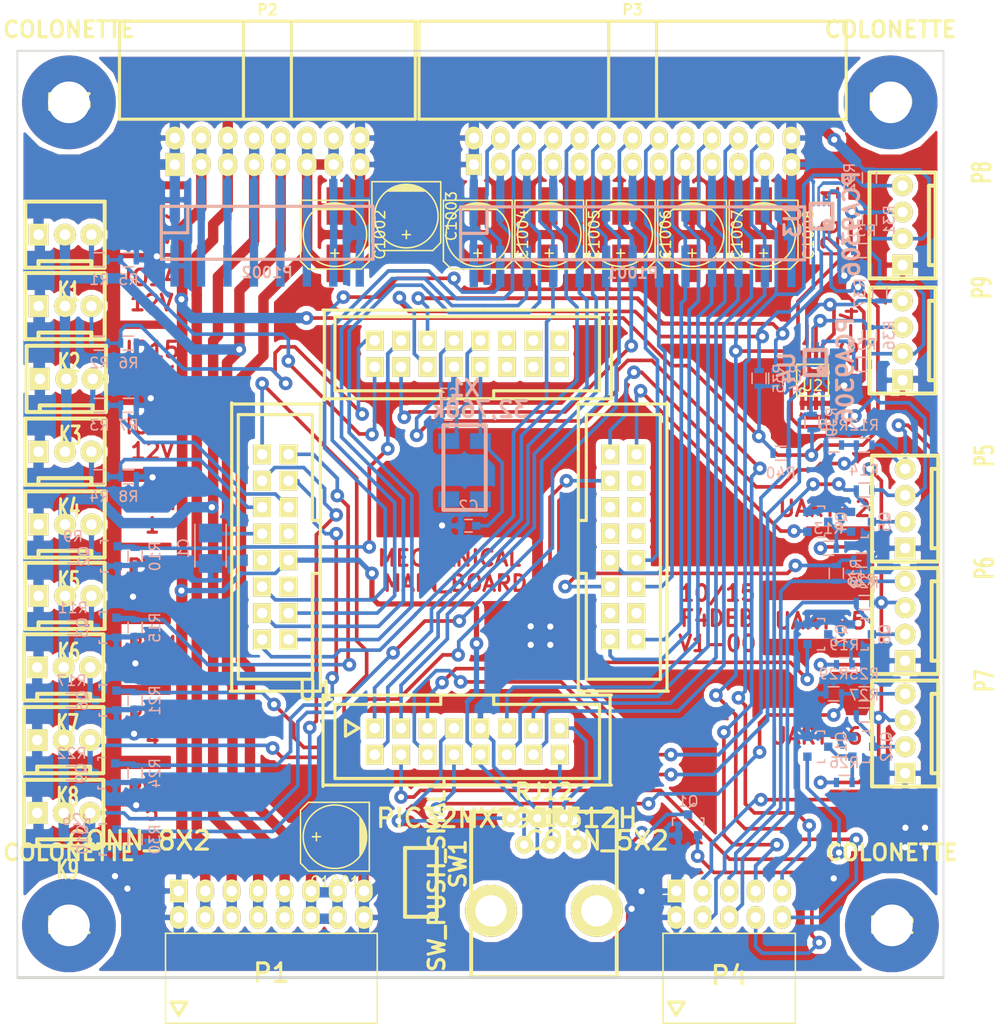
<source format=kicad_pcb>
(kicad_pcb (version 4) (host pcbnew 4.0.0-rc1-stable)
  (title_block (title MECHANICAL_MAIN_BOARD_CPU1) (date 2015-08-31) (rev V0-10))
  (layers (0 F.Cu signal) (31 B.Cu signal) (34 B.Paste user) (35 F.Paste user) (36 B.SilkS user) (37 F.SilkS user) (38 B.Mask user) (39 F.Mask user) (44 Edge.Cuts user))
  (net 0 "")
  (net 1 +12V)
  (net 2 +15V)
  (net 3 +5V)
  (net 4 +5VD)
  (net 5 /INT1)
  (net 6 /INT4)
  (net 7 /IO1)
  (net 8 /IO13)
  (net 9 /IO14)
  (net 10 /IO15)
  (net 11 /IO16)
  (net 12 /IO18)
  (net 13 /IO19)
  (net 14 /IO2)
  (net 15 /IO20)
  (net 16 /IO21)
  (net 17 /IO22)
  (net 18 /IO23)
  (net 19 /IO24)
  (net 20 /IO25)
  (net 21 /IO3)
  (net 22 /IO4)
  (net 23 /IO5)
  (net 24 /IO6)
  (net 25 /IO7)
  (net 26 /IO8)
  (net 27 /IO9)
  (net 28 /OC1)
  (net 29 /OC1-5V)
  (net 30 /OC2)
  (net 31 /OC2-5V)
  (net 32 /OC3)
  (net 33 /OC4)
  (net 34 /OC4-5V)
  (net 35 /OC5)
  (net 36 /OC5-5V)
  (net 37 /PGEC1)
  (net 38 /PGED1)
  (net 39 /RSTA)
  (net 40 /RX2)
  (net 41 /RX2-5V)
  (net 42 /RX5)
  (net 43 /RX5-5V)
  (net 44 /RX6)
  (net 45 /RX6-5V)
  (net 46 /SCL1)
  (net 47 /SCL1-5V)
  (net 48 /SCL4)
  (net 49 /SCL4-5V)
  (net 50 /SDA1)
  (net 51 /SDA1-5V)
  (net 52 /SDA4)
  (net 53 /SDA4-5V)
  (net 54 /TX2-5V)
  (net 55 /TX5-5V)
  (net 56 /TX6-5V)
  (net 57 GND)
  (net 58 "Net-(C1-Pad1)")
  (net 59 "Net-(C2-Pad1)")
  (net 60 "Net-(C3-Pad1)")
  (net 61 +3V3)
  (net 62 "Net-(K1-Pad3)")
  (net 63 "Net-(K2-Pad3)")
  (net 64 "Net-(K3-Pad3)")
  (net 65 "Net-(K4-Pad3)")
  (net 66 "Net-(K7-Pad3)")
  (net 67 "Net-(K10-Pad1)")
  (net 68 "Net-(K11-Pad1)")
  (net 69 "Net-(K12-Pad1)")
  (net 70 "Net-(K13-Pad1)")
  (net 71 "Net-(R33-Pad2)")
  (net 72 "Net-(R38-Pad2)")
  (net 73 /RST)
  (net 74 "Net-(Q4-Pad3)")
  (net 75 "Net-(Q11-Pad3)")
  (net 76 /TX6)
  (net 77 /TX2)
  (net 78 /TX5)
  (net 79 "Net-(Q7-Pad3)")
  (module w_pin_strip:pin_strip_13x2 (layer B.Cu) (at 123.063 52.451)
    (fp_text reference P1001 (at 0 3.81) (layer B.SilkS) (effects (font (size 1.016 1.016) (thickness 0.2032)) (justify mirror)))
    (fp_text value CONN_13X2 hide)
    (pad 1 smd rect (at -15.24 -1.27) (size 0.8 4) (drill (offset 0 -1.9)) (layers B.Cu B.Paste B.Mask) (net 57 GND))
    (pad 2 smd rect (at -15.24 1.27) (size 0.8 4) (drill (offset 0 1.9)) (layers B.Cu B.Paste B.Mask) (net 57 GND))
    (pad 3 smd rect (at -12.7 -1.27) (size 0.8 4) (drill (offset 0 -1.9)) (layers B.Cu B.Paste B.Mask) (net 13 /IO19))
    (pad 4 smd rect (at -12.7 1.27) (size 0.8 4) (drill (offset 0 1.9)) (layers B.Cu B.Paste B.Mask) (net 12 /IO18))
    (pad 5 smd rect (at -10.16 -1.27) (size 0.8 4) (drill (offset 0 -1.9)) (layers B.Cu B.Paste B.Mask) (net 16 /IO21))
    (pad 6 smd rect (at -10.16 1.27) (size 0.8 4) (drill (offset 0 1.9)) (layers B.Cu B.Paste B.Mask) (net 15 /IO20))
    (pad 7 smd rect (at -7.62 -1.27) (size 0.8 4) (drill (offset 0 -1.9)) (layers B.Cu B.Paste B.Mask) (net 18 /IO23))
    (pad 8 smd rect (at -7.62 1.27) (size 0.8 4) (drill (offset 0 1.9)) (layers B.Cu B.Paste B.Mask) (net 17 /IO22))
    (pad 9 smd rect (at -5.08 -1.27) (size 0.8 4) (drill (offset 0 -1.9)) (layers B.Cu B.Paste B.Mask) (net 20 /IO25))
    (pad 10 smd rect (at -5.08 1.27) (size 0.8 4) (drill (offset 0 1.9)) (layers B.Cu B.Paste B.Mask) (net 19 /IO24))
    (pad 11 smd rect (at -2.54 -1.27) (size 0.8 4) (drill (offset 0 -1.9)) (layers B.Cu B.Paste B.Mask) (net 34 /OC4-5V))
    (pad 12 smd rect (at -2.54 1.27) (size 0.8 4) (drill (offset 0 1.9)) (layers B.Cu B.Paste B.Mask) (net 36 /OC5-5V))
    (pad 13 smd rect (at 0 -1.27) (size 0.8 4) (drill (offset 0 -1.9)) (layers B.Cu B.Paste B.Mask) (net 27 /IO9))
    (pad 14 smd rect (at 0 1.27) (size 0.8 4) (drill (offset 0 1.9)) (layers B.Cu B.Paste B.Mask) (net 6 /INT4))
    (pad 15 smd rect (at 2.54 -1.27) (size 0.8 4) (drill (offset 0 -1.9)) (layers B.Cu B.Paste B.Mask) (net 25 /IO7))
    (pad 16 smd rect (at 2.54 1.27) (size 0.8 4) (drill (offset 0 1.9)) (layers B.Cu B.Paste B.Mask) (net 26 /IO8))
    (pad 17 smd rect (at 5.08 -1.27) (size 0.8 4) (drill (offset 0 -1.9)) (layers B.Cu B.Paste B.Mask) (net 23 /IO5))
    (pad 18 smd rect (at 5.08 1.27) (size 0.8 4) (drill (offset 0 1.9)) (layers B.Cu B.Paste B.Mask) (net 24 /IO6))
    (pad 19 smd rect (at 7.62 -1.27) (size 0.8 4) (drill (offset 0 -1.9)) (layers B.Cu B.Paste B.Mask) (net 21 /IO3))
    (pad 20 smd rect (at 7.62 1.27) (size 0.8 4) (drill (offset 0 1.9)) (layers B.Cu B.Paste B.Mask) (net 22 /IO4))
    (pad 21 smd rect (at 10.16 -1.27) (size 0.8 4) (drill (offset 0 -1.9)) (layers B.Cu B.Paste B.Mask) (net 7 /IO1))
    (pad 22 smd rect (at 10.16 1.27) (size 0.8 4) (drill (offset 0 1.9)) (layers B.Cu B.Paste B.Mask) (net 14 /IO2))
    (pad 23 smd rect (at 12.7 -1.27) (size 0.8 4) (drill (offset 0 -1.9)) (layers B.Cu B.Paste B.Mask) (net 51 /SDA1-5V))
    (pad 24 smd rect (at 12.7 1.27) (size 0.8 4) (drill (offset 0 1.9)) (layers B.Cu B.Paste B.Mask) (net 47 /SCL1-5V))
    (pad 25 smd rect (at 15.24 -1.27) (size 0.8 4) (drill (offset 0 -1.9)) (layers B.Cu B.Paste B.Mask) (net 57 GND))
    (pad 26 smd rect (at 15.24 1.27) (size 0.8 4) (drill (offset 0 1.9)) (layers B.Cu B.Paste B.Mask) (net 57 GND))
  )
  (module LFXTAL003000 (layer B.Cu) (at 108.458 72.39 180)
    (fp_text reference X1 (at 1.524 5.08 180) (layer B.SilkS) (effects (font (thickness 0.3048)) (justify mirror)))
    (fp_text value 32,768k (at 0 3.048 180) (layer B.SilkS) (effects (font (thickness 0.3048)) (justify mirror)))
    (pad 1 smd rect (at 0 0 180) (size 2 1.5) (layers B.Cu B.Paste B.Mask) (net 59 "Net-(C2-Pad1)"))
    (pad 2 smd rect (at 3.048 0 180) (size 2 1.5) (layers B.Cu B.Paste B.Mask) (net 60 "Net-(C3-Pad1)"))
    (pad 3 smd rect (at 0 -5.588 180) (size 2 1.524) (layers B.Cu B.Paste B.Mask))
    (pad 4 smd rect (at 3.048 -5.588 180) (size 2 1.524) (layers B.Cu B.Paste B.Mask))
  )
  (module f4deb-mod-library:vasch_strip_8x2_90 (layer F.Cu) (at 88.011 39.497)
    (fp_text reference P2 (at 0 -8.5) (layer F.SilkS) (effects (font (thickness 0.2032))))
    (fp_text value CONN_8X2 hide)
    (pad 16 thru_hole oval (at 8.89 3.81) (size 1.8 2.2) (drill 1) (layers *.Cu *.Mask F.SilkS) (net 57 GND))
    (pad 15 thru_hole oval (at 8.89 6.35) (size 1.8 2.2) (drill 1) (layers *.Cu *.Mask F.SilkS) (net 57 GND))
    (pad 13 thru_hole oval (at 6.35 6.35) (size 1.8 2.2) (drill 1) (layers *.Cu *.Mask F.SilkS) (net 2 +15V))
    (pad 14 thru_hole oval (at 6.35 3.81) (size 1.8 2.2) (drill 1) (layers *.Cu *.Mask F.SilkS) (net 2 +15V))
    (pad 12 thru_hole oval (at 3.81 3.81) (size 1.8 2.2) (drill 1) (layers *.Cu *.Mask F.SilkS) (net 2 +15V))
    (pad 11 thru_hole oval (at 3.81 6.35) (size 1.8 2.2) (drill 1) (layers *.Cu *.Mask F.SilkS) (net 2 +15V))
    (pad 9 thru_hole oval (at 1.27 6.35) (size 1.8 2.2) (drill 1) (layers *.Cu *.Mask F.SilkS) (net 1 +12V))
    (pad 10 thru_hole oval (at 1.27 3.81) (size 1.8 2.2) (drill 1) (layers *.Cu *.Mask F.SilkS) (net 1 +12V))
    (pad 8 thru_hole oval (at -1.27 3.81) (size 1.8 2.2) (drill 1) (layers *.Cu *.Mask F.SilkS) (net 3 +5V))
    (pad 7 thru_hole oval (at -1.27 6.35) (size 1.8 2.2) (drill 1) (layers *.Cu *.Mask F.SilkS) (net 3 +5V))
    (pad 1 thru_hole rect (at -8.89 6.35) (size 1.8 2.2) (drill 1) (layers *.Cu *.Mask F.SilkS) (net 57 GND))
    (pad 2 thru_hole oval (at -8.89 3.81) (size 1.8 2.2) (drill 1) (layers *.Cu *.Mask F.SilkS) (net 57 GND))
    (pad 3 thru_hole oval (at -6.35 6.35) (size 1.8 2.2) (drill 1) (layers *.Cu *.Mask F.SilkS) (net 61 +3V3))
    (pad 4 thru_hole oval (at -6.35 3.81) (size 1.8 2.2) (drill 1) (layers *.Cu *.Mask F.SilkS) (net 61 +3V3))
    (pad 5 thru_hole oval (at -3.81 6.35) (size 1.8 2.2) (drill 1) (layers *.Cu *.Mask F.SilkS) (net 4 +5VD))
    (pad 6 thru_hole oval (at -3.81 3.81) (size 1.8 2.2) (drill 1) (layers *.Cu *.Mask F.SilkS) (net 4 +5VD))
  )
  (module f4deb-mod-library:COLONETTE (layer F.Cu) (at 147.828 39.878)
    (fp_text reference K10 (at 0 0) (layer F.SilkS) (effects (font (thickness 0.3048))))
    (fp_text value COLONETTE (at 0 -6.985) (layer F.SilkS) (effects (font (thickness 0.3048))))
    (pad 1 thru_hole circle (at 0 0) (size 8.99922 8.99922) (drill 4.0005) (layers *.Cu) (net 67 "Net-(K10-Pad1)"))
    (pad 1 thru_hole circle (at 0 0) (size 2 2) (drill 0.6) (layers *.Cu *.Mask F.SilkS) (net 67 "Net-(K10-Pad1)"))
  )
  (module f4deb-mod-library:COLONETTE (layer F.Cu) (at 68.961 118.872)
    (fp_text reference K11 (at 0 0) (layer F.SilkS) (effects (font (thickness 0.3048))))
    (fp_text value COLONETTE (at 0 -6.985) (layer F.SilkS) (effects (font (thickness 0.3048))))
    (pad 1 thru_hole circle (at 0 0) (size 8.99922 8.99922) (drill 4.0005) (layers *.Cu) (net 68 "Net-(K11-Pad1)"))
    (pad 1 thru_hole circle (at 0 0) (size 2 2) (drill 0.6) (layers *.Cu *.Mask F.SilkS) (net 68 "Net-(K11-Pad1)"))
  )
  (module f4deb-mod-library:COLONETTE (layer F.Cu) (at 147.955 118.872)
    (fp_text reference K12 (at 0 0) (layer F.SilkS) (effects (font (thickness 0.3048))))
    (fp_text value COLONETTE (at 0 -6.985) (layer F.SilkS) (effects (font (thickness 0.3048))))
    (pad 1 thru_hole circle (at 0 0) (size 8.99922 8.99922) (drill 4.0005) (layers *.Cu) (net 69 "Net-(K12-Pad1)"))
    (pad 1 thru_hole circle (at 0 0) (size 2 2) (drill 0.6) (layers *.Cu *.Mask F.SilkS) (net 69 "Net-(K12-Pad1)"))
  )
  (module f4deb-mod-library:COLONETTE (layer F.Cu) (at 68.961 39.878)
    (fp_text reference K13 (at 0 0) (layer F.SilkS) (effects (font (thickness 0.3048))))
    (fp_text value COLONETTE (at 0 -6.985) (layer F.SilkS) (effects (font (thickness 0.3048))))
    (pad 1 thru_hole circle (at 0 0) (size 8.99922 8.99922) (drill 4.0005) (layers *.Cu) (net 70 "Net-(K13-Pad1)"))
    (pad 1 thru_hole circle (at 0 0) (size 2 2) (drill 0.6) (layers *.Cu *.Mask F.SilkS) (net 70 "Net-(K13-Pad1)"))
  )
  (module f4deb-mod-library:KK-3 (layer F.Cu) (at 71.12 52.578 180)
    (fp_text reference K1 (at 2.159 -5.461 180) (layer F.SilkS) (effects (font (size 1.73482 1.08712) (thickness 0.27178))))
    (fp_text value CONN_3 hide)
    (pad 1 thru_hole rect (at 5.08 0 180) (size 1.89992 2.10058) (drill 1) (layers *.Cu *.Mask F.SilkS) (net 57 GND))
    (pad 2 thru_hole circle (at 2.54 0 180) (size 2.10058 2.10058) (drill 1) (layers *.Cu *.Mask F.SilkS) (net 1 +12V))
    (pad 3 thru_hole circle (at 0 0 180) (size 2.10058 2.10058) (drill 1) (layers *.Cu *.Mask F.SilkS) (net 62 "Net-(K1-Pad3)"))
  )
  (module f4deb-mod-library:KK-3 (layer F.Cu) (at 71.12 59.436 180)
    (fp_text reference K2 (at 2.159 -5.461 180) (layer F.SilkS) (effects (font (size 1.73482 1.08712) (thickness 0.27178))))
    (fp_text value CONN_3 hide)
    (pad 1 thru_hole rect (at 5.08 0 180) (size 1.89992 2.10058) (drill 1) (layers *.Cu *.Mask F.SilkS) (net 57 GND))
    (pad 2 thru_hole circle (at 2.54 0 180) (size 2.10058 2.10058) (drill 1) (layers *.Cu *.Mask F.SilkS) (net 1 +12V))
    (pad 3 thru_hole circle (at 0 0 180) (size 2.10058 2.10058) (drill 1) (layers *.Cu *.Mask F.SilkS) (net 63 "Net-(K2-Pad3)"))
  )
  (module f4deb-mod-library:KK-3 (layer F.Cu) (at 71.247 66.421 180)
    (fp_text reference K3 (at 2.159 -5.461 180) (layer F.SilkS) (effects (font (size 1.73482 1.08712) (thickness 0.27178))))
    (fp_text value CONN_3 hide)
    (pad 1 thru_hole rect (at 5.08 0 180) (size 1.89992 2.10058) (drill 1) (layers *.Cu *.Mask F.SilkS) (net 57 GND))
    (pad 2 thru_hole circle (at 2.54 0 180) (size 2.10058 2.10058) (drill 1) (layers *.Cu *.Mask F.SilkS) (net 1 +12V))
    (pad 3 thru_hole circle (at 0 0 180) (size 2.10058 2.10058) (drill 1) (layers *.Cu *.Mask F.SilkS) (net 64 "Net-(K3-Pad3)"))
  )
  (module f4deb-mod-library:KK-3 (layer F.Cu) (at 71.12 73.406 180)
    (fp_text reference K4 (at 2.159 -5.461 180) (layer F.SilkS) (effects (font (size 1.73482 1.08712) (thickness 0.27178))))
    (fp_text value CONN_3 hide)
    (pad 1 thru_hole rect (at 5.08 0 180) (size 1.89992 2.10058) (drill 1) (layers *.Cu *.Mask F.SilkS) (net 57 GND))
    (pad 2 thru_hole circle (at 2.54 0 180) (size 2.10058 2.10058) (drill 1) (layers *.Cu *.Mask F.SilkS) (net 1 +12V))
    (pad 3 thru_hole circle (at 0 0 180) (size 2.10058 2.10058) (drill 1) (layers *.Cu *.Mask F.SilkS) (net 65 "Net-(K4-Pad3)"))
  )
  (module f4deb-mod-library:KK-3 (layer F.Cu) (at 71.12 80.391 180)
    (fp_text reference K5 (at 2.159 -5.461 180) (layer F.SilkS) (effects (font (size 1.73482 1.08712) (thickness 0.27178))))
    (fp_text value CONN_3 hide)
    (pad 1 thru_hole rect (at 5.08 0 180) (size 1.89992 2.10058) (drill 1) (layers *.Cu *.Mask F.SilkS) (net 57 GND))
    (pad 2 thru_hole circle (at 2.54 0 180) (size 2.10058 2.10058) (drill 1) (layers *.Cu *.Mask F.SilkS) (net 3 +5V))
    (pad 3 thru_hole circle (at 0 0 180) (size 2.10058 2.10058) (drill 1) (layers *.Cu *.Mask F.SilkS) (net 29 /OC1-5V))
  )
  (module f4deb-mod-library:KK-3 (layer F.Cu) (at 71.12 87.249 180)
    (fp_text reference K6 (at 2.159 -5.461 180) (layer F.SilkS) (effects (font (size 1.73482 1.08712) (thickness 0.27178))))
    (fp_text value CONN_3 hide)
    (pad 1 thru_hole rect (at 5.08 0 180) (size 1.89992 2.10058) (drill 1) (layers *.Cu *.Mask F.SilkS) (net 57 GND))
    (pad 2 thru_hole circle (at 2.54 0 180) (size 2.10058 2.10058) (drill 1) (layers *.Cu *.Mask F.SilkS) (net 3 +5V))
    (pad 3 thru_hole circle (at 0 0 180) (size 2.10058 2.10058) (drill 1) (layers *.Cu *.Mask F.SilkS) (net 31 /OC2-5V))
  )
  (module f4deb-mod-library:KK-3 (layer F.Cu) (at 70.993 94.107 180)
    (fp_text reference K7 (at 2.159 -5.461 180) (layer F.SilkS) (effects (font (size 1.73482 1.08712) (thickness 0.27178))))
    (fp_text value CONN_3 hide)
    (pad 1 thru_hole rect (at 5.08 0 180) (size 1.89992 2.10058) (drill 1) (layers *.Cu *.Mask F.SilkS) (net 57 GND))
    (pad 2 thru_hole circle (at 2.54 0 180) (size 2.10058 2.10058) (drill 1) (layers *.Cu *.Mask F.SilkS) (net 3 +5V))
    (pad 3 thru_hole circle (at 0 0 180) (size 2.10058 2.10058) (drill 1) (layers *.Cu *.Mask F.SilkS) (net 66 "Net-(K7-Pad3)"))
  )
  (module f4deb-mod-library:KK-3 (layer F.Cu) (at 70.993 101.092 180)
    (fp_text reference K8 (at 2.159 -5.461 180) (layer F.SilkS) (effects (font (size 1.73482 1.08712) (thickness 0.27178))))
    (fp_text value CONN_3 hide)
    (pad 1 thru_hole rect (at 5.08 0 180) (size 1.89992 2.10058) (drill 1) (layers *.Cu *.Mask F.SilkS) (net 57 GND))
    (pad 2 thru_hole circle (at 2.54 0 180) (size 2.10058 2.10058) (drill 1) (layers *.Cu *.Mask F.SilkS) (net 3 +5V))
    (pad 3 thru_hole circle (at 0 0 180) (size 2.10058 2.10058) (drill 1) (layers *.Cu *.Mask F.SilkS) (net 34 /OC4-5V))
  )
  (module f4deb-mod-library:KK-3 (layer F.Cu) (at 70.993 108.077 180)
    (fp_text reference K9 (at 2.159 -5.461 180) (layer F.SilkS) (effects (font (size 1.73482 1.08712) (thickness 0.27178))))
    (fp_text value CONN_3 hide)
    (pad 1 thru_hole rect (at 5.08 0 180) (size 1.89992 2.10058) (drill 1) (layers *.Cu *.Mask F.SilkS) (net 57 GND))
    (pad 2 thru_hole circle (at 2.54 0 180) (size 2.10058 2.10058) (drill 1) (layers *.Cu *.Mask F.SilkS) (net 3 +5V))
    (pad 3 thru_hole circle (at 0 0 180) (size 2.10058 2.10058) (drill 1) (layers *.Cu *.Mask F.SilkS) (net 36 /OC5-5V))
  )
  (module f4deb-mod-library:KK-4 (layer F.Cu) (at 148.971 47.879 270)
    (fp_text reference P8 (at -1.27 -7.62 270) (layer F.SilkS) (effects (font (size 1.73482 1.08712) (thickness 0.27178))))
    (fp_text value CONN_4 hide)
    (pad 1 thru_hole rect (at 7.62 0 270) (size 1.99898 1.99898) (drill 1) (layers *.Cu *.Mask F.SilkS) (net 57 GND))
    (pad 2 thru_hole circle (at 5.08 0 270) (size 1.99898 1.99898) (drill 1) (layers *.Cu *.Mask F.SilkS) (net 4 +5VD))
    (pad 3 thru_hole circle (at 2.54 0 270) (size 1.99898 1.99898) (drill 1) (layers *.Cu *.Mask F.SilkS) (net 47 /SCL1-5V))
    (pad 4 thru_hole circle (at 0 0 270) (size 1.99898 1.99898) (drill 1) (layers *.Cu *.Mask F.SilkS) (net 51 /SDA1-5V))
  )
  (module f4deb-mod-library:KK-4 (layer F.Cu) (at 149.225 75.057 270)
    (fp_text reference P5 (at -1.27 -7.62 270) (layer F.SilkS) (effects (font (size 1.73482 1.08712) (thickness 0.27178))))
    (fp_text value CONN_4 hide)
    (pad 1 thru_hole rect (at 7.62 0 270) (size 1.99898 1.99898) (drill 1) (layers *.Cu *.Mask F.SilkS) (net 57 GND))
    (pad 2 thru_hole circle (at 5.08 0 270) (size 1.99898 1.99898) (drill 1) (layers *.Cu *.Mask F.SilkS) (net 54 /TX2-5V))
    (pad 3 thru_hole circle (at 2.54 0 270) (size 1.99898 1.99898) (drill 1) (layers *.Cu *.Mask F.SilkS) (net 4 +5VD))
    (pad 4 thru_hole circle (at 0 0 270) (size 1.99898 1.99898) (drill 1) (layers *.Cu *.Mask F.SilkS) (net 41 /RX2-5V))
  )
  (module f4deb-mod-library:KK-4 (layer F.Cu) (at 149.225 96.647 270)
    (fp_text reference P7 (at -1.27 -7.62 270) (layer F.SilkS) (effects (font (size 1.73482 1.08712) (thickness 0.27178))))
    (fp_text value CONN_4 hide)
    (pad 1 thru_hole rect (at 7.62 0 270) (size 1.99898 1.99898) (drill 1) (layers *.Cu *.Mask F.SilkS) (net 57 GND))
    (pad 2 thru_hole circle (at 5.08 0 270) (size 1.99898 1.99898) (drill 1) (layers *.Cu *.Mask F.SilkS) (net 56 /TX6-5V))
    (pad 3 thru_hole circle (at 2.54 0 270) (size 1.99898 1.99898) (drill 1) (layers *.Cu *.Mask F.SilkS) (net 4 +5VD))
    (pad 4 thru_hole circle (at 0 0 270) (size 1.99898 1.99898) (drill 1) (layers *.Cu *.Mask F.SilkS) (net 45 /RX6-5V))
  )
  (module f4deb-mod-library:KK-4 (layer F.Cu) (at 148.971 58.928 270)
    (fp_text reference P9 (at -1.27 -7.62 270) (layer F.SilkS) (effects (font (size 1.73482 1.08712) (thickness 0.27178))))
    (fp_text value CONN_4 hide)
    (pad 1 thru_hole rect (at 7.62 0 270) (size 1.99898 1.99898) (drill 1) (layers *.Cu *.Mask F.SilkS) (net 57 GND))
    (pad 2 thru_hole circle (at 5.08 0 270) (size 1.99898 1.99898) (drill 1) (layers *.Cu *.Mask F.SilkS) (net 4 +5VD))
    (pad 3 thru_hole circle (at 2.54 0 270) (size 1.99898 1.99898) (drill 1) (layers *.Cu *.Mask F.SilkS) (net 49 /SCL4-5V))
    (pad 4 thru_hole circle (at 0 0 270) (size 1.99898 1.99898) (drill 1) (layers *.Cu *.Mask F.SilkS) (net 53 /SDA4-5V))
  )
  (module f4deb-mod-library:KK-4 (layer F.Cu) (at 149.225 85.852 270)
    (fp_text reference P6 (at -1.27 -7.62 270) (layer F.SilkS) (effects (font (size 1.73482 1.08712) (thickness 0.27178))))
    (fp_text value CONN_4 hide)
    (pad 1 thru_hole rect (at 7.62 0 270) (size 1.99898 1.99898) (drill 1) (layers *.Cu *.Mask F.SilkS) (net 57 GND))
    (pad 2 thru_hole circle (at 5.08 0 270) (size 1.99898 1.99898) (drill 1) (layers *.Cu *.Mask F.SilkS) (net 55 /TX5-5V))
    (pad 3 thru_hole circle (at 2.54 0 270) (size 1.99898 1.99898) (drill 1) (layers *.Cu *.Mask F.SilkS) (net 4 +5VD))
    (pad 4 thru_hole circle (at 0 0 270) (size 1.99898 1.99898) (drill 1) (layers *.Cu *.Mask F.SilkS) (net 43 /RX5-5V))
  )
  (module f4deb-mod-library:vasch_strip_13x2_90 (layer F.Cu) (at 123.063 39.497)
    (fp_text reference P3 (at 0 -8.5) (layer F.SilkS) (effects (font (thickness 0.2032))))
    (fp_text value CONN_13X2 hide)
    (pad 25 thru_hole oval (at 15.24 6.35) (size 1.68 2.2) (drill 1) (layers *.Cu *.Mask F.SilkS) (net 57 GND))
    (pad 26 thru_hole oval (at 15.24 3.81) (size 1.68 2.2) (drill 1) (layers *.Cu *.Mask F.SilkS) (net 57 GND))
    (pad 24 thru_hole oval (at 12.7 3.81) (size 1.68 2.2) (drill 1) (layers *.Cu *.Mask F.SilkS) (net 47 /SCL1-5V))
    (pad 23 thru_hole oval (at 12.7 6.35) (size 1.68 2.2) (drill 1) (layers *.Cu *.Mask F.SilkS) (net 51 /SDA1-5V))
    (pad 21 thru_hole oval (at 10.16 6.35) (size 1.68 2.2) (drill 1) (layers *.Cu *.Mask F.SilkS) (net 7 /IO1))
    (pad 22 thru_hole oval (at 10.16 3.81) (size 1.68 2.2) (drill 1) (layers *.Cu *.Mask F.SilkS) (net 14 /IO2))
    (pad 20 thru_hole oval (at 7.62 3.81) (size 1.68 2.2) (drill 1) (layers *.Cu *.Mask F.SilkS) (net 22 /IO4))
    (pad 19 thru_hole oval (at 7.62 6.35) (size 1.68 2.2) (drill 1) (layers *.Cu *.Mask F.SilkS) (net 21 /IO3))
    (pad 17 thru_hole oval (at 5.08 6.35) (size 1.68 2.2) (drill 1) (layers *.Cu *.Mask F.SilkS) (net 23 /IO5))
    (pad 18 thru_hole oval (at 5.08 3.81) (size 1.68 2.2) (drill 1) (layers *.Cu *.Mask F.SilkS) (net 24 /IO6))
    (pad 16 thru_hole oval (at 2.54 3.81) (size 1.68 2.2) (drill 1) (layers *.Cu *.Mask F.SilkS) (net 26 /IO8))
    (pad 15 thru_hole oval (at 2.54 6.35) (size 1.68 2.2) (drill 1) (layers *.Cu *.Mask F.SilkS) (net 25 /IO7))
    (pad 13 thru_hole oval (at 0 6.35) (size 1.68 2.2) (drill 1) (layers *.Cu *.Mask F.SilkS) (net 27 /IO9))
    (pad 14 thru_hole oval (at 0 3.81) (size 1.68 2.2) (drill 1) (layers *.Cu *.Mask F.SilkS) (net 6 /INT4))
    (pad 12 thru_hole oval (at -2.54 3.81) (size 1.68 2.2) (drill 1) (layers *.Cu *.Mask F.SilkS) (net 36 /OC5-5V))
    (pad 11 thru_hole oval (at -2.54 6.35) (size 1.68 2.2) (drill 1) (layers *.Cu *.Mask F.SilkS) (net 34 /OC4-5V))
    (pad 9 thru_hole oval (at -5.08 6.35) (size 1.68 2.2) (drill 1) (layers *.Cu *.Mask F.SilkS) (net 20 /IO25))
    (pad 10 thru_hole oval (at -5.08 3.81) (size 1.68 2.2) (drill 1) (layers *.Cu *.Mask F.SilkS) (net 19 /IO24))
    (pad 8 thru_hole oval (at -7.62 3.81) (size 1.68 2.2) (drill 1) (layers *.Cu *.Mask F.SilkS) (net 17 /IO22))
    (pad 7 thru_hole oval (at -7.62 6.35) (size 1.68 2.2) (drill 1) (layers *.Cu *.Mask F.SilkS) (net 18 /IO23))
    (pad 1 thru_hole rect (at -15.24 6.35) (size 1.5 2) (drill 1) (layers *.Cu *.Mask F.SilkS) (net 57 GND))
    (pad 2 thru_hole oval (at -15.24 3.81) (size 1.68 2.2) (drill 1) (layers *.Cu *.Mask F.SilkS) (net 57 GND))
    (pad 3 thru_hole oval (at -12.7 6.35) (size 1.68 2.2) (drill 1) (layers *.Cu *.Mask F.SilkS) (net 13 /IO19))
    (pad 4 thru_hole oval (at -12.7 3.81) (size 1.68 2.2) (drill 1) (layers *.Cu *.Mask F.SilkS) (net 12 /IO18))
    (pad 5 thru_hole oval (at -10.16 6.35) (size 1.68 2.2) (drill 1) (layers *.Cu *.Mask F.SilkS) (net 16 /IO21))
    (pad 6 thru_hole oval (at -10.16 3.81) (size 1.68 2.2) (drill 1) (layers *.Cu *.Mask F.SilkS) (net 15 /IO20))
  )
  (module f4deb-mod-library:PIC32_64 (layer F.Cu) (at 98.298 102.489)
    (fp_text reference U1 (at -5.588 -6.096) (layer F.SilkS) (effects (font (size 1.778 1.778) (thickness 0.3048))))
    (fp_text value PIC32MX795F512H (at 12.7 6.096) (layer F.SilkS) (effects (font (size 1.778 1.778) (thickness 0.3048))))
    (pad 15 thru_hole rect (at 17.78 -2.54254 270) (size 1.89992 1.7) (drill 1) (layers *.Cu *.Mask F.SilkS) (net 37 /PGEC1))
    (pad 16 thru_hole rect (at 17.78 -0.00254 270) (size 1.89992 1.7) (drill 1) (layers *.Cu *.Mask F.SilkS) (net 38 /PGED1))
    (pad 13 thru_hole rect (at 15.24 -2.54254 270) (size 1.89992 1.7) (drill 1) (layers *.Cu *.Mask F.SilkS) (net 14 /IO2))
    (pad 14 thru_hole rect (at 15.24 -0.00254 270) (size 1.89992 1.7) (drill 1) (layers *.Cu *.Mask F.SilkS) (net 7 /IO1))
    (pad 11 thru_hole rect (at 12.7 -2.54254 270) (size 1.89992 1.7) (drill 1) (layers *.Cu *.Mask F.SilkS) (net 22 /IO4))
    (pad 12 thru_hole rect (at 12.7 -0.00254 270) (size 1.89992 1.7) (drill 1) (layers *.Cu *.Mask F.SilkS) (net 21 /IO3))
    (pad 9 thru_hole rect (at 10.16 -2.54254 270) (size 1.89992 1.7) (drill 1) (layers *.Cu *.Mask F.SilkS) (net 57 GND))
    (pad 10 thru_hole rect (at 10.16 -0.00254 270) (size 1.89992 1.7) (drill 1) (layers *.Cu *.Mask F.SilkS) (net 61 +3V3))
    (pad 7 thru_hole rect (at 7.62 -2.54254 270) (size 1.89992 1.7) (drill 1) (layers *.Cu *.Mask F.SilkS) (net 39 /RSTA))
    (pad 8 thru_hole rect (at 7.62 -0.00254 270) (size 1.89992 1.7) (drill 1) (layers *.Cu *.Mask F.SilkS) (net 44 /RX6))
    (pad 5 thru_hole rect (at 5.08 -2.54254 270) (size 1.89992 1.7) (drill 1) (layers *.Cu *.Mask F.SilkS) (net 52 /SDA4))
    (pad 6 thru_hole rect (at 5.08 -0.00254 270) (size 1.89992 1.7) (drill 1) (layers *.Cu *.Mask F.SilkS) (net 48 /SCL4))
    (pad 3 thru_hole rect (at 2.54 -2.54254 270) (size 1.89992 1.7) (drill 1) (layers *.Cu *.Mask F.SilkS) (net 20 /IO25))
    (pad 4 thru_hole rect (at 2.54 -0.00254 270) (size 1.89992 1.7) (drill 1) (layers *.Cu *.Mask F.SilkS) (net 76 /TX6))
    (pad 1 thru_hole rect (at 0 -2.54254 270) (size 1.89992 1.7) (drill 1) (layers *.Cu *.Mask F.SilkS) (net 18 /IO23))
    (pad 2 thru_hole rect (at 0 -0.00254 270) (size 1.89992 1.7) (drill 1) (layers *.Cu *.Mask F.SilkS) (net 19 /IO24))
    (pad 34 thru_hole rect (at 17.78 -39.751 270) (size 1.89992 1.7) (drill 1) (layers *.Cu *.Mask F.SilkS))
    (pad 33 thru_hole rect (at 17.78 -37.211 270) (size 1.89992 1.7) (drill 1) (layers *.Cu *.Mask F.SilkS))
    (pad 36 thru_hole rect (at 15.24 -39.751 270) (size 1.89992 1.7) (drill 1) (layers *.Cu *.Mask F.SilkS))
    (pad 35 thru_hole rect (at 15.24 -37.211 270) (size 1.89992 1.7) (drill 1) (layers *.Cu *.Mask F.SilkS))
    (pad 38 thru_hole rect (at 12.7 -39.751 270) (size 1.89992 1.7) (drill 1) (layers *.Cu *.Mask F.SilkS))
    (pad 37 thru_hole rect (at 12.7 -37.211 270) (size 1.89992 1.7) (drill 1) (layers *.Cu *.Mask F.SilkS))
    (pad 40 thru_hole rect (at 10.16 -39.751 270) (size 1.89992 1.7) (drill 1) (layers *.Cu *.Mask F.SilkS) (net 60 "Net-(C3-Pad1)"))
    (pad 39 thru_hole rect (at 10.16 -37.211 270) (size 1.89992 1.7) (drill 1) (layers *.Cu *.Mask F.SilkS) (net 59 "Net-(C2-Pad1)"))
    (pad 42 thru_hole rect (at 7.62 -39.751 270) (size 1.89992 1.7) (drill 1) (layers *.Cu *.Mask F.SilkS) (net 5 /INT1))
    (pad 41 thru_hole rect (at 7.62 -37.211 270) (size 1.89992 1.7) (drill 1) (layers *.Cu *.Mask F.SilkS) (net 57 GND))
    (pad 44 thru_hole rect (at 5.08 -39.751 270) (size 1.89992 1.7) (drill 1) (layers *.Cu *.Mask F.SilkS) (net 46 /SCL1))
    (pad 43 thru_hole rect (at 5.08 -37.211 270) (size 1.89992 1.7) (drill 1) (layers *.Cu *.Mask F.SilkS) (net 50 /SDA1))
    (pad 46 thru_hole rect (at 2.54 -39.751 270) (size 1.89992 1.7) (drill 1) (layers *.Cu *.Mask F.SilkS) (net 28 /OC1))
    (pad 45 thru_hole rect (at 2.54 -37.211 270) (size 1.89992 1.7) (drill 1) (layers *.Cu *.Mask F.SilkS) (net 6 /INT4))
    (pad 48 thru_hole rect (at 0 -39.751 270) (size 1.89992 1.7) (drill 1) (layers *.Cu *.Mask F.SilkS) (net 9 /IO14))
    (pad 47 thru_hole rect (at 0 -37.211 270) (size 1.89992 1.7) (drill 1) (layers *.Cu *.Mask F.SilkS) (net 8 /IO13))
    (pad 31 thru_hole rect (at 22.606 -28.829 270) (size 1.89992 1.7) (drill 1) (layers *.Cu *.Mask F.SilkS) (net 40 /RX2))
    (pad 32 thru_hole rect (at 25.146 -28.829 270) (size 1.89992 1.7) (drill 1) (layers *.Cu *.Mask F.SilkS) (net 77 /TX2))
    (pad 29 thru_hole rect (at 22.606 -26.289 270) (size 1.89992 1.7) (drill 1) (layers *.Cu *.Mask F.SilkS) (net 78 /TX5))
    (pad 30 thru_hole rect (at 25.146 -26.289 270) (size 1.89992 1.7) (drill 1) (layers *.Cu *.Mask F.SilkS))
    (pad 27 thru_hole rect (at 22.606 -23.749 270) (size 1.89992 1.7) (drill 1) (layers *.Cu *.Mask F.SilkS))
    (pad 28 thru_hole rect (at 25.146 -23.749 270) (size 1.89992 1.7) (drill 1) (layers *.Cu *.Mask F.SilkS))
    (pad 25 thru_hole rect (at 22.606 -21.209 270) (size 1.89992 1.7) (drill 1) (layers *.Cu *.Mask F.SilkS))
    (pad 26 thru_hole rect (at 25.146 -21.209 270) (size 1.89992 1.7) (drill 1) (layers *.Cu *.Mask F.SilkS))
    (pad 23 thru_hole rect (at 22.606 -18.669 270) (size 1.89992 1.7) (drill 1) (layers *.Cu *.Mask F.SilkS) (net 26 /IO8))
    (pad 24 thru_hole rect (at 25.146 -18.669 270) (size 1.89992 1.7) (drill 1) (layers *.Cu *.Mask F.SilkS) (net 27 /IO9))
    (pad 21 thru_hole rect (at 22.606 -16.129 270) (size 1.89992 1.7) (drill 1) (layers *.Cu *.Mask F.SilkS) (net 42 /RX5))
    (pad 22 thru_hole rect (at 25.146 -16.129 270) (size 1.89992 1.7) (drill 1) (layers *.Cu *.Mask F.SilkS) (net 25 /IO7))
    (pad 19 thru_hole rect (at 22.606 -13.589 270) (size 1.89992 1.7) (drill 1) (layers *.Cu *.Mask F.SilkS))
    (pad 20 thru_hole rect (at 25.146 -13.589 270) (size 1.89992 1.7) (drill 1) (layers *.Cu *.Mask F.SilkS))
    (pad 17 thru_hole rect (at 22.606 -11.049 270) (size 1.89992 1.7) (drill 1) (layers *.Cu *.Mask F.SilkS) (net 23 /IO5))
    (pad 18 thru_hole rect (at 25.146 -11.049 270) (size 1.89992 1.7) (drill 1) (layers *.Cu *.Mask F.SilkS) (net 24 /IO6))
    (pad 64 thru_hole rect (at -10.795 -11.049 270) (size 1.89992 1.7) (drill 1) (layers *.Cu *.Mask F.SilkS) (net 17 /IO22))
    (pad 63 thru_hole rect (at -8.255 -11.049 270) (size 1.89992 1.7) (drill 1) (layers *.Cu *.Mask F.SilkS) (net 16 /IO21))
    (pad 62 thru_hole rect (at -10.795 -13.589 270) (size 1.89992 1.7) (drill 1) (layers *.Cu *.Mask F.SilkS) (net 15 /IO20))
    (pad 61 thru_hole rect (at -8.255 -13.589 270) (size 1.89992 1.7) (drill 1) (layers *.Cu *.Mask F.SilkS) (net 13 /IO19))
    (pad 60 thru_hole rect (at -10.795 -16.129 270) (size 1.89992 1.7) (drill 1) (layers *.Cu *.Mask F.SilkS) (net 12 /IO18))
    (pad 59 thru_hole rect (at -8.255 -16.129 270) (size 1.89992 1.7) (drill 1) (layers *.Cu *.Mask F.SilkS))
    (pad 58 thru_hole rect (at -10.795 -18.669 270) (size 1.89992 1.7) (drill 1) (layers *.Cu *.Mask F.SilkS))
    (pad 57 thru_hole rect (at -8.255 -18.669 270) (size 1.89992 1.7) (drill 1) (layers *.Cu *.Mask F.SilkS) (net 61 +3V3))
    (pad 56 thru_hole rect (at -10.795 -21.209 270) (size 1.89992 1.7) (drill 1) (layers *.Cu *.Mask F.SilkS) (net 58 "Net-(C1-Pad1)"))
    (pad 55 thru_hole rect (at -8.255 -21.209 270) (size 1.89992 1.7) (drill 1) (layers *.Cu *.Mask F.SilkS))
    (pad 54 thru_hole rect (at -10.795 -23.749 270) (size 1.89992 1.7) (drill 1) (layers *.Cu *.Mask F.SilkS) (net 11 /IO16))
    (pad 53 thru_hole rect (at -8.255 -23.749 270) (size 1.89992 1.7) (drill 1) (layers *.Cu *.Mask F.SilkS) (net 10 /IO15))
    (pad 52 thru_hole rect (at -10.795 -26.289 270) (size 1.89992 1.7) (drill 1) (layers *.Cu *.Mask F.SilkS) (net 35 /OC5))
    (pad 51 thru_hole rect (at -8.255 -26.289 270) (size 1.89992 1.7) (drill 1) (layers *.Cu *.Mask F.SilkS) (net 33 /OC4))
    (pad 50 thru_hole rect (at -10.795 -28.829 270) (size 1.89992 1.7) (drill 1) (layers *.Cu *.Mask F.SilkS) (net 32 /OC3))
    (pad 49 thru_hole rect (at -8.255 -28.829 270) (size 1.89992 1.7) (drill 1) (layers *.Cu *.Mask F.SilkS) (net 30 /OC2))
  )
  (module Resistors_SMD:R_0603 (layer B.Cu) (at 71.882 54.991)
    (fp_text reference R1 (at 0 1.9) (layer B.SilkS) (effects (justify mirror)))
    (fp_text value 47k)
    (pad 1 smd rect (at -0.75 0) (size 0.5 0.9) (layers B.Cu B.Paste B.Mask) (net 62 "Net-(K1-Pad3)"))
    (pad 2 smd rect (at 0.75 0) (size 0.5 0.9) (layers B.Cu B.Paste B.Mask) (net 8 /IO13))
  )
  (module Resistors_SMD:R_0603 (layer B.Cu) (at 143.383 93.853 180)
    (fp_text reference R19 (at 0 1.9 180) (layer B.SilkS) (effects (justify mirror)))
    (fp_text value 10k)
    (pad 1 smd rect (at -0.75 0 180) (size 0.5 0.9) (layers B.Cu B.Paste B.Mask) (net 79 "Net-(Q7-Pad3)"))
    (pad 2 smd rect (at 0.75 0 180) (size 0.5 0.9) (layers B.Cu B.Paste B.Mask) (net 4 +5VD))
  )
  (module Resistors_SMD:R_0603 (layer B.Cu) (at 145.288 98.679 180)
    (fp_text reference R27 (at 0 1.9 180) (layer B.SilkS) (effects (justify mirror)))
    (fp_text value 10k)
    (pad 1 smd rect (at -0.75 0 180) (size 0.5 0.9) (layers B.Cu B.Paste B.Mask) (net 4 +5VD))
    (pad 2 smd rect (at 0.75 0 180) (size 0.5 0.9) (layers B.Cu B.Paste B.Mask) (net 56 /TX6-5V))
  )
  (module Resistors_SMD:R_0603 (layer B.Cu) (at 143.383 105.156 180)
    (fp_text reference R26 (at 0 1.9 180) (layer B.SilkS) (effects (justify mirror)))
    (fp_text value 10k)
    (pad 1 smd rect (at -0.75 0 180) (size 0.5 0.9) (layers B.Cu B.Paste B.Mask) (net 75 "Net-(Q11-Pad3)"))
    (pad 2 smd rect (at 0.75 0 180) (size 0.5 0.9) (layers B.Cu B.Paste B.Mask) (net 4 +5VD))
  )
  (module Resistors_SMD:R_0603 (layer B.Cu) (at 142.367 96.647 180)
    (fp_text reference R29 (at 0 1.9 180) (layer B.SilkS) (effects (justify mirror)))
    (fp_text value 22k)
    (pad 1 smd rect (at -0.75 0 180) (size 0.5 0.9) (layers B.Cu B.Paste B.Mask) (net 44 /RX6))
    (pad 2 smd rect (at 0.75 0 180) (size 0.5 0.9) (layers B.Cu B.Paste B.Mask) (net 57 GND))
  )
  (module Resistors_SMD:R_0603 (layer B.Cu) (at 145.288 96.647 180)
    (fp_text reference R25 (at 0 1.9 180) (layer B.SilkS) (effects (justify mirror)))
    (fp_text value 12k)
    (pad 1 smd rect (at -0.75 0 180) (size 0.5 0.9) (layers B.Cu B.Paste B.Mask) (net 45 /RX6-5V))
    (pad 2 smd rect (at 0.75 0 180) (size 0.5 0.9) (layers B.Cu B.Paste B.Mask) (net 44 /RX6))
  )
  (module Resistors_SMD:R_0603 (layer B.Cu) (at 145.288 87.884 180)
    (fp_text reference R20 (at 0 1.9 180) (layer B.SilkS) (effects (justify mirror)))
    (fp_text value 10k)
    (pad 1 smd rect (at -0.75 0 180) (size 0.5 0.9) (layers B.Cu B.Paste B.Mask) (net 4 +5VD))
    (pad 2 smd rect (at 0.75 0 180) (size 0.5 0.9) (layers B.Cu B.Paste B.Mask) (net 55 /TX5-5V))
  )
  (module Resistors_SMD:R_0603 (layer B.Cu) (at 145.288 77.089 180)
    (fp_text reference R14 (at 0 1.9 180) (layer B.SilkS) (effects (justify mirror)))
    (fp_text value 10k)
    (pad 1 smd rect (at -0.75 0 180) (size 0.5 0.9) (layers B.Cu B.Paste B.Mask) (net 4 +5VD))
    (pad 2 smd rect (at 0.75 0 180) (size 0.5 0.9) (layers B.Cu B.Paste B.Mask) (net 54 /TX2-5V))
  )
  (module Resistors_SMD:R_0603 (layer B.Cu) (at 141.859 82.677 180)
    (fp_text reference R13 (at 0 1.9 180) (layer B.SilkS) (effects (justify mirror)))
    (fp_text value 10k)
    (pad 1 smd rect (at -0.75 0 180) (size 0.5 0.9) (layers B.Cu B.Paste B.Mask) (net 74 "Net-(Q4-Pad3)"))
    (pad 2 smd rect (at 0.75 0 180) (size 0.5 0.9) (layers B.Cu B.Paste B.Mask) (net 4 +5VD))
  )
  (module Resistors_SMD:R_0603 (layer B.Cu) (at 142.367 72.771 180)
    (fp_text reference R16 (at 0 1.9 180) (layer B.SilkS) (effects (justify mirror)))
    (fp_text value 22k)
    (pad 1 smd rect (at -0.75 0 180) (size 0.5 0.9) (layers B.Cu B.Paste B.Mask) (net 40 /RX2))
    (pad 2 smd rect (at 0.75 0 180) (size 0.5 0.9) (layers B.Cu B.Paste B.Mask) (net 57 GND))
  )
  (module Resistors_SMD:R_0603 (layer B.Cu) (at 69.342 90.297 180)
    (fp_text reference R11 (at 0 1.9 180) (layer B.SilkS) (effects (justify mirror)))
    (fp_text value 10k)
    (pad 1 smd rect (at -0.75 0 180) (size 0.5 0.9) (layers B.Cu B.Paste B.Mask) (net 31 /OC2-5V))
    (pad 2 smd rect (at 0.75 0 180) (size 0.5 0.9) (layers B.Cu B.Paste B.Mask) (net 3 +5V))
  )
  (module Resistors_SMD:R_0603 (layer B.Cu) (at 69.215 97.282 180)
    (fp_text reference R17 (at 0 1.9 180) (layer B.SilkS) (effects (justify mirror)))
    (fp_text value 10k)
    (pad 1 smd rect (at -0.75 0 180) (size 0.5 0.9) (layers B.Cu B.Paste B.Mask) (net 66 "Net-(K7-Pad3)"))
    (pad 2 smd rect (at 0.75 0 180) (size 0.5 0.9) (layers B.Cu B.Paste B.Mask) (net 3 +5V))
  )
  (module Resistors_SMD:R_0603 (layer B.Cu) (at 74.676 54.991)
    (fp_text reference R5 (at 0 1.9) (layer B.SilkS) (effects (justify mirror)))
    (fp_text value 18k)
    (pad 1 smd rect (at -0.75 0) (size 0.5 0.9) (layers B.Cu B.Paste B.Mask) (net 8 /IO13))
    (pad 2 smd rect (at 0.75 0) (size 0.5 0.9) (layers B.Cu B.Paste B.Mask) (net 57 GND))
  )
  (module Resistors_SMD:R_0603 (layer B.Cu) (at 145.288 72.771 180)
    (fp_text reference R12 (at 0 1.9 180) (layer B.SilkS) (effects (justify mirror)))
    (fp_text value 12k)
    (pad 1 smd rect (at -0.75 0 180) (size 0.5 0.9) (layers B.Cu B.Paste B.Mask) (net 41 /RX2-5V))
    (pad 2 smd rect (at 0.75 0 180) (size 0.5 0.9) (layers B.Cu B.Paste B.Mask) (net 40 /RX2))
  )
  (module Resistors_SMD:R_0603 (layer B.Cu) (at 135.2042 66.3702 90)
    (fp_text reference R35 (at 0 1.9 90) (layer B.SilkS) (effects (justify mirror)))
    (fp_text value 2.1k)
    (pad 1 smd rect (at -0.75 0 90) (size 0.5 0.9) (layers B.Cu B.Paste B.Mask) (net 61 +3V3))
    (pad 2 smd rect (at 0.75 0 90) (size 0.5 0.9) (layers B.Cu B.Paste B.Mask) (net 50 /SDA1))
  )
  (module Resistors_SMD:R_0603 (layer B.Cu) (at 136.8044 66.3702 90)
    (fp_text reference R34 (at 0 1.9 90) (layer B.SilkS) (effects (justify mirror)))
    (fp_text value 2.1k)
    (pad 1 smd rect (at -0.75 0 90) (size 0.5 0.9) (layers B.Cu B.Paste B.Mask) (net 61 +3V3))
    (pad 2 smd rect (at 0.75 0 90) (size 0.5 0.9) (layers B.Cu B.Paste B.Mask) (net 46 /SCL1))
  )
  (module Resistors_SMD:R_0603 (layer B.Cu) (at 145.034 54.102 180)
    (fp_text reference R33 (at 0 1.9 180) (layer B.SilkS) (effects (justify mirror)))
    (fp_text value 200k)
    (pad 1 smd rect (at -0.75 0 180) (size 0.5 0.9) (layers B.Cu B.Paste B.Mask) (net 4 +5VD))
    (pad 2 smd rect (at 0.75 0 180) (size 0.5 0.9) (layers B.Cu B.Paste B.Mask) (net 71 "Net-(R33-Pad2)"))
  )
  (module Resistors_SMD:R_0603 (layer B.Cu) (at 145.796 47.117 270)
    (fp_text reference R32 (at 0 1.9 270) (layer B.SilkS) (effects (justify mirror)))
    (fp_text value 2.1k)
    (pad 1 smd rect (at -0.75 0 270) (size 0.5 0.9) (layers B.Cu B.Paste B.Mask) (net 4 +5VD))
    (pad 2 smd rect (at 0.75 0 270) (size 0.5 0.9) (layers B.Cu B.Paste B.Mask) (net 51 /SDA1-5V))
  )
  (module Resistors_SMD:R_0603 (layer B.Cu) (at 145.796 51.181 90)
    (fp_text reference R31 (at 0 1.9 90) (layer B.SilkS) (effects (justify mirror)))
    (fp_text value 2.1k)
    (pad 1 smd rect (at -0.75 0 90) (size 0.5 0.9) (layers B.Cu B.Paste B.Mask) (net 4 +5VD))
    (pad 2 smd rect (at 0.75 0 90) (size 0.5 0.9) (layers B.Cu B.Paste B.Mask) (net 47 /SCL1-5V))
  )
  (module Resistors_SMD:R_0603 (layer B.Cu) (at 69.723 110.617 180)
    (fp_text reference R28 (at 0 1.9 180) (layer B.SilkS) (effects (justify mirror)))
    (fp_text value 10k)
    (pad 1 smd rect (at -0.75 0 180) (size 0.5 0.9) (layers B.Cu B.Paste B.Mask) (net 36 /OC5-5V))
    (pad 2 smd rect (at 0.75 0 180) (size 0.5 0.9) (layers B.Cu B.Paste B.Mask) (net 3 +5V))
  )
  (module Resistors_SMD:R_0603 (layer B.Cu) (at 69.215 104.267 180)
    (fp_text reference R22 (at 0 1.9 180) (layer B.SilkS) (effects (justify mirror)))
    (fp_text value 10k)
    (pad 1 smd rect (at -0.75 0 180) (size 0.5 0.9) (layers B.Cu B.Paste B.Mask) (net 34 /OC4-5V))
    (pad 2 smd rect (at 0.75 0 180) (size 0.5 0.9) (layers B.Cu B.Paste B.Mask) (net 3 +5V))
  )
  (module Resistors_SMD:R_0603 (layer B.Cu) (at 69.342 83.439 180)
    (fp_text reference R9 (at 0 1.9 180) (layer B.SilkS) (effects (justify mirror)))
    (fp_text value 10k)
    (pad 1 smd rect (at -0.75 0 180) (size 0.5 0.9) (layers B.Cu B.Paste B.Mask) (net 29 /OC1-5V))
    (pad 2 smd rect (at 0.75 0 180) (size 0.5 0.9) (layers B.Cu B.Paste B.Mask) (net 3 +5V))
  )
  (module Resistors_SMD:R_0603 (layer B.Cu) (at 75.311 110.617 90)
    (fp_text reference R30 (at 0 1.9 90) (layer B.SilkS) (effects (justify mirror)))
    (fp_text value 470k)
    (pad 1 smd rect (at -0.75 0 90) (size 0.5 0.9) (layers B.Cu B.Paste B.Mask) (net 57 GND))
    (pad 2 smd rect (at 0.75 0 90) (size 0.5 0.9) (layers B.Cu B.Paste B.Mask) (net 35 /OC5))
  )
  (module Resistors_SMD:R_0603 (layer B.Cu) (at 75.311 104.267 90)
    (fp_text reference R24 (at 0 1.9 90) (layer B.SilkS) (effects (justify mirror)))
    (fp_text value 470k)
    (pad 1 smd rect (at -0.75 0 90) (size 0.5 0.9) (layers B.Cu B.Paste B.Mask) (net 57 GND))
    (pad 2 smd rect (at 0.75 0 90) (size 0.5 0.9) (layers B.Cu B.Paste B.Mask) (net 33 /OC4))
  )
  (module Resistors_SMD:R_0603 (layer B.Cu) (at 75.311 97.282 90)
    (fp_text reference R21 (at 0 1.9 90) (layer B.SilkS) (effects (justify mirror)))
    (fp_text value 470k)
    (pad 1 smd rect (at -0.75 0 90) (size 0.5 0.9) (layers B.Cu B.Paste B.Mask) (net 57 GND))
    (pad 2 smd rect (at 0.75 0 90) (size 0.5 0.9) (layers B.Cu B.Paste B.Mask) (net 32 /OC3))
  )
  (module Resistors_SMD:R_0603 (layer B.Cu) (at 75.311 90.297 90)
    (fp_text reference R15 (at 0 1.9 90) (layer B.SilkS) (effects (justify mirror)))
    (fp_text value 470k)
    (pad 1 smd rect (at -0.75 0 90) (size 0.5 0.9) (layers B.Cu B.Paste B.Mask) (net 57 GND))
    (pad 2 smd rect (at 0.75 0 90) (size 0.5 0.9) (layers B.Cu B.Paste B.Mask) (net 30 /OC2))
  )
  (module Resistors_SMD:R_0603 (layer B.Cu) (at 137.287 73.5584)
    (fp_text reference R40 (at 0 1.9) (layer B.SilkS) (effects (justify mirror)))
    (fp_text value 2.1k)
    (pad 1 smd rect (at -0.75 0) (size 0.5 0.9) (layers B.Cu B.Paste B.Mask) (net 61 +3V3))
    (pad 2 smd rect (at 0.75 0) (size 0.5 0.9) (layers B.Cu B.Paste B.Mask) (net 52 /SDA4))
  )
  (module Resistors_SMD:R_0603 (layer B.Cu) (at 75.311 83.439 90)
    (fp_text reference R10 (at 0 1.9 90) (layer B.SilkS) (effects (justify mirror)))
    (fp_text value 470k)
    (pad 1 smd rect (at -0.75 0 90) (size 0.5 0.9) (layers B.Cu B.Paste B.Mask) (net 57 GND))
    (pad 2 smd rect (at 0.75 0 90) (size 0.5 0.9) (layers B.Cu B.Paste B.Mask) (net 28 /OC1))
  )
  (module Resistors_SMD:R_0603 (layer B.Cu) (at 140.2842 70.5612 90)
    (fp_text reference R39 (at 0 1.9 90) (layer B.SilkS) (effects (justify mirror)))
    (fp_text value 2.1k)
    (pad 1 smd rect (at -0.75 0 90) (size 0.5 0.9) (layers B.Cu B.Paste B.Mask) (net 61 +3V3))
    (pad 2 smd rect (at 0.75 0 90) (size 0.5 0.9) (layers B.Cu B.Paste B.Mask) (net 48 /SCL4))
  )
  (module Resistors_SMD:R_0603 (layer B.Cu) (at 74.676 75.819)
    (fp_text reference R8 (at 0 1.9) (layer B.SilkS) (effects (justify mirror)))
    (fp_text value 18k)
    (pad 1 smd rect (at -0.75 0) (size 0.5 0.9) (layers B.Cu B.Paste B.Mask) (net 11 /IO16))
    (pad 2 smd rect (at 0.75 0) (size 0.5 0.9) (layers B.Cu B.Paste B.Mask) (net 57 GND))
  )
  (module Resistors_SMD:R_0603 (layer B.Cu) (at 71.882 75.819)
    (fp_text reference R4 (at 0 1.9) (layer B.SilkS) (effects (justify mirror)))
    (fp_text value 47k)
    (pad 1 smd rect (at -0.75 0) (size 0.5 0.9) (layers B.Cu B.Paste B.Mask) (net 65 "Net-(K4-Pad3)"))
    (pad 2 smd rect (at 0.75 0) (size 0.5 0.9) (layers B.Cu B.Paste B.Mask) (net 11 /IO16))
  )
  (module Resistors_SMD:R_0603 (layer B.Cu) (at 142.621 85.09 90)
    (fp_text reference R18 (at 0 1.9 90) (layer B.SilkS) (effects (justify mirror)))
    (fp_text value 12k)
    (pad 1 smd rect (at -0.75 0 90) (size 0.5 0.9) (layers B.Cu B.Paste B.Mask) (net 43 /RX5-5V))
    (pad 2 smd rect (at 0.75 0 90) (size 0.5 0.9) (layers B.Cu B.Paste B.Mask) (net 42 /RX5))
  )
  (module Resistors_SMD:R_0603 (layer B.Cu) (at 74.676 68.961)
    (fp_text reference R7 (at 0 1.9) (layer B.SilkS) (effects (justify mirror)))
    (fp_text value 18k)
    (pad 1 smd rect (at -0.75 0) (size 0.5 0.9) (layers B.Cu B.Paste B.Mask) (net 10 /IO15))
    (pad 2 smd rect (at 0.75 0) (size 0.5 0.9) (layers B.Cu B.Paste B.Mask) (net 57 GND))
  )
  (module Resistors_SMD:R_0603 (layer B.Cu) (at 71.882 68.961)
    (fp_text reference R3 (at 0 1.9) (layer B.SilkS) (effects (justify mirror)))
    (fp_text value 47k)
    (pad 1 smd rect (at -0.75 0) (size 0.5 0.9) (layers B.Cu B.Paste B.Mask) (net 64 "Net-(K3-Pad3)"))
    (pad 2 smd rect (at 0.75 0) (size 0.5 0.9) (layers B.Cu B.Paste B.Mask) (net 10 /IO15))
  )
  (module Resistors_SMD:R_0603 (layer B.Cu) (at 145.034 65.024 180)
    (fp_text reference R38 (at 0 1.9 180) (layer B.SilkS) (effects (justify mirror)))
    (fp_text value 200k)
    (pad 1 smd rect (at -0.75 0 180) (size 0.5 0.9) (layers B.Cu B.Paste B.Mask) (net 4 +5VD))
    (pad 2 smd rect (at 0.75 0 180) (size 0.5 0.9) (layers B.Cu B.Paste B.Mask) (net 72 "Net-(R38-Pad2)"))
  )
  (module Resistors_SMD:R_0603 (layer B.Cu) (at 145.034 83.82)
    (fp_text reference R23 (at 0 1.9) (layer B.SilkS) (effects (justify mirror)))
    (fp_text value 22k)
    (pad 1 smd rect (at -0.75 0) (size 0.5 0.9) (layers B.Cu B.Paste B.Mask) (net 42 /RX5))
    (pad 2 smd rect (at 0.75 0) (size 0.5 0.9) (layers B.Cu B.Paste B.Mask) (net 57 GND))
  )
  (module Resistors_SMD:R_0603 (layer B.Cu) (at 74.676 62.992)
    (fp_text reference R6 (at 0 1.9) (layer B.SilkS) (effects (justify mirror)))
    (fp_text value 18k)
    (pad 1 smd rect (at -0.75 0) (size 0.5 0.9) (layers B.Cu B.Paste B.Mask) (net 9 /IO14))
    (pad 2 smd rect (at 0.75 0) (size 0.5 0.9) (layers B.Cu B.Paste B.Mask) (net 57 GND))
  )
  (module Resistors_SMD:R_0603 (layer B.Cu) (at 71.882 62.992)
    (fp_text reference R2 (at 0 1.9) (layer B.SilkS) (effects (justify mirror)))
    (fp_text value R47k)
    (pad 1 smd rect (at -0.75 0) (size 0.5 0.9) (layers B.Cu B.Paste B.Mask) (net 63 "Net-(K2-Pad3)"))
    (pad 2 smd rect (at 0.75 0) (size 0.5 0.9) (layers B.Cu B.Paste B.Mask) (net 9 /IO14))
  )
  (module Resistors_SMD:R_0603 (layer B.Cu) (at 146.7866 58.1914 270)
    (fp_text reference R37 (at 0 1.9 270) (layer B.SilkS) (effects (justify mirror)))
    (fp_text value 2.1k)
    (pad 1 smd rect (at -0.75 0 270) (size 0.5 0.9) (layers B.Cu B.Paste B.Mask) (net 4 +5VD))
    (pad 2 smd rect (at 0.75 0 270) (size 0.5 0.9) (layers B.Cu B.Paste B.Mask) (net 53 /SDA4-5V))
  )
  (module Resistors_SMD:R_0603 (layer B.Cu) (at 145.796 62.23 90)
    (fp_text reference R36 (at 0 1.9 90) (layer B.SilkS) (effects (justify mirror)))
    (fp_text value 2.1k)
    (pad 1 smd rect (at -0.75 0 90) (size 0.5 0.9) (layers B.Cu B.Paste B.Mask) (net 4 +5VD))
    (pad 2 smd rect (at 0.75 0 90) (size 0.5 0.9) (layers B.Cu B.Paste B.Mask) (net 49 /SCL4-5V))
  )
  (module Capacitors_SMD:C_0603 (layer B.Cu) (at 107.315 80.518 180)
    (fp_text reference C2 (at 0 1.9 180) (layer B.SilkS) (effects (justify mirror)))
    (fp_text value 10p)
    (pad 1 smd rect (at -0.75 0 180) (size 0.8 0.75) (layers B.Cu B.Paste B.Mask) (net 59 "Net-(C2-Pad1)"))
    (pad 2 smd rect (at 0.75 0 180) (size 0.8 0.75) (layers B.Cu B.Paste B.Mask) (net 57 GND))
  )
  (module Capacitors_SMD:C_0603 (layer B.Cu) (at 105.41 69.7738 180)
    (fp_text reference C3 (at 0 1.9 180) (layer B.SilkS) (effects (justify mirror)))
    (fp_text value 10p)
    (pad 1 smd rect (at -0.75 0 180) (size 0.8 0.75) (layers B.Cu B.Paste B.Mask) (net 60 "Net-(C3-Pad1)"))
    (pad 2 smd rect (at 0.75 0 180) (size 0.8 0.75) (layers B.Cu B.Paste B.Mask) (net 57 GND))
  )
  (module f4deb-mod-library:VSSOP-8 (layer B.Cu) (at 141.1732 50.7746 90)
    (fp_text reference U3 (at -0.5588 -2.7432 90) (layer B.SilkS) (effects (font (thickness 0.3048)) (justify mirror)))
    (fp_text value PCA9306 (at -0.762 2.8956 90) (layer B.SilkS) (effects (font (thickness 0.3048)) (justify mirror)))
    (pad 4 smd rect (at -1.4732 -0.762) (size 0.24892 1.00076) (layers B.Cu B.Paste B.Mask) (net 50 /SDA1))
    (pad 3 smd rect (at -1.4732 -0.254) (size 0.24892 1.00076) (layers B.Cu B.Paste B.Mask) (net 46 /SCL1))
    (pad 2 smd rect (at -1.4732 0.254) (size 0.24892 1.00076) (layers B.Cu B.Paste B.Mask) (net 61 +3V3))
    (pad 1 smd rect (at -1.4732 0.762) (size 0.24892 1.00076) (layers B.Cu B.Paste B.Mask) (net 57 GND))
    (pad 5 smd rect (at 1.4224 -0.762) (size 0.24892 1.00076) (layers B.Cu B.Paste B.Mask) (net 51 /SDA1-5V))
    (pad 6 smd rect (at 1.4224 -0.254) (size 0.24892 1.00076) (layers B.Cu B.Paste B.Mask) (net 47 /SCL1-5V))
    (pad 7 smd rect (at 1.4224 0.254) (size 0.24892 1.00076) (layers B.Cu B.Paste B.Mask) (net 71 "Net-(R33-Pad2)"))
    (pad 8 smd rect (at 1.4224 0.762) (size 0.24892 1.00076) (layers B.Cu B.Paste B.Mask) (net 71 "Net-(R33-Pad2)"))
  )
  (module f4deb-mod-library:VSSOP-8 (layer B.Cu) (at 140.589 64.8208 90)
    (fp_text reference U4 (at -0.5588 -2.7432 90) (layer B.SilkS) (effects (font (thickness 0.3048)) (justify mirror)))
    (fp_text value PCA9306 (at -0.762 2.8956 90) (layer B.SilkS) (effects (font (thickness 0.3048)) (justify mirror)))
    (pad 4 smd rect (at -1.4732 -0.762) (size 0.24892 1.00076) (layers B.Cu B.Paste B.Mask) (net 52 /SDA4))
    (pad 3 smd rect (at -1.4732 -0.254) (size 0.24892 1.00076) (layers B.Cu B.Paste B.Mask) (net 48 /SCL4))
    (pad 2 smd rect (at -1.4732 0.254) (size 0.24892 1.00076) (layers B.Cu B.Paste B.Mask) (net 61 +3V3))
    (pad 1 smd rect (at -1.4732 0.762) (size 0.24892 1.00076) (layers B.Cu B.Paste B.Mask) (net 57 GND))
    (pad 5 smd rect (at 1.4224 -0.762) (size 0.24892 1.00076) (layers B.Cu B.Paste B.Mask) (net 53 /SDA4-5V))
    (pad 6 smd rect (at 1.4224 -0.254) (size 0.24892 1.00076) (layers B.Cu B.Paste B.Mask) (net 49 /SCL4-5V))
    (pad 7 smd rect (at 1.4224 0.254) (size 0.24892 1.00076) (layers B.Cu B.Paste B.Mask) (net 72 "Net-(R38-Pad2)"))
    (pad 8 smd rect (at 1.4224 0.762) (size 0.24892 1.00076) (layers B.Cu B.Paste B.Mask) (net 72 "Net-(R38-Pad2)"))
  )
  (module f4deb-mod-library:SSOP8 (layer F.Cu) (at 140.335 66.548)
    (fp_text reference U2 (at 0 0.508) (layer F.SilkS) (effects (font (size 1.016 1.016) (thickness 0.1524))))
    (fp_text value 24C512 hide)
    (pad 1 smd rect (at -0.9779 2.2225) (size 0.4064 1.27) (layers F.Cu F.Paste F.Mask) (net 57 GND))
    (pad 2 smd rect (at -0.3302 2.2225) (size 0.4064 1.27) (layers F.Cu F.Paste F.Mask) (net 57 GND))
    (pad 3 smd rect (at 0.3302 2.2225) (size 0.4064 1.27) (layers F.Cu F.Paste F.Mask) (net 57 GND))
    (pad 4 smd rect (at 0.9779 2.2225) (size 0.4064 1.27) (layers F.Cu F.Paste F.Mask) (net 57 GND))
    (pad 5 smd rect (at 0.9779 -2.2225) (size 0.4064 1.27) (layers F.Cu F.Paste F.Mask) (net 53 /SDA4-5V))
    (pad 6 smd rect (at 0.3302 -2.2225) (size 0.4064 1.27) (layers F.Cu F.Paste F.Mask) (net 49 /SCL4-5V))
    (pad 7 smd rect (at -0.3302 -2.2225) (size 0.4064 1.27) (layers F.Cu F.Paste F.Mask) (net 57 GND))
    (pad 8 smd rect (at -0.9779 -2.2225) (size 0.4064 1.27) (layers F.Cu F.Paste F.Mask) (net 4 +5VD))
  )
  (module f4deb-mod-library:RJ12 (layer F.Cu) (at 114.554 108.585)
    (fp_text reference J1 (at 0 0) (layer F.SilkS) (effects (font (thickness 0.3048))))
    (fp_text value RJ12 (at 0 -2.54) (layer F.SilkS) (effects (font (thickness 0.3048))))
    (pad 4 thru_hole circle (at 0.635 2.54) (size 1.7 1.7) (drill 0.8) (layers *.Cu *.Mask F.SilkS) (net 38 /PGED1))
    (pad 2 thru_hole circle (at -1.905 2.54) (size 1.7 1.7) (drill 0.8) (layers *.Cu *.Mask F.SilkS) (net 61 +3V3))
    (pad 6 thru_hole circle (at 3.175 2.54) (size 1.7 1.7) (drill 0.8) (layers *.Cu *.Mask F.SilkS))
    (pad 1 thru_hole circle (at -3.175 0) (size 1.7 1.7) (drill 0.8) (layers *.Cu *.Mask F.SilkS) (net 39 /RSTA))
    (pad 3 thru_hole circle (at -0.635 0) (size 1.7 1.7) (drill 0.8) (layers *.Cu *.Mask F.SilkS) (net 57 GND))
    (pad 5 thru_hole circle (at 1.905 0) (size 1.7 1.7) (drill 0.8) (layers *.Cu *.Mask F.SilkS) (net 37 /PGEC1))
    (pad 8 thru_hole circle (at 5.08 8.89) (size 5 5) (drill 3) (layers *.Cu *.Mask F.SilkS))
    (pad 7 thru_hole circle (at -5.08 8.89) (size 5 5) (drill 3) (layers *.Cu *.Mask F.SilkS))
  )
  (module f4deb-mod-library:HE10-16-F-C (layer F.Cu) (at 98.806 119.634 180)
    (fp_text reference P1 (at 10.414 -3.81 180) (layer F.SilkS) (effects (font (size 1.778 1.778) (thickness 0.3048))))
    (fp_text value CONN_8X2 (at 23.114 8.89 180) (layer F.SilkS) (effects (font (size 1.778 1.778) (thickness 0.3048))))
    (pad 15 thru_hole oval (at 1.524 4.064 180) (size 1.68 2.2) (drill 1) (layers *.Cu *.Mask F.SilkS) (net 57 GND))
    (pad 16 thru_hole oval (at 1.524 1.524 180) (size 1.68 2.2) (drill 1) (layers *.Cu *.Mask F.SilkS) (net 57 GND))
    (pad 13 thru_hole oval (at 4.064 4.064 180) (size 1.68 2.2) (drill 1) (layers *.Cu *.Mask F.SilkS) (net 2 +15V))
    (pad 14 thru_hole oval (at 4.064 1.524 180) (size 1.68 2.2) (drill 1) (layers *.Cu *.Mask F.SilkS) (net 2 +15V))
    (pad 11 thru_hole oval (at 6.604 4.064 180) (size 1.68 2.2) (drill 1) (layers *.Cu *.Mask F.SilkS) (net 2 +15V))
    (pad 12 thru_hole oval (at 6.604 1.524 180) (size 1.68 2.2) (drill 1) (layers *.Cu *.Mask F.SilkS) (net 2 +15V))
    (pad 9 thru_hole oval (at 9.144 4.064 180) (size 1.68 2.2) (drill 1) (layers *.Cu *.Mask F.SilkS) (net 1 +12V))
    (pad 10 thru_hole oval (at 9.144 1.524 180) (size 1.68 2.2) (drill 1) (layers *.Cu *.Mask F.SilkS) (net 1 +12V))
    (pad 7 thru_hole oval (at 11.684 4.064 180) (size 1.68 2.2) (drill 1) (layers *.Cu *.Mask F.SilkS) (net 3 +5V))
    (pad 8 thru_hole oval (at 11.684 1.524 180) (size 1.68 2.2) (drill 1) (layers *.Cu *.Mask F.SilkS) (net 3 +5V))
    (pad 5 thru_hole oval (at 14.224 4.064 180) (size 1.68 2.2) (drill 1) (layers *.Cu *.Mask F.SilkS) (net 4 +5VD))
    (pad 6 thru_hole oval (at 14.224 1.524 180) (size 1.68 2.2) (drill 1) (layers *.Cu *.Mask F.SilkS) (net 4 +5VD))
    (pad 3 thru_hole oval (at 16.764 4.064 180) (size 1.68 2.2) (drill 1) (layers *.Cu *.Mask F.SilkS) (net 61 +3V3))
    (pad 4 thru_hole oval (at 16.764 1.524 180) (size 1.68 2.2) (drill 1) (layers *.Cu *.Mask F.SilkS) (net 61 +3V3))
    (pad 1 thru_hole rect (at 19.304 4.064 180) (size 1.7 2.2) (drill 1) (layers *.Cu *.Mask F.SilkS) (net 57 GND))
    (pad 2 thru_hole oval (at 19.304 1.524 180) (size 1.68 2.2) (drill 1) (layers *.Cu *.Mask F.SilkS) (net 57 GND))
  )
  (module f4deb-mod-library:HE10-10-F-C (layer F.Cu) (at 132.334 116.84 180)
    (fp_text reference P4 (at 0 -6.858 180) (layer F.SilkS) (effects (font (size 1.778 1.778) (thickness 0.3048))))
    (fp_text value CONN_5X2 (at 12.7 6.096 180) (layer F.SilkS) (effects (font (size 1.778 1.778) (thickness 0.3048))))
    (pad 9 thru_hole oval (at -5.08 1.27 180) (size 1.68 2.2) (drill 1) (layers *.Cu *.Mask F.SilkS) (net 51 /SDA1-5V))
    (pad 10 thru_hole oval (at -5.08 -1.27 180) (size 1.68 2.2) (drill 1) (layers *.Cu *.Mask F.SilkS) (net 47 /SCL1-5V))
    (pad 7 thru_hole oval (at -2.54 1.27 180) (size 1.68 2.2) (drill 1) (layers *.Cu *.Mask F.SilkS) (net 5 /INT1))
    (pad 8 thru_hole oval (at -2.54 -1.27 180) (size 1.68 2.2) (drill 1) (layers *.Cu *.Mask F.SilkS) (net 73 /RST))
    (pad 5 thru_hole oval (at 0 1.27 180) (size 1.68 2.2) (drill 1) (layers *.Cu *.Mask F.SilkS) (net 43 /RX5-5V))
    (pad 6 thru_hole oval (at 0 -1.27 180) (size 1.68 2.2) (drill 1) (layers *.Cu *.Mask F.SilkS) (net 55 /TX5-5V))
    (pad 3 thru_hole oval (at 2.54 1.27 180) (size 1.68 2.2) (drill 1) (layers *.Cu *.Mask F.SilkS) (net 41 /RX2-5V))
    (pad 4 thru_hole oval (at 2.54 -1.27 180) (size 1.68 2.2) (drill 1) (layers *.Cu *.Mask F.SilkS) (net 54 /TX2-5V))
    (pad 1 thru_hole rect (at 5.08 1.27 180) (size 1.68 2.2) (drill 1) (layers *.Cu *.Mask F.SilkS) (net 57 GND))
    (pad 2 thru_hole oval (at 5.08 -1.27 180) (size 1.68 2.2) (drill 1) (layers *.Cu *.Mask F.SilkS) (net 57 GND))
  )
  (module f4deb-mod-library:SW2 (layer F.Cu) (at 102.743 110.9345 270)
    (fp_text reference SW1 (at 2.032 -3.556 270) (layer F.SilkS) (effects (font (thickness 0.3048))))
    (fp_text value SW_PUSH_SMALL (at 3.048 -1.524 270) (layer F.SilkS) (effects (font (thickness 0.3048))))
    (pad 1 smd rect (at 0 0 270) (size 2.30124 1.30048) (layers F.Cu F.Paste F.Mask) (net 39 /RSTA))
    (pad 2 smd rect (at 7.62 0 270) (size 2.30124 1.30048) (layers F.Cu F.Paste F.Mask) (net 57 GND))
  )
  (module Capacitors_Tantalum_SMD:TantalC_SizeB_EIA-3528_Reflow (layer B.Cu) (at 82.55 82.677 270)
    (fp_text reference C1 (at 0 2.6 270) (layer B.SilkS) (effects (justify mirror)))
    (fp_text value 10u)
    (pad 2 smd rect (at 1.46 0 270) (size 1.8 2.23) (layers B.Cu B.Paste B.Mask) (net 57 GND))
    (pad 1 smd rect (at -1.46 0 270) (size 1.8 2.23) (layers B.Cu B.Paste B.Mask) (net 58 "Net-(C1-Pad1)"))
  )
  (module w_pin_strip:pin_strip_8x2 (layer B.Cu) (at 87.9856 52.4002)
    (fp_text reference P1002 (at 0 3.81) (layer B.SilkS) (effects (font (size 1.016 1.016) (thickness 0.2032)) (justify mirror)))
    (fp_text value CONN_8X2 hide)
    (pad 1 smd rect (at -8.89 -1.27) (size 0.8 4) (drill (offset 0 -1.9)) (layers B.Cu B.Paste B.Mask) (net 57 GND))
    (pad 2 smd rect (at -8.89 1.27) (size 0.8 4) (drill (offset 0 1.9)) (layers B.Cu B.Paste B.Mask) (net 57 GND))
    (pad 3 smd rect (at -6.35 -1.27) (size 0.8 4) (drill (offset 0 -1.9)) (layers B.Cu B.Paste B.Mask) (net 61 +3V3))
    (pad 4 smd rect (at -6.35 1.27) (size 0.8 4) (drill (offset 0 1.9)) (layers B.Cu B.Paste B.Mask) (net 61 +3V3))
    (pad 5 smd rect (at -3.81 -1.27) (size 0.8 4) (drill (offset 0 -1.9)) (layers B.Cu B.Paste B.Mask) (net 4 +5VD))
    (pad 6 smd rect (at -3.81 1.27) (size 0.8 4) (drill (offset 0 1.9)) (layers B.Cu B.Paste B.Mask) (net 4 +5VD))
    (pad 7 smd rect (at -1.27 -1.27) (size 0.8 4) (drill (offset 0 -1.9)) (layers B.Cu B.Paste B.Mask) (net 3 +5V))
    (pad 8 smd rect (at -1.27 1.27) (size 0.8 4) (drill (offset 0 1.9)) (layers B.Cu B.Paste B.Mask) (net 3 +5V))
    (pad 9 smd rect (at 1.27 -1.27) (size 0.8 4) (drill (offset 0 -1.9)) (layers B.Cu B.Paste B.Mask) (net 1 +12V))
    (pad 10 smd rect (at 1.27 1.27) (size 0.8 4) (drill (offset 0 1.9)) (layers B.Cu B.Paste B.Mask) (net 1 +12V))
    (pad 11 smd rect (at 3.81 -1.27) (size 0.8 4) (drill (offset 0 -1.9)) (layers B.Cu B.Paste B.Mask) (net 2 +15V))
    (pad 12 smd rect (at 3.81 1.27) (size 0.8 4) (drill (offset 0 1.9)) (layers B.Cu B.Paste B.Mask) (net 2 +15V))
    (pad 13 smd rect (at 6.35 -1.27) (size 0.8 4) (drill (offset 0 -1.9)) (layers B.Cu B.Paste B.Mask) (net 2 +15V))
    (pad 14 smd rect (at 6.35 1.27) (size 0.8 4) (drill (offset 0 1.9)) (layers B.Cu B.Paste B.Mask) (net 2 +15V))
    (pad 15 smd rect (at 8.89 -1.27) (size 0.8 4) (drill (offset 0 -1.9)) (layers B.Cu B.Paste B.Mask) (net 57 GND))
    (pad 16 smd rect (at 8.89 1.27) (size 0.8 4) (drill (offset 0 1.9)) (layers B.Cu B.Paste B.Mask) (net 57 GND))
  )
  (module Capacitors_SMD:c_elec_6.3x7.7 (layer F.Cu) (at 94.488 110.363 180)
    (fp_text reference C1001 (at 0 -4.318 180) (layer F.SilkS))
    (fp_text value CP)
    (pad 1 smd rect (at 2.75082 0 180) (size 3.59918 1.6002) (layers F.Cu F.Paste F.Mask) (net 2 +15V))
    (pad 2 smd rect (at -2.75082 0 180) (size 3.59918 1.6002) (layers F.Cu F.Paste F.Mask) (net 57 GND))
  )
  (module Capacitors_SMD:c_elec_6.3x7.7 (layer F.Cu) (at 94.488 52.578 270)
    (fp_text reference C1002 (at 0 -4.318 270) (layer F.SilkS))
    (fp_text value CP)
    (pad 1 smd rect (at 2.75082 0 270) (size 3.59918 1.6002) (layers F.Cu F.Paste F.Mask) (net 2 +15V))
    (pad 2 smd rect (at -2.75082 0 270) (size 3.59918 1.6002) (layers F.Cu F.Paste F.Mask) (net 57 GND))
  )
  (module Capacitors_SMD:c_elec_6.3x7.7 (layer F.Cu) (at 101.346 50.8 270)
    (fp_text reference C1003 (at 0 -4.318 270) (layer F.SilkS))
    (fp_text value CP)
    (pad 1 smd rect (at 2.75082 0 270) (size 3.59918 1.6002) (layers F.Cu F.Paste F.Mask) (net 2 +15V))
    (pad 2 smd rect (at -2.75082 0 270) (size 3.59918 1.6002) (layers F.Cu F.Paste F.Mask) (net 57 GND))
  )
  (module Capacitors_SMD:c_elec_6.3x7.7 (layer F.Cu) (at 108.204 52.578 270)
    (fp_text reference C1004 (at 0 -4.318 270) (layer F.SilkS))
    (fp_text value CP)
    (pad 1 smd rect (at 2.75082 0 270) (size 3.59918 1.6002) (layers F.Cu F.Paste F.Mask) (net 2 +15V))
    (pad 2 smd rect (at -2.75082 0 270) (size 3.59918 1.6002) (layers F.Cu F.Paste F.Mask) (net 57 GND))
  )
  (module Capacitors_SMD:c_elec_6.3x7.7 (layer F.Cu) (at 115.062 52.578 270)
    (fp_text reference C1005 (at 0 -4.318 270) (layer F.SilkS))
    (fp_text value CP)
    (pad 1 smd rect (at 2.75082 0 270) (size 3.59918 1.6002) (layers F.Cu F.Paste F.Mask) (net 2 +15V))
    (pad 2 smd rect (at -2.75082 0 270) (size 3.59918 1.6002) (layers F.Cu F.Paste F.Mask) (net 57 GND))
  )
  (module Capacitors_SMD:c_elec_6.3x7.7 (layer F.Cu) (at 121.92 52.578 270)
    (fp_text reference C1006 (at 0 -4.318 270) (layer F.SilkS))
    (fp_text value CP)
    (pad 1 smd rect (at 2.75082 0 270) (size 3.59918 1.6002) (layers F.Cu F.Paste F.Mask) (net 2 +15V))
    (pad 2 smd rect (at -2.75082 0 270) (size 3.59918 1.6002) (layers F.Cu F.Paste F.Mask) (net 57 GND))
  )
  (module Capacitors_SMD:c_elec_6.3x7.7 (layer F.Cu) (at 128.778 52.578 270)
    (fp_text reference C1007 (at 0 -4.318 270) (layer F.SilkS))
    (fp_text value CP)
    (pad 1 smd rect (at 2.75082 0 270) (size 3.59918 1.6002) (layers F.Cu F.Paste F.Mask) (net 2 +15V))
    (pad 2 smd rect (at -2.75082 0 270) (size 3.59918 1.6002) (layers F.Cu F.Paste F.Mask) (net 57 GND))
  )
  (module Capacitors_SMD:c_elec_6.3x7.7 (layer F.Cu) (at 135.636 52.578 270)
    (fp_text reference C1008 (at 0 -4.318 270) (layer F.SilkS))
    (fp_text value CP)
    (pad 1 smd rect (at 2.75082 0 270) (size 3.59918 1.6002) (layers F.Cu F.Paste F.Mask) (net 2 +15V))
    (pad 2 smd rect (at -2.75082 0 270) (size 3.59918 1.6002) (layers F.Cu F.Paste F.Mask) (net 57 GND))
  )
  (module Housings_SOT-23_SOT-143_TSOT-6:SOT-23 (layer B.Cu) (at 72.517 97.282 270)
    (fp_text reference Q6 (at 0 2.25 270) (layer B.SilkS) (effects (justify mirror)))
    (fp_text value 2N7002)
    (pad 1 smd rect (at -0.95 -1.00076 270) (size 0.8001 0.8001) (layers B.Cu B.Paste B.Mask) (net 32 /OC3))
    (pad 2 smd rect (at 0.95 -1.00076 270) (size 0.8001 0.8001) (layers B.Cu B.Paste B.Mask) (net 57 GND))
    (pad 3 smd rect (at 0 0.99822 270) (size 0.8001 0.8001) (layers B.Cu B.Paste B.Mask) (net 66 "Net-(K7-Pad3)"))
  )
  (module Housings_SOT-23_SOT-143_TSOT-6:SOT-23 (layer B.Cu) (at 72.517 90.297 270)
    (fp_text reference Q3 (at 0 2.25 270) (layer B.SilkS) (effects (justify mirror)))
    (fp_text value 2N7002)
    (pad 1 smd rect (at -0.95 -1.00076 270) (size 0.8001 0.8001) (layers B.Cu B.Paste B.Mask) (net 30 /OC2))
    (pad 2 smd rect (at 0.95 -1.00076 270) (size 0.8001 0.8001) (layers B.Cu B.Paste B.Mask) (net 57 GND))
    (pad 3 smd rect (at 0 0.99822 270) (size 0.8001 0.8001) (layers B.Cu B.Paste B.Mask) (net 31 /OC2-5V))
  )
  (module Housings_SOT-23_SOT-143_TSOT-6:SOT-23 (layer B.Cu) (at 72.39 104.267 270)
    (fp_text reference Q9 (at 0 2.25 270) (layer B.SilkS) (effects (justify mirror)))
    (fp_text value 2N7002)
    (pad 1 smd rect (at -0.95 -1.00076 270) (size 0.8001 0.8001) (layers B.Cu B.Paste B.Mask) (net 33 /OC4))
    (pad 2 smd rect (at 0.95 -1.00076 270) (size 0.8001 0.8001) (layers B.Cu B.Paste B.Mask) (net 57 GND))
    (pad 3 smd rect (at 0 0.99822 270) (size 0.8001 0.8001) (layers B.Cu B.Paste B.Mask) (net 34 /OC4-5V))
  )
  (module Housings_SOT-23_SOT-143_TSOT-6:SOT-23 (layer B.Cu) (at 72.644 83.439 270)
    (fp_text reference Q2 (at 0 2.25 270) (layer B.SilkS) (effects (justify mirror)))
    (fp_text value 2N7002)
    (pad 1 smd rect (at -0.95 -1.00076 270) (size 0.8001 0.8001) (layers B.Cu B.Paste B.Mask) (net 28 /OC1))
    (pad 2 smd rect (at 0.95 -1.00076 270) (size 0.8001 0.8001) (layers B.Cu B.Paste B.Mask) (net 57 GND))
    (pad 3 smd rect (at 0 0.99822 270) (size 0.8001 0.8001) (layers B.Cu B.Paste B.Mask) (net 29 /OC1-5V))
  )
  (module Housings_SOT-23_SOT-143_TSOT-6:SOT-23 (layer B.Cu) (at 72.517 110.617 270)
    (fp_text reference Q10 (at 0 2.25 270) (layer B.SilkS) (effects (justify mirror)))
    (fp_text value 2N7002)
    (pad 1 smd rect (at -0.95 -1.00076 270) (size 0.8001 0.8001) (layers B.Cu B.Paste B.Mask) (net 35 /OC5))
    (pad 2 smd rect (at 0.95 -1.00076 270) (size 0.8001 0.8001) (layers B.Cu B.Paste B.Mask) (net 57 GND))
    (pad 3 smd rect (at 0 0.99822 270) (size 0.8001 0.8001) (layers B.Cu B.Paste B.Mask) (net 36 /OC5-5V))
  )
  (module Housings_SOT-23_SOT-143_TSOT-6:SOT-23 (layer B.Cu) (at 140.843 80.137 90)
    (fp_text reference Q4 (at 0 2.25 90) (layer B.SilkS) (effects (justify mirror)))
    (fp_text value 2N7002)
    (pad 1 smd rect (at -0.95 -1.00076 90) (size 0.8001 0.8001) (layers B.Cu B.Paste B.Mask) (net 77 /TX2))
    (pad 2 smd rect (at 0.95 -1.00076 90) (size 0.8001 0.8001) (layers B.Cu B.Paste B.Mask) (net 57 GND))
    (pad 3 smd rect (at 0 0.99822 90) (size 0.8001 0.8001) (layers B.Cu B.Paste B.Mask) (net 74 "Net-(Q4-Pad3)"))
  )
  (module Housings_SOT-23_SOT-143_TSOT-6:SOT-23 (layer B.Cu) (at 145.034 80.137 90)
    (fp_text reference Q5 (at 0 2.25 90) (layer B.SilkS) (effects (justify mirror)))
    (fp_text value 2N7002)
    (pad 1 smd rect (at -0.95 -1.00076 90) (size 0.8001 0.8001) (layers B.Cu B.Paste B.Mask) (net 74 "Net-(Q4-Pad3)"))
    (pad 2 smd rect (at 0.95 -1.00076 90) (size 0.8001 0.8001) (layers B.Cu B.Paste B.Mask) (net 57 GND))
    (pad 3 smd rect (at 0 0.99822 90) (size 0.8001 0.8001) (layers B.Cu B.Paste B.Mask) (net 54 /TX2-5V))
  )
  (module Housings_SOT-23_SOT-143_TSOT-6:SOT-23 (layer B.Cu) (at 140.843 101.727 90)
    (fp_text reference Q11 (at 0 2.25 90) (layer B.SilkS) (effects (justify mirror)))
    (fp_text value 2N7002)
    (pad 1 smd rect (at -0.95 -1.00076 90) (size 0.8001 0.8001) (layers B.Cu B.Paste B.Mask) (net 76 /TX6))
    (pad 2 smd rect (at 0.95 -1.00076 90) (size 0.8001 0.8001) (layers B.Cu B.Paste B.Mask) (net 57 GND))
    (pad 3 smd rect (at 0 0.99822 90) (size 0.8001 0.8001) (layers B.Cu B.Paste B.Mask) (net 75 "Net-(Q11-Pad3)"))
  )
  (module Housings_SOT-23_SOT-143_TSOT-6:SOT-23 (layer B.Cu) (at 145.161 101.727 90)
    (fp_text reference Q12 (at 0 2.25 90) (layer B.SilkS) (effects (justify mirror)))
    (fp_text value 2N7002)
    (pad 1 smd rect (at -0.95 -1.00076 90) (size 0.8001 0.8001) (layers B.Cu B.Paste B.Mask) (net 75 "Net-(Q11-Pad3)"))
    (pad 2 smd rect (at 0.95 -1.00076 90) (size 0.8001 0.8001) (layers B.Cu B.Paste B.Mask) (net 57 GND))
    (pad 3 smd rect (at 0 0.99822 90) (size 0.8001 0.8001) (layers B.Cu B.Paste B.Mask) (net 56 /TX6-5V))
  )
  (module Housings_SOT-23_SOT-143_TSOT-6:SOT-23 (layer B.Cu) (at 145.034 90.932 90)
    (fp_text reference Q8 (at 0 2.25 90) (layer B.SilkS) (effects (justify mirror)))
    (fp_text value 2N7002)
    (pad 1 smd rect (at -0.95 -1.00076 90) (size 0.8001 0.8001) (layers B.Cu B.Paste B.Mask) (net 79 "Net-(Q7-Pad3)"))
    (pad 2 smd rect (at 0.95 -1.00076 90) (size 0.8001 0.8001) (layers B.Cu B.Paste B.Mask) (net 57 GND))
    (pad 3 smd rect (at 0 0.99822 90) (size 0.8001 0.8001) (layers B.Cu B.Paste B.Mask) (net 55 /TX5-5V))
  )
  (module Housings_SOT-23_SOT-143_TSOT-6:SOT-23 (layer B.Cu) (at 140.843 90.932 90)
    (fp_text reference Q7 (at 0 2.25 90) (layer B.SilkS) (effects (justify mirror)))
    (fp_text value 2N7002)
    (pad 1 smd rect (at -0.95 -1.00076 90) (size 0.8001 0.8001) (layers B.Cu B.Paste B.Mask) (net 78 /TX5))
    (pad 2 smd rect (at 0.95 -1.00076 90) (size 0.8001 0.8001) (layers B.Cu B.Paste B.Mask) (net 57 GND))
    (pad 3 smd rect (at 0 0.99822 90) (size 0.8001 0.8001) (layers B.Cu B.Paste B.Mask) (net 79 "Net-(Q7-Pad3)"))
  )
  (module Housings_SOT-23_SOT-143_TSOT-6:SOT-23 (layer B.Cu) (at 128.397 109.22 180)
    (fp_text reference Q1 (at 0 2.25 180) (layer B.SilkS) (effects (justify mirror)))
    (fp_text value 2N7002)
    (pad 1 smd rect (at -0.95 -1.00076 180) (size 0.8001 0.8001) (layers B.Cu B.Paste B.Mask) (net 73 /RST))
    (pad 2 smd rect (at 0.95 -1.00076 180) (size 0.8001 0.8001) (layers B.Cu B.Paste B.Mask) (net 57 GND))
    (pad 3 smd rect (at 0 0.99822 180) (size 0.8001 0.8001) (layers B.Cu B.Paste B.Mask) (net 39 /RSTA))
  )
  (gr_line (start 64.008 123.825) (end 64.008 34.925) (angle 90) (layer Edge.Cuts) (width 0.15))
  (gr_line (start 152.908 123.825) (end 64.008 123.825) (angle 90) (layer Edge.Cuts) (width 0.15))
  (gr_line (start 152.908 34.925) (end 152.908 123.825) (angle 90) (layer Edge.Cuts) (width 0.15))
  (gr_line (start 64.008 34.925) (end 152.908 34.925) (angle 90) (layer Edge.Cuts) (width 0.15))
  (gr_line (start 152.908 34.925) (end 64.008 34.925) (angle 90) (layer Edge.Cuts) (width 0.15))
  (gr_line (start 152.908 123.952) (end 152.908 34.925) (angle 90) (layer Edge.Cuts) (width 0.15))
  (gr_line (start 64.008 123.952) (end 152.908 123.952) (angle 90) (layer Edge.Cuts) (width 0.15))
  (gr_line (start 64.008 34.925) (end 64.008 123.952) (angle 90) (layer Edge.Cuts) (width 0.15))
  (gr_text "IO13\n12V" (at 76.962 51.435) (layer F.Cu) (effects (font (size 1.5 1.5) (thickness 0.3))))
  (gr_text "IO14\n12V" (at 76.8985 57.912) (layer F.Cu) (effects (font (size 1.5 1.5) (thickness 0.3))))
  (gr_text "IO15\n12V" (at 76.962 64.8335) (layer F.Cu) (effects (font (size 1.5 1.5) (thickness 0.3))))
  (gr_text "IO16\n12V" (at 76.962 72.136) (layer F.Cu) (effects (font (size 1.5 1.5) (thickness 0.3))))
  (gr_text "PWM\n1" (at 76.962 79.375) (layer F.Cu) (effects (font (size 1.4 1.4) (thickness 0.3))))
  (gr_text "PWM\n2" (at 76.8985 85.598) (layer F.Cu) (effects (font (size 1.4 1.4) (thickness 0.3))))
  (gr_text "PWM\n3" (at 76.962 93.0275) (layer F.Cu) (effects (font (size 1.4 1.4) (thickness 0.3))))
  (gr_text "PWM\n4" (at 76.962 99.822) (layer F.Cu) (effects (font (size 1.4 1.4) (thickness 0.3))))
  (gr_text "PWM\n5" (at 76.8985 106.934) (layer F.Cu) (effects (font (size 1.4 1.4) (thickness 0.3))))
  (gr_text UART-6 (at 140.716 100.711) (layer F.Cu) (effects (font (size 1.5 1.5) (thickness 0.3))))
  (gr_text UART-5 (at 141.097 89.662) (layer F.Cu) (effects (font (size 1.5 1.5) (thickness 0.3))))
  (gr_text UART-2 (at 141.478 78.867) (layer F.Cu) (effects (font (size 1.5 1.5) (thickness 0.3))))
  (gr_text I2C-4 (at 143.891 62.9666 90) (layer F.Cu) (effects (font (size 1.5 1.5) (thickness 0.3))))
  (gr_text I2C-1 (at 142.0622 51.308 90) (layer F.Cu) (effects (font (size 1.5 1.5) (thickness 0.3))))
  (gr_text "10/15\nF4DEB\nV1-00" (at 131.191 89.408) (layer F.Cu) (effects (font (size 1.5 1.5) (thickness 0.3))))
  (gr_text "MECHANICAL \nMAIN_BOARD" (at 106.045 84.836) (layer F.Cu) (effects (font (size 1.5 1.5) (thickness 0.3))))
  (segment (start 89.281 51.1302) (end 89.281 53.6702) (width 0.7) (layer B.Cu) (net 1))
  (segment (start 85.3186 63.6016) (end 85.3186 63.6778) (width 1) (layer F.Cu) (net 1))
  (segment (start 85.3186 63.6778) (end 84.1375 64.8589) (width 1) (layer F.Cu) (net 1))
  (segment (start 89.281 45.847) (end 89.281 53.975) (width 1) (layer F.Cu) (net 1))
  (segment (start 77.1144 59.8678) (end 80.8482 63.6016) (width 1) (layer B.Cu) (net 1))
  (segment (start 80.8482 63.6016) (end 84.3788 63.6016) (width 1) (layer B.Cu) (net 1))
  (segment (start 73.9648 56.769) (end 68.58 56.769) (width 1) (layer B.Cu) (net 1))
  (segment (start 73.9648 56.769) (end 77.0636 59.8678) (width 1) (layer B.Cu) (net 1))
  (segment (start 77.0636 59.8678) (end 77.1144 59.8678) (width 1) (layer B.Cu) (net 1))
  (segment (start 85.3186 63.6016) (end 84.3788 63.6016) (width 1) (layer B.Cu) (net 1))
  (via (at 85.3186 63.6016) (size 1.3) (drill 0.6) (layers F.Cu B.Cu) (net 1))
  (segment (start 85.3186 57.9374) (end 85.3186 63.6016) (width 1) (layer F.Cu) (net 1))
  (segment (start 89.281 53.975) (end 85.3186 57.9374) (width 1) (layer F.Cu) (net 1))
  (segment (start 89.281 45.847) (end 89.281 51.1302) (width 0.5) (layer B.Cu) (net 1))
  (segment (start 89.662 116.459) (end 89.662 112.5728) (width 1) (layer F.Cu) (net 1))
  (segment (start 84.1375 64.8589) (end 84.1375 95.2119) (width 1) (layer F.Cu) (net 1))
  (segment (start 84.6582 105.537) (end 84.6582 95.7326) (width 1) (layer F.Cu) (net 1))
  (segment (start 84.6582 95.7326) (end 84.1375 95.2119) (width 1) (layer F.Cu) (net 1))
  (segment (start 89.662 112.5728) (end 84.6582 107.569) (width 1) (layer F.Cu) (net 1))
  (segment (start 84.6582 107.569) (end 84.6582 105.537) (width 1) (layer F.Cu) (net 1))
  (segment (start 89.662 115.189) (end 89.662 117.729) (width 1) (layer B.Cu) (net 1))
  (segment (start 89.281 43.307) (end 89.281 45.847) (width 1) (layer B.Cu) (net 1))
  (segment (start 68.707 66.421) (end 68.707 73.279) (width 1) (layer B.Cu) (net 1))
  (segment (start 68.707 73.279) (end 68.58 73.406) (width 1) (layer B.Cu) (net 1))
  (segment (start 68.58 59.436) (end 68.58 66.294) (width 1) (layer B.Cu) (net 1))
  (segment (start 68.58 66.294) (end 68.707 66.421) (width 1) (layer B.Cu) (net 1))
  (segment (start 68.58 52.578) (end 68.58 56.769) (width 1) (layer B.Cu) (net 1))
  (segment (start 68.58 56.769) (end 68.58 59.436) (width 1) (layer B.Cu) (net 1))
  (segment (start 94.488 55.32882) (end 92.92082 55.32882) (width 1) (layer F.Cu) (net 2))
  (segment (start 92.92082 55.32882) (end 91.821 54.229) (width 1) (layer F.Cu) (net 2))
  (segment (start 101.346 53.55082) (end 99.23018 53.55082) (width 1) (layer F.Cu) (net 2))
  (segment (start 97.45218 55.32882) (end 94.488 55.32882) (width 1) (layer F.Cu) (net 2))
  (segment (start 99.23018 53.55082) (end 97.45218 55.32882) (width 1) (layer F.Cu) (net 2))
  (segment (start 108.204 55.32882) (end 107.65282 55.32882) (width 1) (layer F.Cu) (net 2))
  (segment (start 107.65282 55.32882) (end 105.87482 53.55082) (width 1) (layer F.Cu) (net 2))
  (segment (start 105.87482 53.55082) (end 101.346 53.55082) (width 1) (layer F.Cu) (net 2))
  (segment (start 115.062 55.32882) (end 108.204 55.32882) (width 1) (layer F.Cu) (net 2))
  (segment (start 121.92 55.32882) (end 115.062 55.32882) (width 1) (layer F.Cu) (net 2))
  (segment (start 128.778 55.32882) (end 121.92 55.32882) (width 1) (layer F.Cu) (net 2))
  (segment (start 135.636 55.32882) (end 128.778 55.32882) (width 1) (layer F.Cu) (net 2))
  (segment (start 86.3346 102.616) (end 86.3346 106.7816) (width 1) (layer F.Cu) (net 2))
  (segment (start 85.471 93.4212) (end 85.471 67.945) (width 1) (layer F.Cu) (net 2))
  (segment (start 85.471 67.945) (end 85.471 67.7164) (width 1) (layer F.Cu) (net 2))
  (segment (start 86.3346 102.616) (end 86.3346 94.2848) (width 1) (layer F.Cu) (net 2))
  (segment (start 86.3346 94.2848) (end 85.471 93.4212) (width 1) (layer F.Cu) (net 2))
  (segment (start 85.471 66.3448) (end 87.63 64.1858) (width 1) (layer F.Cu) (net 2))
  (segment (start 87.63 64.1858) (end 87.63 58.6232) (width 1) (layer F.Cu) (net 2))
  (segment (start 87.63 58.6232) (end 91.821 54.4322) (width 1) (layer F.Cu) (net 2))
  (segment (start 91.821 54.4322) (end 91.821 54.229) (width 1) (layer F.Cu) (net 2))
  (segment (start 85.471 67.7164) (end 85.471 66.3448) (width 1) (layer F.Cu) (net 2))
  (segment (start 86.3346 106.7816) (end 89.916 110.363) (width 1) (layer F.Cu) (net 2))
  (segment (start 89.916 110.363) (end 91.73718 110.363) (width 1) (layer F.Cu) (net 2))
  (segment (start 92.202 115.57) (end 92.202 110.82782) (width 1) (layer F.Cu) (net 2))
  (segment (start 92.202 110.82782) (end 91.73718 110.363) (width 1) (layer F.Cu) (net 2))
  (segment (start 94.361 51.1302) (end 94.361 53.6702) (width 0.7) (layer B.Cu) (net 2))
  (segment (start 91.821 51.2826) (end 91.821 53.6702) (width 0.7) (layer B.Cu) (net 2))
  (segment (start 94.361 51.1302) (end 94.361 53.65987) (width 0.35) (layer B.Cu) (net 2))
  (segment (start 94.361 53.65987) (end 94.355835 53.665035) (width 0.35) (layer B.Cu) (net 2))
  (segment (start 94.355835 53.665035) (end 94.361 53.6702) (width 0.35) (layer B.Cu) (net 2))
  (segment (start 91.821 54.229) (end 91.821 45.847) (width 1) (layer F.Cu) (net 2))
  (segment (start 94.361 45.847) (end 94.361 51.1302) (width 0.5) (layer B.Cu) (net 2))
  (segment (start 91.821 51.1302) (end 91.821 51.2826) (width 0.5) (layer B.Cu) (net 2))
  (segment (start 91.821 45.847) (end 91.821 51.1302) (width 0.5) (layer B.Cu) (net 2))
  (segment (start 92.202 118.237) (end 94.742 118.237) (width 1) (layer B.Cu) (net 2))
  (segment (start 92.202 115.697) (end 92.202 118.237) (width 1) (layer B.Cu) (net 2))
  (segment (start 92.202 115.697) (end 94.742 115.697) (width 1) (layer B.Cu) (net 2))
  (segment (start 94.742 115.697) (end 94.742 118.237) (width 1) (layer B.Cu) (net 2))
  (segment (start 91.821 45.847) (end 94.361 45.847) (width 1) (layer F.Cu) (net 2))
  (segment (start 94.361 43.307) (end 94.361 45.847) (width 1) (layer B.Cu) (net 2))
  (segment (start 91.821 43.307) (end 91.821 45.847) (width 1) (layer B.Cu) (net 2))
  (segment (start 86.741 51.1302) (end 86.741 53.6702) (width 0.7) (layer B.Cu) (net 3))
  (segment (start 86.741 49.7332) (end 86.741 53.1368) (width 1) (layer F.Cu) (net 3))
  (segment (start 83.2612 62.2808) (end 82.804 62.738) (width 1) (layer F.Cu) (net 3))
  (segment (start 83.2612 56.6166) (end 83.2612 62.2808) (width 1) (layer F.Cu) (net 3))
  (segment (start 86.741 53.1368) (end 83.2612 56.6166) (width 1) (layer F.Cu) (net 3))
  (segment (start 86.741 51.1302) (end 86.741 53.34) (width 0.5) (layer B.Cu) (net 3))
  (segment (start 86.741 53.34) (end 86.9442 53.5432) (width 0.5) (layer B.Cu) (net 3))
  (segment (start 86.741 45.847) (end 86.741 51.1302) (width 0.5) (layer B.Cu) (net 3))
  (segment (start 87.122 116.459) (end 87.122 112.7506) (width 1) (layer F.Cu) (net 3))
  (segment (start 82.804 108.4326) (end 82.804 89.2048) (width 1) (layer F.Cu) (net 3))
  (segment (start 87.122 112.7506) (end 82.804 108.4326) (width 1) (layer F.Cu) (net 3))
  (segment (start 87.122 115.443) (end 87.122 117.983) (width 1) (layer B.Cu) (net 3))
  (segment (start 78.867 80.264) (end 78.9305 80.264) (width 1) (layer B.Cu) (net 3))
  (via (at 82.677 78.74) (size 1.3) (drill 0.6) (layers F.Cu B.Cu) (net 3))
  (segment (start 80.4545 78.74) (end 82.677 78.74) (width 1) (layer B.Cu) (net 3))
  (segment (start 78.9305 80.264) (end 80.4545 78.74) (width 1) (layer B.Cu) (net 3))
  (segment (start 82.677 78.74) (end 82.804 78.74) (width 1) (layer F.Cu) (net 3))
  (segment (start 82.804 78.74) (end 82.677 78.74) (width 1) (layer F.Cu) (net 3))
  (segment (start 82.677 78.74) (end 82.804 78.74) (width 1) (layer F.Cu) (net 3))
  (segment (start 86.741 49.7332) (end 86.741 45.847) (width 1) (layer F.Cu) (net 3))
  (segment (start 82.804 89.2048) (end 82.804 78.74) (width 1) (layer F.Cu) (net 3))
  (segment (start 82.804 78.74) (end 82.804 62.738) (width 1) (layer F.Cu) (net 3))
  (segment (start 72.009 77.978) (end 72.009 78.232) (width 1) (layer B.Cu) (net 3))
  (segment (start 74.041 80.264) (end 78.867 80.264) (width 1) (layer B.Cu) (net 3))
  (segment (start 72.009 78.232) (end 74.041 80.264) (width 1) (layer B.Cu) (net 3))
  (segment (start 69.088 77.978) (end 72.009 77.978) (width 1) (layer B.Cu) (net 3))
  (segment (start 68.453 108.077) (end 68.453 78.613) (width 1) (layer B.Cu) (net 3))
  (segment (start 68.453 78.613) (end 69.088 77.978) (width 1) (layer B.Cu) (net 3))
  (segment (start 68.453 108.077) (end 68.453 110.109) (width 1) (layer B.Cu) (net 3))
  (segment (start 68.453 110.109) (end 68.961 110.617) (width 1) (layer B.Cu) (net 3))
  (segment (start 68.58 78.486) (end 69.088 77.978) (width 1) (layer B.Cu) (net 3))
  (segment (start 68.58 80.391) (end 68.58 78.486) (width 1) (layer B.Cu) (net 3))
  (segment (start 86.741 43.307) (end 86.741 45.847) (width 1) (layer B.Cu) (net 3))
  (segment (start 68.453 110.109) (end 68.961 110.617) (width 0.5) (layer B.Cu) (net 3))
  (segment (start 68.58 90.297) (end 68.58 87.249) (width 1) (layer B.Cu) (net 3))
  (segment (start 68.453 94.107) (end 68.453 90.424) (width 1) (layer B.Cu) (net 3))
  (segment (start 68.453 90.424) (end 68.58 90.297) (width 1) (layer B.Cu) (net 3))
  (segment (start 68.453 97.282) (end 68.453 94.107) (width 1) (layer B.Cu) (net 3))
  (segment (start 68.453 101.092) (end 68.453 97.282) (width 1) (layer B.Cu) (net 3))
  (segment (start 68.453 104.267) (end 68.453 101.092) (width 1) (layer B.Cu) (net 3))
  (segment (start 68.453 108.077) (end 68.453 104.267) (width 1) (layer B.Cu) (net 3))
  (segment (start 68.58 83.439) (end 68.58 87.249) (width 1) (layer B.Cu) (net 3))
  (segment (start 68.58 80.391) (end 68.58 83.439) (width 1) (layer B.Cu) (net 3))
  (segment (start 141.097 93.853) (end 146.939 93.853) (width 0.35) (layer F.Cu) (net 4))
  (segment (start 146.939 93.853) (end 146.939 93.8784) (width 0.35) (layer F.Cu) (net 4))
  (segment (start 146.939 87.884) (end 146.939 93.8784) (width 0.35) (layer F.Cu) (net 4))
  (segment (start 146.939 93.8784) (end 146.939 98.679) (width 0.35) (layer F.Cu) (net 4))
  (segment (start 146.939 98.679) (end 146.685 98.933) (width 0.35) (layer F.Cu) (net 4))
  (segment (start 84.201 45.847) (end 84.201 50.165) (width 1) (layer F.Cu) (net 4))
  (segment (start 84.201 51.1302) (end 84.201 53.6702) (width 0.7) (layer B.Cu) (net 4))
  (segment (start 146.7866 57.4414) (end 150.1514 57.4414) (width 0.35) (layer B.Cu) (net 4))
  (segment (start 150.1514 57.4414) (end 151.003 58.293) (width 0.35) (layer B.Cu) (net 4))
  (segment (start 150.114 64.008) (end 148.971 64.008) (width 0.35) (layer B.Cu) (net 4))
  (segment (start 151.003 58.293) (end 151.003 63.119) (width 0.35) (layer B.Cu) (net 4))
  (segment (start 151.003 63.119) (end 150.114 64.008) (width 0.35) (layer B.Cu) (net 4))
  (segment (start 146.7866 57.4414) (end 146.7866 55.1046) (width 0.35) (layer B.Cu) (net 4))
  (segment (start 146.7866 55.1046) (end 145.784 54.102) (width 0.35) (layer B.Cu) (net 4))
  (segment (start 84.201 43.307) (end 84.201 39.0398) (width 1) (layer F.Cu) (net 4))
  (segment (start 84.201 39.0398) (end 85.2932 37.9476) (width 1) (layer F.Cu) (net 4))
  (segment (start 143.637 44.704) (end 143.637 44.6786) (width 1) (layer B.Cu) (net 4))
  (segment (start 143.637 44.6786) (end 142.4178 43.4594) (width 1) (layer B.Cu) (net 4))
  (via (at 142.4178 43.4594) (size 1.3) (drill 0.6) (layers F.Cu B.Cu) (net 4))
  (segment (start 142.4178 43.4594) (end 136.906 37.9476) (width 1) (layer F.Cu) (net 4))
  (segment (start 136.906 37.9476) (end 85.2932 37.9476) (width 1) (layer F.Cu) (net 4))
  (segment (start 84.201 45.847) (end 84.201 51.1302) (width 0.5) (layer B.Cu) (net 4))
  (segment (start 139.3571 64.3255) (end 139.3571 65.8241) (width 0.35) (layer F.Cu) (net 4))
  (segment (start 143.3576 71.0184) (end 144.399 69.977) (width 0.35) (layer F.Cu) (net 4))
  (segment (start 139.1158 71.0184) (end 143.3576 71.0184) (width 0.35) (layer F.Cu) (net 4))
  (segment (start 138.2776 70.1802) (end 139.1158 71.0184) (width 0.35) (layer F.Cu) (net 4))
  (segment (start 138.2776 66.9036) (end 138.2776 70.1802) (width 0.35) (layer F.Cu) (net 4))
  (segment (start 139.3571 65.8241) (end 138.2776 66.9036) (width 0.35) (layer F.Cu) (net 4))
  (segment (start 84.582 116.459) (end 84.582 113.665) (width 1) (layer F.Cu) (net 4))
  (segment (start 84.582 113.665) (end 81.2292 110.3122) (width 1) (layer F.Cu) (net 4))
  (segment (start 84.582 115.189) (end 84.582 117.729) (width 1) (layer B.Cu) (net 4))
  (segment (start 141.097 105.156) (end 144.78 105.156) (width 0.35) (layer F.Cu) (net 4))
  (via (at 141.097 105.156) (size 1.3) (drill 0.6) (layers F.Cu B.Cu) (net 4))
  (segment (start 142.621 105.156) (end 141.097 105.156) (width 0.35) (layer B.Cu) (net 4))
  (segment (start 144.78 105.156) (end 146.685 103.251) (width 0.35) (layer F.Cu) (net 4))
  (segment (start 146.685 103.251) (end 146.685 98.933) (width 0.35) (layer F.Cu) (net 4))
  (segment (start 146.05 98.679) (end 146.431 98.679) (width 0.35) (layer B.Cu) (net 4))
  (via (at 146.685 98.933) (size 1.3) (drill 0.6) (layers F.Cu B.Cu) (net 4))
  (segment (start 146.431 98.679) (end 146.685 98.933) (width 0.35) (layer B.Cu) (net 4))
  (via (at 141.097 82.677) (size 1.3) (drill 0.6) (layers F.Cu B.Cu) (net 4))
  (segment (start 146.939 82.55) (end 141.224 82.55) (width 0.35) (layer F.Cu) (net 4))
  (segment (start 141.224 82.55) (end 141.097 82.677) (width 0.35) (layer F.Cu) (net 4))
  (segment (start 146.05 77.089) (end 146.05 75.311) (width 0.35) (layer B.Cu) (net 4))
  (via (at 146.939 87.884) (size 1.3) (drill 0.6) (layers F.Cu B.Cu) (net 4))
  (segment (start 146.939 76.2) (end 146.939 82.55) (width 0.35) (layer F.Cu) (net 4))
  (segment (start 146.939 82.55) (end 146.939 87.884) (width 0.35) (layer F.Cu) (net 4))
  (segment (start 145.796 75.057) (end 146.939 76.2) (width 0.35) (layer F.Cu) (net 4))
  (via (at 145.796 75.057) (size 1.3) (drill 0.6) (layers F.Cu B.Cu) (net 4))
  (segment (start 146.05 75.311) (end 145.796 75.057) (width 0.35) (layer B.Cu) (net 4))
  (segment (start 145.796 46.355) (end 145.288 46.355) (width 0.35) (layer B.Cu) (net 4))
  (segment (start 145.288 46.355) (end 143.637 44.704) (width 0.35) (layer B.Cu) (net 4))
  (segment (start 143.637 44.704) (end 144.526 45.593) (width 1) (layer B.Cu) (net 4))
  (segment (start 146.177 68.199) (end 146.177 68.072) (width 0.35) (layer B.Cu) (net 4))
  (via (at 144.399 69.977) (size 1.3) (drill 0.6) (layers F.Cu B.Cu) (net 4))
  (segment (start 144.399 69.977) (end 146.2405 68.1355) (width 0.35) (layer B.Cu) (net 4))
  (segment (start 146.2405 68.1355) (end 146.177 68.199) (width 0.35) (layer B.Cu) (net 4))
  (segment (start 149.225 77.597) (end 147.574 77.597) (width 0.35) (layer B.Cu) (net 4))
  (segment (start 147.066 77.089) (end 146.05 77.089) (width 0.35) (layer B.Cu) (net 4))
  (segment (start 147.574 77.597) (end 147.066 77.089) (width 0.35) (layer B.Cu) (net 4))
  (segment (start 145.796 65.024) (end 145.796 67.691) (width 0.35) (layer B.Cu) (net 4))
  (segment (start 150.368 77.597) (end 149.225 77.597) (width 0.35) (layer B.Cu) (net 4))
  (segment (start 151.13 76.835) (end 150.368 77.597) (width 0.35) (layer B.Cu) (net 4))
  (segment (start 151.13 70.231) (end 151.13 76.835) (width 0.35) (layer B.Cu) (net 4))
  (segment (start 149.606 68.707) (end 151.13 70.231) (width 0.35) (layer B.Cu) (net 4))
  (segment (start 146.812 68.707) (end 149.606 68.707) (width 0.35) (layer B.Cu) (net 4))
  (segment (start 145.796 67.691) (end 146.177 68.072) (width 0.35) (layer B.Cu) (net 4))
  (segment (start 146.177 68.072) (end 146.812 68.707) (width 0.35) (layer B.Cu) (net 4))
  (segment (start 148.971 64.008) (end 145.796 64.008) (width 0.35) (layer B.Cu) (net 4))
  (segment (start 145.796 64.008) (end 145.923 64.008) (width 0.35) (layer B.Cu) (net 4))
  (segment (start 145.923 64.008) (end 145.796 64.008) (width 0.35) (layer B.Cu) (net 4))
  (segment (start 145.796 62.992) (end 145.796 64.008) (width 0.35) (layer B.Cu) (net 4))
  (segment (start 145.796 64.008) (end 145.796 65.024) (width 0.35) (layer B.Cu) (net 4))
  (segment (start 148.971 52.959) (end 145.796 52.959) (width 0.35) (layer B.Cu) (net 4))
  (segment (start 145.796 52.959) (end 145.923 52.959) (width 0.35) (layer B.Cu) (net 4))
  (segment (start 145.923 52.959) (end 145.796 52.959) (width 0.35) (layer B.Cu) (net 4))
  (segment (start 145.796 51.943) (end 145.796 52.959) (width 0.35) (layer B.Cu) (net 4))
  (segment (start 145.796 52.959) (end 145.796 54.102) (width 0.35) (layer B.Cu) (net 4))
  (segment (start 145.796 46.355) (end 150.622 46.355) (width 0.35) (layer B.Cu) (net 4))
  (segment (start 150.876 52.959) (end 148.971 52.959) (width 0.35) (layer B.Cu) (net 4))
  (segment (start 151.511 52.324) (end 150.876 52.959) (width 0.35) (layer B.Cu) (net 4))
  (segment (start 151.511 47.244) (end 151.511 52.324) (width 0.35) (layer B.Cu) (net 4))
  (segment (start 150.622 46.355) (end 151.511 47.244) (width 0.35) (layer B.Cu) (net 4))
  (segment (start 142.621 93.853) (end 141.097 93.853) (width 0.35) (layer B.Cu) (net 4))
  (via (at 141.097 93.853) (size 1.3) (drill 0.6) (layers F.Cu B.Cu) (net 4))
  (segment (start 146.05 87.884) (end 146.939 87.884) (width 0.35) (layer B.Cu) (net 4))
  (segment (start 146.939 87.884) (end 148.717 87.884) (width 0.35) (layer B.Cu) (net 4))
  (segment (start 148.717 87.884) (end 149.225 88.392) (width 0.35) (layer B.Cu) (net 4))
  (segment (start 84.201 43.307) (end 84.201 45.847) (width 1) (layer B.Cu) (net 4))
  (segment (start 146.05 98.679) (end 147.193 98.679) (width 0.35) (layer B.Cu) (net 4))
  (segment (start 147.701 99.187) (end 149.225 99.187) (width 0.35) (layer B.Cu) (net 4))
  (segment (start 147.193 98.679) (end 147.701 99.187) (width 0.35) (layer B.Cu) (net 4))
  (segment (start 81.2292 58.3692) (end 81.2292 54.6354) (width 1) (layer F.Cu) (net 4))
  (segment (start 82.804 53.0606) (end 82.804 51.562) (width 1) (layer F.Cu) (net 4))
  (segment (start 81.2292 54.6354) (end 82.804 53.0606) (width 1) (layer F.Cu) (net 4))
  (segment (start 81.2292 110.3122) (end 81.2292 58.3692) (width 1) (layer F.Cu) (net 4))
  (segment (start 82.804 51.562) (end 84.201 50.165) (width 1) (layer F.Cu) (net 4))
  (segment (start 134.874 115.57) (end 134.874 113.157) (width 0.35) (layer B.Cu) (net 5))
  (segment (start 134.874 113.157) (end 136.906 111.125) (width 0.35) (layer B.Cu) (net 5))
  (segment (start 134.493 78.7146) (end 134.493 75.7936) (width 0.35) (layer B.Cu) (net 5))
  (segment (start 124.9172 64.643) (end 123.825 64.643) (width 0.35) (layer F.Cu) (net 5))
  (segment (start 135.2804 75.0062) (end 124.9172 64.643) (width 0.35) (layer F.Cu) (net 5))
  (via (at 135.2804 75.0062) (size 1.3) (drill 0.6) (layers F.Cu B.Cu) (net 5))
  (segment (start 134.493 75.7936) (end 135.2804 75.0062) (width 0.35) (layer B.Cu) (net 5))
  (segment (start 104.648 66.1416) (end 104.648 67.8942) (width 0.35) (layer B.Cu) (net 5))
  (segment (start 109.8042 70.4088) (end 109.8042 70.4596) (width 0.35) (layer F.Cu) (net 5))
  (segment (start 109.7534 70.4596) (end 109.8042 70.4088) (width 0.35) (layer F.Cu) (net 5))
  (segment (start 103.7082 70.4596) (end 109.7534 70.4596) (width 0.35) (layer F.Cu) (net 5))
  (segment (start 102.3366 71.8312) (end 103.7082 70.4596) (width 0.35) (layer F.Cu) (net 5))
  (via (at 102.3366 71.8312) (size 1.3) (drill 0.6) (layers F.Cu B.Cu) (net 5))
  (segment (start 102.3366 70.2056) (end 102.3366 71.8312) (width 0.35) (layer B.Cu) (net 5))
  (segment (start 104.648 67.8942) (end 102.3366 70.2056) (width 0.35) (layer B.Cu) (net 5))
  (segment (start 134.493 78.867) (end 134.493 78.7146) (width 0.35) (layer B.Cu) (net 5))
  (segment (start 134.493 78.867) (end 134.493 95.377) (width 0.35) (layer B.Cu) (net 5))
  (segment (start 134.493 95.377) (end 134.493 97.663) (width 0.35) (layer B.Cu) (net 5))
  (segment (start 134.493 97.663) (end 131.826 100.33) (width 0.35) (layer B.Cu) (net 5))
  (via (at 131.826 100.33) (size 1.3) (drill 0.6) (layers F.Cu B.Cu) (net 5))
  (segment (start 132.715 111.125) (end 131.826 110.236) (width 0.35) (layer F.Cu) (net 5))
  (segment (start 131.826 110.236) (end 131.826 100.33) (width 0.35) (layer F.Cu) (net 5))
  (segment (start 136.906 111.125) (end 132.715 111.125) (width 0.35) (layer F.Cu) (net 5))
  (via (at 136.906 111.125) (size 1.3) (drill 0.6) (layers F.Cu B.Cu) (net 5))
  (segment (start 122.6058 64.643) (end 123.825 64.643) (width 0.35) (layer F.Cu) (net 5))
  (segment (start 121.5644 65.6844) (end 122.6058 64.643) (width 0.35) (layer F.Cu) (net 5))
  (segment (start 121.5644 67.5132) (end 121.5644 65.6844) (width 0.35) (layer F.Cu) (net 5))
  (segment (start 118.618 70.4596) (end 121.5644 67.5132) (width 0.35) (layer F.Cu) (net 5))
  (segment (start 109.8042 70.4596) (end 118.618 70.4596) (width 0.35) (layer F.Cu) (net 5))
  (segment (start 105.918 62.738) (end 104.648 64.008) (width 0.35) (layer B.Cu) (net 5))
  (segment (start 104.648 64.008) (end 104.648 66.1416) (width 0.35) (layer B.Cu) (net 5))
  (segment (start 134.874 116.459) (end 134.874 113.157) (width 0.35) (layer B.Cu) (net 5))
  (segment (start 134.874 113.157) (end 136.906 111.125) (width 0.35) (layer B.Cu) (net 5))
  (segment (start 134.874 113.157) (end 136.906 111.125) (width 0.35) (layer B.Cu) (net 5))
  (segment (start 100.838 65.278) (end 100.838 69.7992) (width 0.35) (layer B.Cu) (net 6))
  (segment (start 105.9942 69.7484) (end 105.9942 69.596) (width 0.35) (layer F.Cu) (net 6))
  (segment (start 105.8418 69.596) (end 105.9942 69.7484) (width 0.35) (layer F.Cu) (net 6))
  (segment (start 101.6508 69.596) (end 105.8418 69.596) (width 0.35) (layer F.Cu) (net 6))
  (segment (start 101.1428 70.104) (end 101.6508 69.596) (width 0.35) (layer F.Cu) (net 6))
  (via (at 101.1428 70.104) (size 1.3) (drill 0.6) (layers F.Cu B.Cu) (net 6))
  (segment (start 100.838 69.7992) (end 101.1428 70.104) (width 0.35) (layer B.Cu) (net 6))
  (segment (start 122.936 63.246) (end 122.936 52.8955) (width 0.35) (layer B.Cu) (net 6))
  (via (at 122.936 63.246) (size 1.3) (drill 0.6) (layers F.Cu B.Cu) (net 6))
  (segment (start 122.936 63.246) (end 116.586 69.596) (width 0.35) (layer F.Cu) (net 6))
  (segment (start 116.586 69.596) (end 105.9942 69.596) (width 0.35) (layer F.Cu) (net 6))
  (segment (start 121.793 48.3616) (end 121.793 51.6128) (width 0.35) (layer B.Cu) (net 6))
  (segment (start 123.0376 52.8574) (end 123.0376 53.6448) (width 0.35) (layer B.Cu) (net 6))
  (segment (start 121.793 51.6128) (end 123.0376 52.8574) (width 0.35) (layer B.Cu) (net 6))
  (segment (start 123.063 43.307) (end 121.793 44.577) (width 0.35) (layer B.Cu) (net 6))
  (segment (start 121.793 44.577) (end 121.793 48.3616) (width 0.35) (layer B.Cu) (net 6))
  (segment (start 122.71756 98.298) (end 127.44704 98.298) (width 0.35) (layer B.Cu) (net 7))
  (segment (start 131.826 93.91904) (end 131.826 88.773) (width 0.35) (layer B.Cu) (net 7))
  (segment (start 127.44704 98.298) (end 131.826 93.91904) (width 0.35) (layer B.Cu) (net 7))
  (segment (start 133.223 45.847) (end 133.223 51.0794) (width 0.7) (layer B.Cu) (net 7))
  (segment (start 133.223 51.0794) (end 133.1976 51.1048) (width 0.7) (layer B.Cu) (net 7))
  (segment (start 133.1976 51.1048) (end 133.1976 51.6382) (width 0.35) (layer B.Cu) (net 7))
  (segment (start 114.808 98.552) (end 115.062 98.298) (width 0.35) (layer B.Cu) (net 7))
  (segment (start 114.808 101.219) (end 114.808 98.552) (width 0.35) (layer B.Cu) (net 7))
  (segment (start 114.808 101.219) (end 113.54054 102.48646) (width 0.35) (layer B.Cu) (net 7))
  (segment (start 122.71756 98.298) (end 122.428 98.298) (width 0.35) (layer B.Cu) (net 7))
  (segment (start 115.062 98.298) (end 122.428 98.298) (width 0.35) (layer B.Cu) (net 7))
  (segment (start 131.826 61.214) (end 131.826 88.773) (width 0.35) (layer B.Cu) (net 7))
  (segment (start 134.4676 58.5724) (end 131.826 61.214) (width 0.35) (layer B.Cu) (net 7))
  (segment (start 134.4676 52.9082) (end 134.4676 58.5724) (width 0.35) (layer B.Cu) (net 7))
  (segment (start 133.1976 51.6382) (end 134.4676 52.9082) (width 0.35) (layer B.Cu) (net 7))
  (segment (start 133.1976 49.8348) (end 133.1976 50.165) (width 0.35) (layer B.Cu) (net 7))
  (segment (start 133.1976 49.8348) (end 133.1976 45.8724) (width 0.35) (layer B.Cu) (net 7))
  (segment (start 133.1976 45.8724) (end 133.223 45.847) (width 0.35) (layer B.Cu) (net 7))
  (segment (start 113.538 102.48646) (end 113.54054 102.48646) (width 0.35) (layer B.Cu) (net 7))
  (segment (start 98.298 69.6214) (end 98.298 71.501) (width 0.35) (layer B.Cu) (net 8))
  (segment (start 90.0176 64.897) (end 90.0176 64.6938) (width 0.35) (layer F.Cu) (net 8))
  (segment (start 96.8248 71.7042) (end 90.0176 64.897) (width 0.35) (layer F.Cu) (net 8))
  (segment (start 97.9932 71.7042) (end 96.8248 71.7042) (width 0.35) (layer F.Cu) (net 8))
  (segment (start 98.044 71.755) (end 97.9932 71.7042) (width 0.35) (layer F.Cu) (net 8))
  (via (at 98.044 71.755) (size 1.3) (drill 0.6) (layers F.Cu B.Cu) (net 8))
  (segment (start 98.298 71.501) (end 98.044 71.755) (width 0.35) (layer B.Cu) (net 8))
  (segment (start 98.298 65.278) (end 98.298 69.6214) (width 0.35) (layer B.Cu) (net 8))
  (segment (start 86.4616 62.1284) (end 89.4842 62.1284) (width 0.35) (layer B.Cu) (net 8))
  (via (at 90.0176 64.6938) (size 1.3) (drill 0.6) (layers F.Cu B.Cu) (net 8))
  (segment (start 90.0176 62.6618) (end 90.0176 64.6938) (width 0.35) (layer B.Cu) (net 8))
  (segment (start 89.4842 62.1284) (end 90.0176 62.6618) (width 0.35) (layer B.Cu) (net 8))
  (segment (start 80.9498 62.1284) (end 73.926 55.1046) (width 0.35) (layer B.Cu) (net 8))
  (segment (start 86.4616 62.1284) (end 80.9498 62.1284) (width 0.35) (layer B.Cu) (net 8))
  (segment (start 73.926 55.1046) (end 73.926 54.991) (width 0.35) (layer B.Cu) (net 8))
  (segment (start 73.926 55.2062) (end 73.926 54.991) (width 0.35) (layer B.Cu) (net 8))
  (segment (start 72.644 54.991) (end 73.914 54.991) (width 0.35) (layer B.Cu) (net 8))
  (segment (start 98.298 62.738) (end 97.4598 62.738) (width 0.35) (layer B.Cu) (net 9))
  (segment (start 89.3318 63.3476) (end 88.7476 63.9318) (width 0.35) (layer F.Cu) (net 9))
  (segment (start 90.6526 63.3476) (end 89.3318 63.3476) (width 0.35) (layer F.Cu) (net 9))
  (segment (start 97.1042 69.7992) (end 90.6526 63.3476) (width 0.35) (layer F.Cu) (net 9))
  (via (at 97.1042 69.7992) (size 1.3) (drill 0.6) (layers F.Cu B.Cu) (net 9))
  (segment (start 96.7486 69.4436) (end 97.1042 69.7992) (width 0.35) (layer B.Cu) (net 9))
  (segment (start 96.7486 63.4492) (end 96.7486 69.4436) (width 0.35) (layer B.Cu) (net 9))
  (segment (start 97.4598 62.738) (end 96.7486 63.4492) (width 0.35) (layer B.Cu) (net 9))
  (segment (start 88.7476 65.8368) (end 89.7636 66.8528) (width 0.35) (layer F.Cu) (net 9))
  (segment (start 75.0316 61.2902) (end 74.422 61.2902) (width 0.35) (layer B.Cu) (net 9))
  (segment (start 74.422 61.2902) (end 73.926 61.7862) (width 0.35) (layer B.Cu) (net 9))
  (segment (start 73.926 61.7862) (end 73.926 62.992) (width 0.35) (layer B.Cu) (net 9))
  (segment (start 75.7936 61.2902) (end 79.9719 65.4685) (width 0.35) (layer B.Cu) (net 9))
  (segment (start 79.9719 65.4685) (end 84.5058 65.4685) (width 0.35) (layer B.Cu) (net 9))
  (segment (start 75.0316 61.2902) (end 75.7936 61.2902) (width 0.35) (layer B.Cu) (net 9))
  (segment (start 88.3793 65.4685) (end 89.7636 66.8528) (width 0.35) (layer B.Cu) (net 9))
  (via (at 89.7636 66.8528) (size 1.3) (drill 0.6) (layers F.Cu B.Cu) (net 9))
  (segment (start 84.5058 65.4685) (end 88.3793 65.4685) (width 0.35) (layer B.Cu) (net 9))
  (segment (start 88.7476 63.9318) (end 88.7476 65.8368) (width 0.35) (layer F.Cu) (net 9))
  (segment (start 72.644 62.992) (end 73.914 62.992) (width 0.35) (layer B.Cu) (net 9))
  (segment (start 87.503 77.47) (end 85.9155 77.47) (width 0.35) (layer B.Cu) (net 10))
  (segment (start 80.9625 72.517) (end 77.089 72.517) (width 0.35) (layer B.Cu) (net 10))
  (segment (start 85.9155 77.47) (end 80.9625 72.517) (width 0.35) (layer B.Cu) (net 10))
  (segment (start 73.914 68.961) (end 73.914 70.231) (width 0.35) (layer B.Cu) (net 10))
  (segment (start 73.914 70.231) (end 76.2 72.517) (width 0.35) (layer B.Cu) (net 10))
  (segment (start 76.2 72.517) (end 77.089 72.517) (width 0.35) (layer B.Cu) (net 10))
  (segment (start 88.773 77.47) (end 90.043 78.74) (width 0.35) (layer B.Cu) (net 10))
  (segment (start 87.503 77.47) (end 88.773 77.47) (width 0.35) (layer B.Cu) (net 10))
  (segment (start 72.644 68.961) (end 73.914 68.961) (width 0.5) (layer B.Cu) (net 10))
  (segment (start 87.503 78.74) (end 86.106 78.74) (width 0.35) (layer B.Cu) (net 11))
  (segment (start 81.534 74.168) (end 76.2635 74.168) (width 0.35) (layer B.Cu) (net 11))
  (segment (start 86.106 78.74) (end 81.534 74.168) (width 0.35) (layer B.Cu) (net 11))
  (segment (start 73.914 75.819) (end 73.914 74.549) (width 0.35) (layer B.Cu) (net 11))
  (segment (start 73.914 74.549) (end 74.295 74.168) (width 0.35) (layer B.Cu) (net 11))
  (segment (start 74.295 74.168) (end 76.2635 74.168) (width 0.35) (layer B.Cu) (net 11))
  (segment (start 72.644 75.819) (end 73.914 75.819) (width 0.5) (layer B.Cu) (net 11))
  (segment (start 95.3008 58.5724) (end 98.6536 58.5724) (width 0.35) (layer F.Cu) (net 12))
  (segment (start 98.171 87.63) (end 99.314 86.487) (width 0.35) (layer B.Cu) (net 12))
  (segment (start 99.314 78.867) (end 93.4974 73.0504) (width 0.35) (layer B.Cu) (net 12))
  (segment (start 99.314 83.82) (end 99.314 86.487) (width 0.35) (layer B.Cu) (net 12))
  (segment (start 99.314 83.82) (end 99.314 78.867) (width 0.35) (layer B.Cu) (net 12))
  (segment (start 93.4974 73.0504) (end 93.4974 61.4934) (width 0.35) (layer B.Cu) (net 12))
  (via (at 95.3008 58.5724) (size 1.3) (drill 0.6) (layers F.Cu B.Cu) (net 12))
  (segment (start 93.4974 60.3758) (end 95.3008 58.5724) (width 0.35) (layer B.Cu) (net 12))
  (segment (start 93.4974 61.4934) (end 93.4974 60.3758) (width 0.35) (layer B.Cu) (net 12))
  (segment (start 105.918 56.769) (end 105.918 57.277) (width 0.35) (layer B.Cu) (net 12))
  (via (at 105.918 56.769) (size 1.3) (drill 0.6) (layers F.Cu B.Cu) (net 12))
  (segment (start 100.457 56.769) (end 105.918 56.769) (width 0.35) (layer F.Cu) (net 12))
  (segment (start 98.6536 58.5724) (end 100.457 56.769) (width 0.35) (layer F.Cu) (net 12))
  (segment (start 108.8644 58.0898) (end 109.7788 58.0898) (width 0.35) (layer B.Cu) (net 12))
  (segment (start 105.918 57.277) (end 106.7308 58.0898) (width 0.35) (layer B.Cu) (net 12))
  (segment (start 108.8644 58.0898) (end 106.7308 58.0898) (width 0.35) (layer B.Cu) (net 12))
  (segment (start 110.3376 57.531) (end 109.7788 58.0898) (width 0.35) (layer B.Cu) (net 12))
  (segment (start 110.3376 53.6448) (end 110.3376 53.1622) (width 0.35) (layer B.Cu) (net 12))
  (segment (start 110.3376 53.1622) (end 109.0422 51.8668) (width 0.35) (layer B.Cu) (net 12))
  (segment (start 110.3376 57.531) (end 110.3376 53.6448) (width 0.35) (layer B.Cu) (net 12))
  (segment (start 109.0422 51.8668) (end 109.0422 48.7172) (width 0.35) (layer B.Cu) (net 12))
  (segment (start 109.0422 48.7172) (end 109.093 48.6664) (width 0.35) (layer B.Cu) (net 12))
  (segment (start 109.093 47.879) (end 109.093 48.6664) (width 0.35) (layer B.Cu) (net 12))
  (segment (start 109.093 47.879) (end 109.093 44.577) (width 0.35) (layer B.Cu) (net 12))
  (segment (start 109.093 44.577) (end 110.363 43.307) (width 0.35) (layer B.Cu) (net 12))
  (segment (start 109.093 48.6664) (end 109.093 48.768) (width 0.35) (layer B.Cu) (net 12))
  (segment (start 98.171 87.63) (end 96.774 87.63) (width 0.35) (layer B.Cu) (net 12))
  (segment (start 87.503 86.36) (end 88.773 87.63) (width 0.35) (layer B.Cu) (net 12))
  (segment (start 88.773 87.63) (end 96.774 87.63) (width 0.35) (layer B.Cu) (net 12))
  (segment (start 96.774 87.63) (end 98.171 87.63) (width 0.35) (layer B.Cu) (net 12))
  (segment (start 110.363 45.847) (end 110.363 51.0794) (width 0.7) (layer B.Cu) (net 13))
  (segment (start 110.363 51.0794) (end 110.3376 51.1048) (width 0.7) (layer B.Cu) (net 13))
  (segment (start 107.823 58.7248) (end 106.1466 58.7248) (width 0.35) (layer B.Cu) (net 13))
  (segment (start 100.2284 87.2236) (end 98.552 88.9) (width 0.35) (layer B.Cu) (net 13))
  (segment (start 100.2284 78.3082) (end 100.2284 87.2236) (width 0.35) (layer B.Cu) (net 13))
  (segment (start 94.234 72.3138) (end 100.2284 78.3082) (width 0.35) (layer B.Cu) (net 13))
  (segment (start 94.234 61.4426) (end 94.234 72.3138) (width 0.35) (layer B.Cu) (net 13))
  (segment (start 99.6188 56.0578) (end 94.234 61.4426) (width 0.35) (layer B.Cu) (net 13))
  (segment (start 103.4796 56.0578) (end 99.6188 56.0578) (width 0.35) (layer B.Cu) (net 13))
  (segment (start 106.1466 58.7248) (end 103.4796 56.0578) (width 0.35) (layer B.Cu) (net 13))
  (segment (start 107.823 58.7248) (end 110.7186 58.7248) (width 0.35) (layer B.Cu) (net 13))
  (segment (start 110.7186 58.7248) (end 111.5314 57.912) (width 0.35) (layer B.Cu) (net 13))
  (segment (start 110.3376 51.1048) (end 110.3376 51.5112) (width 0.35) (layer B.Cu) (net 13))
  (segment (start 111.5314 52.705) (end 111.5314 53.594) (width 0.35) (layer B.Cu) (net 13))
  (segment (start 110.3376 51.5112) (end 111.5314 52.705) (width 0.35) (layer B.Cu) (net 13))
  (segment (start 90.043 88.9) (end 98.552 88.9) (width 0.35) (layer B.Cu) (net 13))
  (segment (start 111.5314 57.912) (end 111.5314 53.594) (width 0.35) (layer B.Cu) (net 13))
  (segment (start 110.3376 49.8348) (end 110.3376 50.165) (width 0.35) (layer B.Cu) (net 13))
  (segment (start 110.363 48.5648) (end 110.363 49.8094) (width 0.35) (layer B.Cu) (net 13))
  (segment (start 110.363 49.8094) (end 110.3376 49.8348) (width 0.35) (layer B.Cu) (net 13))
  (segment (start 110.363 45.847) (end 110.363 48.5648) (width 0.35) (layer B.Cu) (net 13))
  (segment (start 110.363 48.5648) (end 110.363 48.641) (width 0.35) (layer B.Cu) (net 13))
  (segment (start 121.40692 97.536) (end 126.70028 97.536) (width 0.35) (layer B.Cu) (net 14))
  (segment (start 131.07416 87.15756) (end 131.064 87.15756) (width 0.35) (layer B.Cu) (net 14))
  (segment (start 131.07416 93.16212) (end 131.07416 87.15756) (width 0.35) (layer B.Cu) (net 14))
  (segment (start 126.70028 97.536) (end 131.07416 93.16212) (width 0.35) (layer B.Cu) (net 14))
  (segment (start 133.223 43.307) (end 131.953 44.577) (width 0.35) (layer B.Cu) (net 14))
  (segment (start 133.1976 52.9082) (end 133.1976 53.6448) (width 0.35) (layer B.Cu) (net 14))
  (segment (start 131.953 51.6636) (end 133.1976 52.9082) (width 0.35) (layer B.Cu) (net 14))
  (segment (start 131.953 44.577) (end 131.953 51.6636) (width 0.35) (layer B.Cu) (net 14))
  (segment (start 133.1976 53.6448) (end 133.1976 58.8518) (width 0.35) (layer B.Cu) (net 14))
  (segment (start 131.064 60.9854) (end 131.7752 60.2742) (width 0.35) (layer B.Cu) (net 14))
  (segment (start 131.064 86.741) (end 131.064 87.15756) (width 0.35) (layer B.Cu) (net 14))
  (segment (start 131.064 86.741) (end 131.064 60.9854) (width 0.35) (layer B.Cu) (net 14))
  (segment (start 133.1976 58.8518) (end 131.7752 60.2742) (width 0.35) (layer B.Cu) (net 14))
  (segment (start 121.40692 97.536) (end 114.427 97.536) (width 0.35) (layer B.Cu) (net 14))
  (segment (start 114.427 97.536) (end 113.538 98.425) (width 0.35) (layer B.Cu) (net 14))
  (segment (start 113.538 98.425) (end 113.538 99.94646) (width 0.35) (layer B.Cu) (net 14))
  (segment (start 133.223 43.307) (end 133.223 43.3324) (width 0.35) (layer B.Cu) (net 14))
  (segment (start 99.9744 56.7944) (end 95.123 61.6458) (width 0.35) (layer B.Cu) (net 15))
  (segment (start 108.839 59.3852) (end 105.7148 59.3852) (width 0.35) (layer B.Cu) (net 15))
  (segment (start 101.0666 87.7824) (end 99.5426 89.3064) (width 0.35) (layer B.Cu) (net 15))
  (segment (start 101.0666 77.9526) (end 101.0666 87.7824) (width 0.35) (layer B.Cu) (net 15))
  (segment (start 95.123 72.009) (end 101.0666 77.9526) (width 0.35) (layer B.Cu) (net 15))
  (segment (start 95.123 61.6458) (end 95.123 72.009) (width 0.35) (layer B.Cu) (net 15))
  (segment (start 103.124 56.7944) (end 99.9744 56.7944) (width 0.35) (layer B.Cu) (net 15))
  (segment (start 105.7148 59.3852) (end 103.124 56.7944) (width 0.35) (layer B.Cu) (net 15))
  (segment (start 111.633 50.8508) (end 111.633 51.435) (width 0.35) (layer B.Cu) (net 15))
  (segment (start 112.8776 52.6796) (end 112.8776 53.6448) (width 0.35) (layer B.Cu) (net 15))
  (segment (start 111.633 51.435) (end 112.8776 52.6796) (width 0.35) (layer B.Cu) (net 15))
  (segment (start 111.633 50.8508) (end 111.633 50.4444) (width 0.35) (layer B.Cu) (net 15))
  (segment (start 111.633 49.4792) (end 111.633 50.4444) (width 0.35) (layer B.Cu) (net 15))
  (segment (start 111.633 45.593) (end 111.633 44.577) (width 0.35) (layer B.Cu) (net 15))
  (segment (start 111.633 44.577) (end 112.903 43.307) (width 0.35) (layer B.Cu) (net 15))
  (segment (start 111.633 45.593) (end 111.633 47.3202) (width 0.35) (layer B.Cu) (net 15))
  (segment (start 111.633 47.3202) (end 111.633 49.4792) (width 0.35) (layer B.Cu) (net 15))
  (segment (start 112.8776 53.6448) (end 112.8776 58.5724) (width 0.35) (layer B.Cu) (net 15))
  (segment (start 99.5426 89.3064) (end 98.679 90.17) (width 0.35) (layer B.Cu) (net 15))
  (segment (start 98.679 90.17) (end 93.726 90.17) (width 0.35) (layer B.Cu) (net 15))
  (segment (start 87.503 88.9) (end 88.773 90.17) (width 0.35) (layer B.Cu) (net 15))
  (segment (start 88.773 90.17) (end 93.726 90.17) (width 0.35) (layer B.Cu) (net 15))
  (segment (start 112.8776 58.5724) (end 112.0648 59.3852) (width 0.35) (layer B.Cu) (net 15))
  (segment (start 112.0648 59.3852) (end 108.839 59.3852) (width 0.35) (layer B.Cu) (net 15))
  (segment (start 112.903 45.847) (end 112.903 51.0794) (width 0.7) (layer B.Cu) (net 16))
  (segment (start 112.903 51.0794) (end 112.8776 51.1048) (width 0.7) (layer B.Cu) (net 16))
  (segment (start 106.7308 60.0456) (end 105.4354 60.0456) (width 0.35) (layer B.Cu) (net 16))
  (segment (start 101.8794 88.2396) (end 101.3206 88.7984) (width 0.35) (layer B.Cu) (net 16))
  (segment (start 101.8794 77.597) (end 101.8794 88.2396) (width 0.35) (layer B.Cu) (net 16))
  (segment (start 95.8596 71.5772) (end 101.8794 77.597) (width 0.35) (layer B.Cu) (net 16))
  (segment (start 95.8596 61.8236) (end 95.8596 71.5772) (width 0.35) (layer B.Cu) (net 16))
  (segment (start 100.2538 57.4294) (end 95.8596 61.8236) (width 0.35) (layer B.Cu) (net 16))
  (segment (start 102.8192 57.4294) (end 100.2538 57.4294) (width 0.35) (layer B.Cu) (net 16))
  (segment (start 105.4354 60.0456) (end 102.8192 57.4294) (width 0.35) (layer B.Cu) (net 16))
  (segment (start 112.8776 51.1048) (end 112.8776 51.2064) (width 0.35) (layer B.Cu) (net 16))
  (segment (start 112.8776 51.2064) (end 114.1222 52.451) (width 0.35) (layer B.Cu) (net 16))
  (segment (start 114.1222 52.451) (end 114.1222 55.753) (width 0.35) (layer B.Cu) (net 16))
  (segment (start 114.1222 56.388) (end 114.1222 55.753) (width 0.35) (layer B.Cu) (net 16))
  (segment (start 112.8776 51.2064) (end 114.1222 52.451) (width 0.35) (layer B.Cu) (net 16))
  (segment (start 114.1222 59.055) (end 114.1222 56.7944) (width 0.35) (layer B.Cu) (net 16))
  (segment (start 113.1316 60.0456) (end 114.1222 59.055) (width 0.35) (layer B.Cu) (net 16))
  (segment (start 106.7308 60.0456) (end 113.1316 60.0456) (width 0.35) (layer B.Cu) (net 16))
  (segment (start 114.1222 56.7944) (end 114.1222 56.388) (width 0.35) (layer B.Cu) (net 16))
  (segment (start 114.1222 56.388) (end 114.1222 56.2864) (width 0.35) (layer B.Cu) (net 16))
  (segment (start 112.8776 49.8348) (end 112.8776 50.2158) (width 0.35) (layer B.Cu) (net 16))
  (segment (start 112.903 49.8094) (end 112.903 48.514) (width 0.35) (layer B.Cu) (net 16))
  (segment (start 112.903 48.514) (end 112.903 45.847) (width 0.35) (layer B.Cu) (net 16))
  (segment (start 112.903 49.8094) (end 112.8776 49.8348) (width 0.35) (layer B.Cu) (net 16))
  (segment (start 97.028 91.44) (end 98.679 91.44) (width 0.35) (layer B.Cu) (net 16))
  (segment (start 97.028 91.44) (end 90.043 91.44) (width 0.35) (layer B.Cu) (net 16))
  (segment (start 98.679 91.44) (end 101.3206 88.7984) (width 0.35) (layer B.Cu) (net 16))
  (segment (start 112.2172 70.9422) (end 111.8108 71.3486) (width 0.35) (layer B.Cu) (net 17))
  (segment (start 115.4176 60.3504) (end 114.808 60.96) (width 0.35) (layer B.Cu) (net 17))
  (segment (start 114.808 60.96) (end 114.808 68.3514) (width 0.35) (layer B.Cu) (net 17))
  (segment (start 114.808 68.3514) (end 112.2172 70.9422) (width 0.35) (layer B.Cu) (net 17))
  (segment (start 115.4176 53.6448) (end 115.4176 60.3504) (width 0.35) (layer B.Cu) (net 17))
  (segment (start 102.235 89.0016) (end 102.235 89.027) (width 0.35) (layer B.Cu) (net 17))
  (segment (start 111.633 79.6036) (end 102.235 89.0016) (width 0.35) (layer B.Cu) (net 17))
  (segment (start 111.633 71.5518) (end 111.633 79.6036) (width 0.35) (layer B.Cu) (net 17))
  (segment (start 111.8108 71.374) (end 111.633 71.5518) (width 0.35) (layer B.Cu) (net 17))
  (segment (start 111.8108 71.3486) (end 111.8108 71.374) (width 0.35) (layer B.Cu) (net 17))
  (segment (start 114.173 50.3936) (end 114.173 51.308) (width 0.35) (layer B.Cu) (net 17))
  (segment (start 115.4176 52.5526) (end 115.4176 53.6448) (width 0.35) (layer B.Cu) (net 17))
  (segment (start 114.173 51.308) (end 115.4176 52.5526) (width 0.35) (layer B.Cu) (net 17))
  (segment (start 102.235 89.027) (end 100.457 90.805) (width 0.35) (layer B.Cu) (net 17))
  (segment (start 98.806 92.456) (end 100.457 90.805) (width 0.35) (layer B.Cu) (net 17))
  (segment (start 87.503 92.202) (end 88.392 93.091) (width 0.35) (layer B.Cu) (net 17))
  (segment (start 88.392 93.091) (end 94.361 93.091) (width 0.35) (layer B.Cu) (net 17))
  (segment (start 94.361 93.091) (end 94.996 92.456) (width 0.35) (layer B.Cu) (net 17))
  (segment (start 94.996 92.456) (end 97.155 92.456) (width 0.35) (layer B.Cu) (net 17))
  (segment (start 97.155 92.456) (end 98.806 92.456) (width 0.35) (layer B.Cu) (net 17))
  (segment (start 114.173 48.3108) (end 114.173 50.3936) (width 0.35) (layer B.Cu) (net 17))
  (segment (start 114.173 44.577) (end 115.443 43.307) (width 0.35) (layer B.Cu) (net 17))
  (segment (start 114.173 45.593) (end 114.173 44.577) (width 0.35) (layer B.Cu) (net 17))
  (segment (start 114.173 45.72) (end 114.173 45.593) (width 0.35) (layer B.Cu) (net 17))
  (segment (start 114.173 45.72) (end 114.173 48.3108) (width 0.35) (layer B.Cu) (net 17))
  (segment (start 87.503 91.44) (end 87.503 92.202) (width 0.35) (layer B.Cu) (net 17))
  (segment (start 115.443 45.847) (end 115.443 51.0794) (width 0.7) (layer B.Cu) (net 18))
  (segment (start 115.443 51.0794) (end 115.4176 51.1048) (width 0.7) (layer B.Cu) (net 18))
  (segment (start 115.4176 51.1048) (end 115.4176 51.5366) (width 0.35) (layer B.Cu) (net 18))
  (segment (start 116.6876 52.8066) (end 116.6876 54.356) (width 0.35) (layer B.Cu) (net 18))
  (segment (start 115.4176 51.5366) (end 116.6876 52.8066) (width 0.35) (layer B.Cu) (net 18))
  (segment (start 116.6876 54.356) (end 116.6876 54.5592) (width 0.35) (layer B.Cu) (net 18))
  (segment (start 115.4176 49.8348) (end 115.4176 50.2158) (width 0.35) (layer B.Cu) (net 18))
  (segment (start 116.6876 58.4962) (end 117.729 59.5376) (width 0.35) (layer B.Cu) (net 18))
  (segment (start 116.6876 54.5592) (end 116.6876 58.4962) (width 0.35) (layer B.Cu) (net 18))
  (segment (start 115.443 45.847) (end 115.443 49.8094) (width 0.35) (layer B.Cu) (net 18))
  (segment (start 115.443 49.8094) (end 115.4176 49.8348) (width 0.35) (layer B.Cu) (net 18))
  (segment (start 117.729 59.5376) (end 117.729 60.071) (width 0.35) (layer B.Cu) (net 18))
  (segment (start 98.298 99.94646) (end 98.298 96.0755) (width 0.35) (layer B.Cu) (net 18))
  (segment (start 103.759 90.6145) (end 103.759 88.519) (width 0.35) (layer B.Cu) (net 18))
  (segment (start 98.298 96.0755) (end 103.759 90.6145) (width 0.35) (layer B.Cu) (net 18))
  (segment (start 112.395 73.279) (end 112.395 79.883) (width 0.35) (layer B.Cu) (net 18))
  (segment (start 112.395 72.517) (end 112.395 71.882) (width 0.35) (layer B.Cu) (net 18))
  (segment (start 112.395 72.517) (end 112.395 73.279) (width 0.35) (layer B.Cu) (net 18))
  (segment (start 112.395 79.883) (end 103.759 88.519) (width 0.35) (layer B.Cu) (net 18))
  (segment (start 112.395 71.882) (end 117.729 66.548) (width 0.35) (layer B.Cu) (net 18))
  (segment (start 117.729 66.548) (end 117.729 60.071) (width 0.35) (layer B.Cu) (net 18))
  (segment (start 117.729 66.548) (end 112.395 71.882) (width 0.254) (layer B.Cu) (net 18))
  (segment (start 117.9576 53.6448) (end 117.9576 58.166) (width 0.35) (layer B.Cu) (net 19))
  (segment (start 117.9576 58.166) (end 118.6815 58.8899) (width 0.35) (layer B.Cu) (net 19))
  (segment (start 116.713 50.0888) (end 116.713 51.562) (width 0.35) (layer B.Cu) (net 19))
  (segment (start 117.9576 52.8066) (end 117.9576 53.6448) (width 0.35) (layer B.Cu) (net 19))
  (segment (start 116.713 51.562) (end 117.9576 52.8066) (width 0.35) (layer B.Cu) (net 19))
  (segment (start 99.568 101.219) (end 98.30054 102.48646) (width 0.35) (layer B.Cu) (net 19))
  (segment (start 113.03 72.8345) (end 113.03 75.7555) (width 0.35) (layer B.Cu) (net 19))
  (segment (start 118.6815 67.183) (end 113.03 72.8345) (width 0.35) (layer B.Cu) (net 19))
  (segment (start 118.6815 58.8899) (end 118.6815 67.183) (width 0.35) (layer B.Cu) (net 19))
  (segment (start 99.568 98.679) (end 99.568 96.012) (width 0.35) (layer B.Cu) (net 19))
  (segment (start 104.394 91.186) (end 104.394 88.9) (width 0.35) (layer B.Cu) (net 19))
  (segment (start 99.568 96.012) (end 104.394 91.186) (width 0.35) (layer B.Cu) (net 19))
  (segment (start 113.03 75.7555) (end 113.03 80.264) (width 0.35) (layer B.Cu) (net 19))
  (segment (start 113.03 80.264) (end 104.394 88.9) (width 0.35) (layer B.Cu) (net 19))
  (segment (start 99.568 101.219) (end 99.568 98.679) (width 0.35) (layer B.Cu) (net 19))
  (segment (start 116.713 46.228) (end 116.713 50.0888) (width 0.35) (layer B.Cu) (net 19))
  (segment (start 116.713 46.355) (end 116.713 46.228) (width 0.35) (layer B.Cu) (net 19))
  (segment (start 116.713 46.228) (end 116.713 44.577) (width 0.35) (layer B.Cu) (net 19))
  (segment (start 116.713 44.577) (end 117.983 43.307) (width 0.35) (layer B.Cu) (net 19))
  (segment (start 98.298 102.48646) (end 98.30054 102.48646) (width 0.35) (layer B.Cu) (net 19))
  (segment (start 117.983 45.847) (end 117.983 51.0794) (width 0.7) (layer B.Cu) (net 20))
  (segment (start 117.983 51.0794) (end 117.9576 51.1048) (width 0.7) (layer B.Cu) (net 20))
  (segment (start 119.2276 54.356) (end 119.2276 58.293) (width 0.35) (layer B.Cu) (net 20))
  (segment (start 119.2276 58.293) (end 119.5705 58.6359) (width 0.35) (layer B.Cu) (net 20))
  (segment (start 117.9576 51.1048) (end 117.9576 51.5366) (width 0.35) (layer B.Cu) (net 20))
  (segment (start 119.2276 52.8066) (end 119.2276 54.356) (width 0.35) (layer B.Cu) (net 20))
  (segment (start 117.9576 51.5366) (end 119.2276 52.8066) (width 0.35) (layer B.Cu) (net 20))
  (segment (start 113.630002 80.679998) (end 105.283 89.027) (width 0.35) (layer B.Cu) (net 20))
  (segment (start 113.630002 75.5015) (end 113.630002 73.631498) (width 0.35) (layer B.Cu) (net 20))
  (segment (start 119.5705 67.691) (end 119.5705 58.6359) (width 0.35) (layer B.Cu) (net 20))
  (segment (start 113.630002 73.631498) (end 119.5705 67.691) (width 0.35) (layer B.Cu) (net 20))
  (segment (start 100.838 99.94646) (end 100.838 95.8215) (width 0.35) (layer B.Cu) (net 20))
  (segment (start 105.283 91.3765) (end 105.283 89.027) (width 0.35) (layer B.Cu) (net 20))
  (segment (start 100.838 95.8215) (end 105.283 91.3765) (width 0.35) (layer B.Cu) (net 20))
  (segment (start 113.630002 75.5015) (end 113.630002 80.679998) (width 0.35) (layer B.Cu) (net 20))
  (segment (start 117.9576 50.2158) (end 117.9576 49.8348) (width 0.35) (layer B.Cu) (net 20))
  (segment (start 117.9576 49.8348) (end 117.9576 45.8724) (width 0.35) (layer B.Cu) (net 20))
  (segment (start 117.9576 45.8724) (end 117.983 45.847) (width 0.35) (layer B.Cu) (net 20))
  (segment (start 122.10288 96.901) (end 125.505918 96.901) (width 0.35) (layer B.Cu) (net 21))
  (segment (start 130.302 92.104918) (end 130.302 90.043) (width 0.35) (layer B.Cu) (net 21))
  (segment (start 125.505918 96.901) (end 130.302 92.104918) (width 0.35) (layer B.Cu) (net 21))
  (segment (start 130.683 45.847) (end 130.683 51.0794) (width 0.7) (layer B.Cu) (net 21))
  (segment (start 130.683 51.0794) (end 130.6576 51.1048) (width 0.7) (layer B.Cu) (net 21))
  (segment (start 130.6576 51.1048) (end 130.6576 51.6636) (width 0.35) (layer B.Cu) (net 21))
  (segment (start 112.268 101.219) (end 111.00054 102.48646) (width 0.35) (layer B.Cu) (net 21))
  (segment (start 112.268 101.219) (end 112.268 98.298) (width 0.35) (layer B.Cu) (net 21))
  (segment (start 112.268 98.298) (end 113.665 96.901) (width 0.35) (layer B.Cu) (net 21))
  (segment (start 113.665 96.901) (end 122.10288 96.901) (width 0.35) (layer B.Cu) (net 21))
  (segment (start 130.302 87.122) (end 130.302 90.043) (width 0.35) (layer B.Cu) (net 21))
  (segment (start 130.302 60.6044) (end 130.302 87.122) (width 0.35) (layer B.Cu) (net 21))
  (segment (start 131.9276 58.9788) (end 130.302 60.6044) (width 0.35) (layer B.Cu) (net 21))
  (segment (start 131.9276 52.9336) (end 131.9276 58.9788) (width 0.35) (layer B.Cu) (net 21))
  (segment (start 130.6576 51.6636) (end 131.9276 52.9336) (width 0.35) (layer B.Cu) (net 21))
  (segment (start 130.6576 49.8348) (end 130.6576 50.1396) (width 0.35) (layer B.Cu) (net 21))
  (segment (start 130.683 45.847) (end 130.683 49.8094) (width 0.35) (layer B.Cu) (net 21))
  (segment (start 130.683 49.8094) (end 130.6576 49.8348) (width 0.35) (layer B.Cu) (net 21))
  (segment (start 110.998 102.48646) (end 111.00054 102.48646) (width 0.35) (layer B.Cu) (net 21))
  (segment (start 121.7676 96.012) (end 124.87148 96.012) (width 0.35) (layer B.Cu) (net 22))
  (segment (start 129.33172 91.55176) (end 129.33172 90.00744) (width 0.35) (layer B.Cu) (net 22))
  (segment (start 124.87148 96.012) (end 129.33172 91.55176) (width 0.35) (layer B.Cu) (net 22))
  (segment (start 121.14276 96.012) (end 121.7676 96.012) (width 0.35) (layer B.Cu) (net 22))
  (segment (start 129.33172 60.48248) (end 130.6576 59.1566) (width 0.35) (layer B.Cu) (net 22))
  (segment (start 130.6576 59.1566) (end 130.6576 53.6448) (width 0.35) (layer B.Cu) (net 22))
  (segment (start 129.33172 90.00744) (end 129.33172 60.48248) (width 0.35) (layer B.Cu) (net 22))
  (segment (start 110.998 99.94646) (end 110.998 96.647) (width 0.35) (layer B.Cu) (net 22))
  (segment (start 111.633 96.012) (end 110.998 96.647) (width 0.35) (layer B.Cu) (net 22))
  (segment (start 121.14276 96.012) (end 111.633 96.012) (width 0.35) (layer B.Cu) (net 22))
  (segment (start 130.6576 53.6448) (end 130.6576 52.9082) (width 0.35) (layer B.Cu) (net 22))
  (segment (start 129.413 44.577) (end 130.683 43.307) (width 0.35) (layer B.Cu) (net 22))
  (segment (start 129.413 51.6636) (end 129.413 44.577) (width 0.35) (layer B.Cu) (net 22))
  (segment (start 130.6576 52.9082) (end 129.413 51.6636) (width 0.35) (layer B.Cu) (net 22))
  (segment (start 123.64212 93.345) (end 125.86208 93.345) (width 0.35) (layer B.Cu) (net 23))
  (segment (start 128.4986 90.70848) (end 128.4986 89.65184) (width 0.35) (layer B.Cu) (net 23))
  (segment (start 125.86208 93.345) (end 128.4986 90.70848) (width 0.35) (layer B.Cu) (net 23))
  (segment (start 123.317 93.345) (end 123.64212 93.345) (width 0.35) (layer B.Cu) (net 23))
  (segment (start 128.4986 59.817) (end 129.032 59.2836) (width 0.35) (layer B.Cu) (net 23))
  (segment (start 129.3876 58.928) (end 129.032 59.2836) (width 0.35) (layer B.Cu) (net 23))
  (segment (start 129.3876 52.9336) (end 129.3876 58.928) (width 0.35) (layer B.Cu) (net 23))
  (segment (start 128.1176 51.6636) (end 129.3876 52.9336) (width 0.35) (layer B.Cu) (net 23))
  (segment (start 128.1176 51.1048) (end 128.1176 51.6636) (width 0.35) (layer B.Cu) (net 23))
  (segment (start 128.4986 89.65184) (end 128.4986 59.817) (width 0.35) (layer B.Cu) (net 23))
  (segment (start 128.143 45.847) (end 128.143 51.0794) (width 0.7) (layer B.Cu) (net 23))
  (segment (start 128.143 51.0794) (end 128.1176 51.1048) (width 0.7) (layer B.Cu) (net 23))
  (segment (start 128.1176 50.1904) (end 128.1176 49.8348) (width 0.35) (layer B.Cu) (net 23))
  (segment (start 120.904 92.964) (end 121.285 93.345) (width 0.35) (layer B.Cu) (net 23))
  (segment (start 121.285 93.345) (end 122.682 93.345) (width 0.35) (layer B.Cu) (net 23))
  (segment (start 120.904 91.44) (end 120.904 92.964) (width 0.35) (layer B.Cu) (net 23))
  (segment (start 122.682 93.345) (end 123.317 93.345) (width 0.35) (layer B.Cu) (net 23))
  (segment (start 128.143 45.847) (end 128.143 49.8094) (width 0.35) (layer B.Cu) (net 23))
  (segment (start 128.143 49.8094) (end 128.1176 49.8348) (width 0.35) (layer B.Cu) (net 23))
  (segment (start 123.444 91.44) (end 126.12116 91.44) (width 0.35) (layer B.Cu) (net 24))
  (segment (start 127.7366 89.82456) (end 127.7366 88.77808) (width 0.35) (layer B.Cu) (net 24))
  (segment (start 126.12116 91.44) (end 127.7366 89.82456) (width 0.35) (layer B.Cu) (net 24))
  (segment (start 128.1176 58.76544) (end 128.1176 53.6448) (width 0.35) (layer B.Cu) (net 24))
  (segment (start 127.7366 88.77808) (end 127.7366 59.14644) (width 0.35) (layer B.Cu) (net 24))
  (segment (start 127.7366 59.14644) (end 128.1176 58.76544) (width 0.35) (layer B.Cu) (net 24))
  (segment (start 128.1176 53.6448) (end 128.1176 52.9336) (width 0.35) (layer B.Cu) (net 24))
  (segment (start 128.1176 52.9336) (end 126.873 51.689) (width 0.35) (layer B.Cu) (net 24))
  (segment (start 126.873 51.689) (end 126.873 44.577) (width 0.35) (layer B.Cu) (net 24))
  (segment (start 126.873 44.577) (end 128.143 43.307) (width 0.35) (layer B.Cu) (net 24))
  (segment (start 125.603 45.847) (end 125.603 51.0794) (width 0.7) (layer B.Cu) (net 25))
  (segment (start 125.603 51.0794) (end 125.5776 51.1048) (width 0.7) (layer B.Cu) (net 25))
  (segment (start 126.8476 61.1886) (end 126.8476 85.3694) (width 0.35) (layer B.Cu) (net 25))
  (segment (start 126.8476 85.3694) (end 125.857 86.36) (width 0.35) (layer B.Cu) (net 25))
  (segment (start 125.5776 51.1048) (end 125.5776 51.5366) (width 0.35) (layer B.Cu) (net 25))
  (segment (start 126.8476 52.8066) (end 126.8476 53.2892) (width 0.35) (layer B.Cu) (net 25))
  (segment (start 125.5776 51.5366) (end 126.8476 52.8066) (width 0.35) (layer B.Cu) (net 25))
  (segment (start 125.5776 49.8348) (end 125.5776 50.1396) (width 0.35) (layer B.Cu) (net 25))
  (segment (start 125.857 86.36) (end 123.444 86.36) (width 0.35) (layer B.Cu) (net 25))
  (segment (start 126.8476 53.2892) (end 126.8476 61.1886) (width 0.35) (layer B.Cu) (net 25))
  (segment (start 125.603 45.847) (end 125.603 49.8094) (width 0.35) (layer B.Cu) (net 25))
  (segment (start 125.603 49.8094) (end 125.5776 49.8348) (width 0.35) (layer B.Cu) (net 25))
  (segment (start 125.5776 61.8236) (end 125.5776 63.246) (width 0.35) (layer B.Cu) (net 26))
  (segment (start 126.1618 84.4042) (end 125.5014 85.0646) (width 0.35) (layer B.Cu) (net 26))
  (segment (start 126.1618 63.8302) (end 126.1618 84.4042) (width 0.35) (layer B.Cu) (net 26))
  (segment (start 125.5776 63.246) (end 126.1618 63.8302) (width 0.35) (layer B.Cu) (net 26))
  (segment (start 125.5776 53.6448) (end 125.5776 61.8236) (width 0.35) (layer B.Cu) (net 26))
  (segment (start 122.1486 85.0646) (end 120.904 83.82) (width 0.35) (layer B.Cu) (net 26))
  (segment (start 125.5014 85.0646) (end 122.1486 85.0646) (width 0.35) (layer B.Cu) (net 26))
  (segment (start 124.333 48.9712) (end 124.333 51.5366) (width 0.35) (layer B.Cu) (net 26))
  (segment (start 125.5776 52.7812) (end 125.5776 53.6448) (width 0.35) (layer B.Cu) (net 26))
  (segment (start 124.333 51.5366) (end 125.5776 52.7812) (width 0.35) (layer B.Cu) (net 26))
  (segment (start 125.603 43.307) (end 124.333 44.577) (width 0.35) (layer B.Cu) (net 26))
  (segment (start 124.333 44.577) (end 124.333 48.9712) (width 0.35) (layer B.Cu) (net 26))
  (segment (start 123.063 45.847) (end 123.063 51.0794) (width 0.7) (layer B.Cu) (net 27))
  (segment (start 123.063 51.0794) (end 123.0376 51.1048) (width 0.7) (layer B.Cu) (net 27))
  (segment (start 123.0376 51.1048) (end 123.0376 51.6128) (width 0.35) (layer B.Cu) (net 27))
  (segment (start 124.3076 52.8828) (end 124.3076 53.3146) (width 0.35) (layer B.Cu) (net 27))
  (segment (start 123.0376 51.6128) (end 124.3076 52.8828) (width 0.35) (layer B.Cu) (net 27))
  (segment (start 125.0696 64.2366) (end 125.4506 64.6176) (width 0.35) (layer B.Cu) (net 27))
  (segment (start 124.3076 53.3146) (end 124.3076 63.4746) (width 0.35) (layer B.Cu) (net 27))
  (segment (start 124.3076 63.4746) (end 125.0696 64.2366) (width 0.35) (layer B.Cu) (net 27))
  (segment (start 124.9172 83.82) (end 123.444 83.82) (width 0.35) (layer B.Cu) (net 27))
  (segment (start 125.4506 83.2866) (end 124.9172 83.82) (width 0.35) (layer B.Cu) (net 27))
  (segment (start 125.4506 64.6176) (end 125.4506 83.2866) (width 0.35) (layer B.Cu) (net 27))
  (segment (start 123.0376 49.8348) (end 123.0376 50.1396) (width 0.35) (layer B.Cu) (net 27))
  (segment (start 123.063 45.847) (end 123.063 49.8094) (width 0.35) (layer B.Cu) (net 27))
  (segment (start 123.063 49.8094) (end 123.0376 49.8348) (width 0.35) (layer B.Cu) (net 27))
  (segment (start 97.79 82.55) (end 97.79 74.9046) (width 0.35) (layer F.Cu) (net 28))
  (segment (start 97.79 74.9046) (end 99.568 73.1266) (width 0.35) (layer F.Cu) (net 28))
  (segment (start 99.568 68.961) (end 99.568 73.1266) (width 0.35) (layer B.Cu) (net 28))
  (segment (start 99.568 73.1266) (end 97.79 74.9046) (width 0.35) (layer F.Cu) (net 28))
  (via (at 99.568 73.1266) (size 1.3) (drill 0.6) (layers F.Cu B.Cu) (net 28))
  (segment (start 99.568 67.2592) (end 99.568 68.961) (width 0.35) (layer B.Cu) (net 28))
  (segment (start 85.598 82.55) (end 97.79 82.55) (width 0.35) (layer B.Cu) (net 28))
  (segment (start 85.471 82.677) (end 85.598 82.55) (width 0.35) (layer B.Cu) (net 28))
  (segment (start 75.311 82.677) (end 85.471 82.677) (width 0.35) (layer B.Cu) (net 28))
  (via (at 97.79 82.55) (size 1.3) (drill 0.6) (layers F.Cu B.Cu) (net 28))
  (segment (start 99.568 66.5988) (end 99.568 67.2592) (width 0.35) (layer B.Cu) (net 28))
  (segment (start 99.568 65.024) (end 99.568 64.008) (width 0.35) (layer B.Cu) (net 28))
  (segment (start 99.568 69.596) (end 99.568 67.1576) (width 0.35) (layer B.Cu) (net 28))
  (segment (start 99.568 67.1576) (end 99.568 66.5988) (width 0.35) (layer B.Cu) (net 28))
  (segment (start 99.568 66.5988) (end 99.568 65.024) (width 0.35) (layer B.Cu) (net 28))
  (segment (start 99.568 64.008) (end 100.838 62.738) (width 0.35) (layer B.Cu) (net 28))
  (segment (start 99.568 64.008) (end 100.838 62.738) (width 0.35) (layer B.Cu) (net 28))
  (segment (start 73.66 82.55) (end 75.184 82.55) (width 0.5) (layer B.Cu) (net 28))
  (segment (start 75.184 82.55) (end 75.311 82.677) (width 0.5) (layer B.Cu) (net 28))
  (segment (start 71.12 80.391) (end 71.12 82.931) (width 0.5) (layer B.Cu) (net 29))
  (segment (start 71.12 82.931) (end 71.628 83.439) (width 0.5) (layer B.Cu) (net 29))
  (segment (start 70.104 83.439) (end 71.628 83.439) (width 0.5) (layer B.Cu) (net 29))
  (segment (start 95.758 79.6544) (end 95.758 78.6638) (width 0.35) (layer F.Cu) (net 30))
  (segment (start 95.758 78.6638) (end 94.7166 77.6224) (width 0.35) (layer F.Cu) (net 30))
  (segment (start 90.043 73.66) (end 92.4052 73.66) (width 0.35) (layer B.Cu) (net 30))
  (segment (start 92.4052 73.66) (end 94.7166 75.9714) (width 0.35) (layer B.Cu) (net 30))
  (segment (start 94.7166 77.6224) (end 95.758 78.6638) (width 0.35) (layer F.Cu) (net 30))
  (via (at 94.7166 77.6224) (size 1.3) (drill 0.6) (layers F.Cu B.Cu) (net 30))
  (segment (start 94.7166 75.9714) (end 94.7166 77.6224) (width 0.35) (layer B.Cu) (net 30))
  (segment (start 92.4052 73.66) (end 94.6404 75.8952) (width 0.35) (layer B.Cu) (net 30))
  (segment (start 95.758 93.726) (end 95.885 93.853) (width 0.35) (layer F.Cu) (net 30))
  (segment (start 95.758 79.6544) (end 95.758 93.726) (width 0.35) (layer F.Cu) (net 30))
  (segment (start 75.311 89.535) (end 77.978 89.535) (width 0.35) (layer B.Cu) (net 30))
  (via (at 95.885 93.853) (size 1.3) (drill 0.6) (layers F.Cu B.Cu) (net 30))
  (segment (start 82.296 93.853) (end 95.885 93.853) (width 0.35) (layer B.Cu) (net 30))
  (segment (start 77.978 89.535) (end 82.296 93.853) (width 0.35) (layer B.Cu) (net 30))
  (segment (start 73.533 89.408) (end 75.184 89.408) (width 0.5) (layer B.Cu) (net 30))
  (segment (start 75.184 89.408) (end 75.311 89.535) (width 0.5) (layer B.Cu) (net 30))
  (segment (start 71.12 87.249) (end 71.12 89.916) (width 0.5) (layer B.Cu) (net 31))
  (segment (start 71.12 89.916) (end 71.501 90.297) (width 0.5) (layer B.Cu) (net 31))
  (segment (start 71.501 90.297) (end 70.104 90.297) (width 0.5) (layer B.Cu) (net 31))
  (segment (start 96.5835 80.8736) (end 96.5835 75.946) (width 0.35) (layer F.Cu) (net 32))
  (segment (start 96.5835 75.946) (end 87.503 66.8655) (width 0.35) (layer F.Cu) (net 32))
  (segment (start 75.311 96.52) (end 78.232 96.52) (width 0.35) (layer B.Cu) (net 32))
  (segment (start 97.536 94.869) (end 95.377 97.028) (width 0.35) (layer F.Cu) (net 32))
  (segment (start 96.5835 91.567) (end 97.536 92.5195) (width 0.35) (layer F.Cu) (net 32))
  (segment (start 96.5835 80.8736) (end 96.5835 91.567) (width 0.35) (layer F.Cu) (net 32))
  (segment (start 97.536 92.5195) (end 97.536 94.869) (width 0.35) (layer F.Cu) (net 32))
  (segment (start 94.2975 101.7905) (end 93.7895 101.7905) (width 0.35) (layer F.Cu) (net 32))
  (segment (start 95.377 100.711) (end 94.2975 101.7905) (width 0.35) (layer F.Cu) (net 32))
  (segment (start 95.377 97.028) (end 95.377 100.711) (width 0.35) (layer F.Cu) (net 32))
  (segment (start 87.503 96.52) (end 88.646 97.663) (width 0.35) (layer B.Cu) (net 32))
  (via (at 88.646 97.663) (size 1.3) (drill 0.6) (layers F.Cu B.Cu) (net 32))
  (segment (start 88.646 97.663) (end 90.551 99.568) (width 0.35) (layer F.Cu) (net 32))
  (segment (start 90.551 99.568) (end 90.551 100.838) (width 0.35) (layer F.Cu) (net 32))
  (segment (start 90.551 100.838) (end 91.5035 101.7905) (width 0.35) (layer F.Cu) (net 32))
  (segment (start 91.5035 101.7905) (end 93.7895 101.7905) (width 0.35) (layer F.Cu) (net 32))
  (segment (start 78.232 96.52) (end 87.503 96.52) (width 0.35) (layer B.Cu) (net 32))
  (via (at 87.503 66.8655) (size 1.3) (drill 0.6) (layers F.Cu B.Cu) (net 32))
  (segment (start 87.503 73.66) (end 87.503 66.8655) (width 0.35) (layer B.Cu) (net 32))
  (segment (start 73.533 96.393) (end 75.184 96.393) (width 0.5) (layer B.Cu) (net 32))
  (segment (start 75.184 96.393) (end 75.311 96.52) (width 0.5) (layer B.Cu) (net 32))
  (segment (start 94.615 81.28) (end 93.5736 81.28) (width 0.35) (layer B.Cu) (net 33))
  (segment (start 92.5068 80.2132) (end 92.5068 77.9526) (width 0.35) (layer B.Cu) (net 33))
  (segment (start 93.5736 81.28) (end 92.5068 80.2132) (width 0.35) (layer B.Cu) (net 33))
  (segment (start 90.043 76.2) (end 90.7542 76.2) (width 0.35) (layer B.Cu) (net 33))
  (segment (start 90.7542 76.2) (end 92.5068 77.9526) (width 0.35) (layer B.Cu) (net 33))
  (via (at 94.615 81.28) (size 1.3) (drill 0.6) (layers F.Cu B.Cu) (net 33))
  (segment (start 90.043 76.2) (end 90.9574 76.2) (width 0.35) (layer B.Cu) (net 33))
  (segment (start 94.234 95.123) (end 94.234 97.155) (width 0.35) (layer B.Cu) (net 33))
  (segment (start 88.9 103.505) (end 75.311 103.505) (width 0.35) (layer B.Cu) (net 33))
  (segment (start 90.2335 102.1715) (end 88.9 103.505) (width 0.35) (layer B.Cu) (net 33))
  (segment (start 90.2335 98.9965) (end 90.2335 102.1715) (width 0.35) (layer B.Cu) (net 33))
  (segment (start 91.5035 97.7265) (end 90.2335 98.9965) (width 0.35) (layer B.Cu) (net 33))
  (segment (start 93.6625 97.7265) (end 91.5035 97.7265) (width 0.35) (layer B.Cu) (net 33))
  (segment (start 94.234 97.155) (end 93.6625 97.7265) (width 0.35) (layer B.Cu) (net 33))
  (segment (start 94.615 94.742) (end 94.615 89.916) (width 0.35) (layer F.Cu) (net 33))
  (segment (start 94.234 95.123) (end 94.615 94.742) (width 0.35) (layer F.Cu) (net 33))
  (via (at 94.234 95.123) (size 1.3) (drill 0.6) (layers F.Cu B.Cu) (net 33))
  (segment (start 94.615 89.916) (end 94.615 81.28) (width 0.35) (layer F.Cu) (net 33))
  (segment (start 73.533 103.378) (end 75.184 103.378) (width 0.5) (layer B.Cu) (net 33))
  (segment (start 75.184 103.378) (end 75.311 103.505) (width 0.5) (layer B.Cu) (net 33))
  (segment (start 120.4976 49.8348) (end 120.4976 50.165) (width 0.35) (layer B.Cu) (net 34))
  (segment (start 120.523 45.847) (end 120.523 51.0794) (width 0.7) (layer B.Cu) (net 34))
  (segment (start 120.523 51.0794) (end 120.4976 51.1048) (width 0.7) (layer B.Cu) (net 34))
  (segment (start 120.4976 51.1048) (end 120.4976 51.5874) (width 0.35) (layer B.Cu) (net 34))
  (segment (start 121.7676 64.8208) (end 121.4882 65.1002) (width 0.35) (layer B.Cu) (net 34))
  (segment (start 121.7676 52.8574) (end 121.7676 64.8208) (width 0.35) (layer B.Cu) (net 34))
  (segment (start 120.4976 51.5874) (end 121.7676 52.8574) (width 0.35) (layer B.Cu) (net 34))
  (segment (start 98.8695 97.155) (end 100.6094 97.155) (width 0.35) (layer F.Cu) (net 34))
  (segment (start 121.4882 69.1388) (end 121.4882 65.1002) (width 0.35) (layer B.Cu) (net 34))
  (segment (start 115.3668 75.2602) (end 121.4882 69.1388) (width 0.35) (layer B.Cu) (net 34))
  (segment (start 115.3668 82.6262) (end 115.3668 75.2602) (width 0.35) (layer B.Cu) (net 34))
  (segment (start 106.3752 91.6178) (end 115.3668 82.6262) (width 0.35) (layer B.Cu) (net 34))
  (segment (start 106.3752 92.8624) (end 106.3752 91.6178) (width 0.35) (layer B.Cu) (net 34))
  (segment (start 106.3244 92.9132) (end 106.3752 92.8624) (width 0.35) (layer B.Cu) (net 34))
  (via (at 106.3244 92.9132) (size 1.3) (drill 0.6) (layers F.Cu B.Cu) (net 34))
  (segment (start 104.8512 92.9132) (end 106.3244 92.9132) (width 0.35) (layer F.Cu) (net 34))
  (segment (start 100.6094 97.155) (end 104.8512 92.9132) (width 0.35) (layer F.Cu) (net 34))
  (segment (start 78.994 101.6) (end 88.265 101.6) (width 0.35) (layer B.Cu) (net 34))
  (segment (start 95.504 102.743) (end 96.266 101.981) (width 0.35) (layer F.Cu) (net 34))
  (segment (start 89.408 102.743) (end 95.504 102.743) (width 0.35) (layer F.Cu) (net 34))
  (segment (start 88.519 101.854) (end 89.408 102.743) (width 0.35) (layer F.Cu) (net 34))
  (via (at 88.519 101.854) (size 1.3) (drill 0.6) (layers F.Cu B.Cu) (net 34))
  (segment (start 88.265 101.6) (end 88.519 101.854) (width 0.35) (layer B.Cu) (net 34))
  (segment (start 96.266 101.981) (end 96.266 98.552) (width 0.35) (layer F.Cu) (net 34))
  (segment (start 96.266 98.552) (end 97.663 97.155) (width 0.35) (layer F.Cu) (net 34))
  (segment (start 97.663 97.155) (end 98.8695 97.155) (width 0.35) (layer F.Cu) (net 34))
  (segment (start 120.523 49.53) (end 120.523 45.847) (width 0.35) (layer B.Cu) (net 34))
  (segment (start 71.501 101.6) (end 70.993 101.092) (width 0.35) (layer B.Cu) (net 34))
  (segment (start 78.994 101.6) (end 71.501 101.6) (width 0.35) (layer B.Cu) (net 34))
  (segment (start 98.8695 97.155) (end 97.663 97.155) (width 0.35) (layer F.Cu) (net 34))
  (segment (start 70.993 101.092) (end 70.993 103.759) (width 0.5) (layer B.Cu) (net 34))
  (segment (start 70.993 103.759) (end 71.501 104.267) (width 0.5) (layer B.Cu) (net 34))
  (segment (start 69.977 104.267) (end 71.501 104.267) (width 0.5) (layer B.Cu) (net 34))
  (segment (start 90.9066 74.93) (end 91.4908 74.93) (width 0.35) (layer B.Cu) (net 35))
  (segment (start 91.4908 74.93) (end 93.4974 76.9366) (width 0.35) (layer B.Cu) (net 35))
  (segment (start 93.4974 78.359) (end 94.615 79.4766) (width 0.35) (layer B.Cu) (net 35))
  (segment (start 93.4974 76.9366) (end 93.4974 78.359) (width 0.35) (layer B.Cu) (net 35))
  (segment (start 92.7354 83.2612) (end 92.71 83.2612) (width 0.35) (layer F.Cu) (net 35))
  (segment (start 92.71 83.2358) (end 92.7354 83.2612) (width 0.35) (layer F.Cu) (net 35))
  (segment (start 92.71 81.3816) (end 92.71 83.2358) (width 0.35) (layer F.Cu) (net 35))
  (segment (start 94.615 79.4766) (end 92.71 81.3816) (width 0.35) (layer F.Cu) (net 35))
  (via (at 94.615 79.4766) (size 1.3) (drill 0.6) (layers F.Cu B.Cu) (net 35))
  (segment (start 90.8558 74.93) (end 90.9066 74.93) (width 0.35) (layer B.Cu) (net 35))
  (segment (start 79.375 109.855) (end 88.519 109.855) (width 0.35) (layer B.Cu) (net 35))
  (segment (start 92.075 106.299) (end 92.075 99.8855) (width 0.35) (layer B.Cu) (net 35))
  (segment (start 88.519 109.855) (end 92.075 106.299) (width 0.35) (layer B.Cu) (net 35))
  (segment (start 92.71 95.5675) (end 92.71 99.2505) (width 0.35) (layer F.Cu) (net 35))
  (segment (start 79.375 109.855) (end 75.311 109.855) (width 0.35) (layer B.Cu) (net 35))
  (via (at 92.075 99.8855) (size 1.3) (drill 0.6) (layers F.Cu B.Cu) (net 35))
  (segment (start 92.71 99.2505) (end 92.075 99.8855) (width 0.35) (layer F.Cu) (net 35))
  (segment (start 92.71 92.583) (end 92.71 95.5675) (width 0.35) (layer F.Cu) (net 35))
  (segment (start 87.503 76.2) (end 87.503 76.1365) (width 0.35) (layer B.Cu) (net 35))
  (segment (start 92.71 83.2612) (end 92.71 92.583) (width 0.35) (layer F.Cu) (net 35))
  (segment (start 92.71 92.583) (end 92.71 92.7735) (width 0.35) (layer F.Cu) (net 35))
  (segment (start 88.7095 74.93) (end 90.8558 74.93) (width 0.35) (layer B.Cu) (net 35))
  (segment (start 87.503 76.1365) (end 88.7095 74.93) (width 0.35) (layer B.Cu) (net 35))
  (segment (start 73.533 109.728) (end 75.184 109.728) (width 0.5) (layer B.Cu) (net 35))
  (segment (start 75.184 109.728) (end 75.311 109.855) (width 0.5) (layer B.Cu) (net 35))
  (segment (start 119.253 49.2506) (end 119.253 51.562) (width 0.35) (layer B.Cu) (net 36))
  (segment (start 120.4976 52.8066) (end 120.4976 53.6448) (width 0.35) (layer B.Cu) (net 36))
  (segment (start 119.253 51.562) (end 120.4976 52.8066) (width 0.35) (layer B.Cu) (net 36))
  (segment (start 70.993 108.077) (end 74.2315 108.077) (width 0.35) (layer B.Cu) (net 36))
  (segment (start 89.3064 107.1118) (end 89.3064 107.0991) (width 0.35) (layer B.Cu) (net 36))
  (segment (start 87.7824 108.6358) (end 89.3064 107.1118) (width 0.35) (layer B.Cu) (net 36))
  (segment (start 74.7903 108.6358) (end 87.7824 108.6358) (width 0.35) (layer B.Cu) (net 36))
  (segment (start 74.2315 108.077) (end 74.7903 108.6358) (width 0.35) (layer B.Cu) (net 36))
  (segment (start 120.5865 54.3814) (end 120.5865 53.9369) (width 0.35) (layer B.Cu) (net 36))
  (segment (start 120.5865 53.9369) (end 120.4976 53.848) (width 0.35) (layer B.Cu) (net 36))
  (segment (start 119.253 44.5516) (end 119.253 49.2506) (width 0.35) (layer B.Cu) (net 36))
  (segment (start 120.4976 43.307) (end 119.253 44.5516) (width 0.35) (layer B.Cu) (net 36))
  (segment (start 120.523 43.307) (end 120.4976 43.307) (width 0.35) (layer B.Cu) (net 36))
  (segment (start 114.334998 74.323502) (end 114.334998 76.835) (width 0.35) (layer B.Cu) (net 36))
  (segment (start 120.5865 68.072) (end 114.334998 74.323502) (width 0.35) (layer B.Cu) (net 36))
  (segment (start 120.5865 54.2925) (end 120.5865 54.3814) (width 0.35) (layer B.Cu) (net 36))
  (segment (start 120.5865 54.3814) (end 120.5865 68.072) (width 0.35) (layer B.Cu) (net 36))
  (segment (start 94.361 98.425) (end 98.3615 94.4245) (width 0.35) (layer B.Cu) (net 36))
  (segment (start 91.821 98.425) (end 94.361 98.425) (width 0.35) (layer B.Cu) (net 36))
  (segment (start 90.932 99.314) (end 91.821 98.425) (width 0.35) (layer B.Cu) (net 36))
  (segment (start 90.932 105.4735) (end 90.932 99.314) (width 0.35) (layer B.Cu) (net 36))
  (segment (start 89.3064 107.0991) (end 90.932 105.4735) (width 0.35) (layer B.Cu) (net 36))
  (segment (start 103.124 89.662) (end 106.426 89.662) (width 0.35) (layer F.Cu) (net 36))
  (segment (start 100.076 92.71) (end 103.124 89.662) (width 0.35) (layer F.Cu) (net 36))
  (via (at 100.076 92.71) (size 1.3) (drill 0.6) (layers F.Cu B.Cu) (net 36))
  (segment (start 98.3615 94.4245) (end 100.076 92.71) (width 0.35) (layer B.Cu) (net 36))
  (segment (start 114.334998 76.835) (end 114.334998 81.753002) (width 0.35) (layer B.Cu) (net 36))
  (via (at 106.426 89.662) (size 1.3) (drill 0.6) (layers F.Cu B.Cu) (net 36))
  (segment (start 114.334998 81.753002) (end 106.426 89.662) (width 0.35) (layer B.Cu) (net 36))
  (segment (start 70.993 108.077) (end 70.993 110.109) (width 1) (layer B.Cu) (net 36))
  (segment (start 70.993 110.109) (end 71.501 110.617) (width 1) (layer B.Cu) (net 36))
  (segment (start 70.993 110.109) (end 70.485 110.617) (width 0.5) (layer B.Cu) (net 36))
  (segment (start 117.34546 99.94646) (end 116.078 99.94646) (width 0.35) (layer B.Cu) (net 37))
  (segment (start 118.618 101.219) (end 117.34546 99.94646) (width 0.35) (layer B.Cu) (net 37))
  (segment (start 118.618 105.029) (end 118.618 101.219) (width 0.35) (layer B.Cu) (net 37))
  (segment (start 116.459 107.188) (end 118.618 105.029) (width 0.35) (layer B.Cu) (net 37))
  (segment (start 116.459 108.585) (end 116.459 107.188) (width 0.35) (layer B.Cu) (net 37))
  (segment (start 116.078 102.48646) (end 116.078 105.537) (width 0.35) (layer B.Cu) (net 38))
  (segment (start 116.078 105.537) (end 115.189 106.426) (width 0.35) (layer B.Cu) (net 38))
  (segment (start 115.189 106.426) (end 115.189 111.125) (width 0.35) (layer B.Cu) (net 38))
  (segment (start 111.379 108.585) (end 107.696 108.585) (width 0.35) (layer B.Cu) (net 39))
  (segment (start 107.442 108.839) (end 100.584 108.839) (width 0.35) (layer B.Cu) (net 39))
  (segment (start 107.696 108.585) (end 107.442 108.839) (width 0.35) (layer B.Cu) (net 39))
  (segment (start 128.397 108.22178) (end 126.34722 108.22178) (width 0.35) (layer B.Cu) (net 39))
  (segment (start 107.5055 110.9345) (end 102.743 110.9345) (width 0.35) (layer F.Cu) (net 39))
  (segment (start 110.236 113.665) (end 107.5055 110.9345) (width 0.35) (layer F.Cu) (net 39))
  (segment (start 120.269 113.665) (end 110.236 113.665) (width 0.35) (layer F.Cu) (net 39))
  (segment (start 123.952 109.982) (end 120.269 113.665) (width 0.35) (layer F.Cu) (net 39))
  (via (at 123.952 109.982) (size 1.3) (drill 0.6) (layers F.Cu B.Cu) (net 39))
  (segment (start 124.587 109.982) (end 123.952 109.982) (width 0.35) (layer B.Cu) (net 39))
  (segment (start 126.34722 108.22178) (end 124.587 109.982) (width 0.35) (layer B.Cu) (net 39))
  (segment (start 104.648 103.505) (end 104.648 104.775) (width 0.35) (layer B.Cu) (net 39))
  (segment (start 104.648 101.21646) (end 105.918 99.94646) (width 0.35) (layer B.Cu) (net 39))
  (segment (start 104.648 103.505) (end 104.648 101.21646) (width 0.35) (layer B.Cu) (net 39))
  (segment (start 104.648 104.775) (end 100.584 108.839) (width 0.35) (layer B.Cu) (net 39))
  (segment (start 102.743 110.9345) (end 102.743 109.982) (width 1) (layer F.Cu) (net 39))
  (segment (start 102.743 109.982) (end 101.6 108.839) (width 1) (layer F.Cu) (net 39))
  (segment (start 101.6 108.839) (end 100.584 108.839) (width 1) (layer F.Cu) (net 39))
  (via (at 100.584 108.839) (size 1.3) (drill 0.6) (layers F.Cu B.Cu) (net 39))
  (segment (start 102.743 110.9345) (end 102.743 109.9185) (width 1) (layer F.Cu) (net 39))
  (segment (start 102.743 109.9185) (end 101.6635 108.839) (width 1) (layer F.Cu) (net 39))
  (segment (start 101.6635 108.839) (end 100.584 108.839) (width 1) (layer F.Cu) (net 39))
  (segment (start 100.584 108.839) (end 101.6635 108.839) (width 1) (layer F.Cu) (net 39))
  (segment (start 101.6635 108.839) (end 102.743 109.9185) (width 1) (layer F.Cu) (net 39))
  (segment (start 111.125 108.839) (end 111.379 108.585) (width 0.35) (layer B.Cu) (net 39))
  (segment (start 105.918 99.94646) (end 105.918 99.949) (width 0.254) (layer B.Cu) (net 39))
  (segment (start 143.383 74.549) (end 141.1224 74.549) (width 0.35) (layer F.Cu) (net 40))
  (segment (start 138.9126 75.1586) (end 137.287 76.7842) (width 0.35) (layer F.Cu) (net 40))
  (segment (start 140.5128 75.1586) (end 138.9126 75.1586) (width 0.35) (layer F.Cu) (net 40))
  (segment (start 141.1224 74.549) (end 140.5128 75.1586) (width 0.35) (layer F.Cu) (net 40))
  (segment (start 123.19 65.786) (end 123.9266 65.786) (width 0.35) (layer F.Cu) (net 40))
  (segment (start 122.428 68.707) (end 122.428 69.85) (width 0.35) (layer B.Cu) (net 40))
  (segment (start 122.428 69.85) (end 120.904 71.374) (width 0.35) (layer B.Cu) (net 40))
  (segment (start 120.904 71.374) (end 120.904 73.66) (width 0.35) (layer B.Cu) (net 40))
  (segment (start 122.428 66.548) (end 123.19 65.786) (width 0.35) (layer B.Cu) (net 40))
  (via (at 123.19 65.786) (size 1.3) (drill 0.6) (layers F.Cu B.Cu) (net 40))
  (segment (start 122.428 68.707) (end 122.428 66.548) (width 0.35) (layer B.Cu) (net 40))
  (segment (start 123.9266 65.786) (end 134.9248 76.7842) (width 0.35) (layer F.Cu) (net 40))
  (segment (start 134.9248 76.7842) (end 137.287 76.7842) (width 0.35) (layer F.Cu) (net 40))
  (segment (start 144.526 74.168) (end 144.145 74.549) (width 0.35) (layer B.Cu) (net 40))
  (segment (start 144.526 72.771) (end 144.526 74.168) (width 0.35) (layer B.Cu) (net 40))
  (via (at 143.383 74.549) (size 1.3) (drill 0.6) (layers F.Cu B.Cu) (net 40))
  (segment (start 144.145 74.549) (end 143.383 74.549) (width 0.35) (layer B.Cu) (net 40))
  (segment (start 143.129 72.771) (end 144.526 72.771) (width 0.35) (layer B.Cu) (net 40))
  (segment (start 130.6195 112.141) (end 130.6195 113.6015) (width 0.35) (layer B.Cu) (net 41))
  (segment (start 129.794 115.57) (end 129.794 114.427) (width 0.35) (layer B.Cu) (net 41))
  (segment (start 129.794 114.427) (end 130.6195 113.6015) (width 0.35) (layer B.Cu) (net 41))
  (segment (start 135.382 106.807) (end 134.874 106.807) (width 0.35) (layer B.Cu) (net 41))
  (segment (start 130.6195 111.0615) (end 130.6195 112.141) (width 0.35) (layer B.Cu) (net 41))
  (segment (start 134.874 106.807) (end 130.6195 111.0615) (width 0.35) (layer B.Cu) (net 41))
  (segment (start 152.273 102.235) (end 152.273 104.521) (width 0.35) (layer F.Cu) (net 41))
  (via (at 135.382 106.807) (size 1.3) (drill 0.6) (layers F.Cu B.Cu) (net 41))
  (segment (start 149.987 106.807) (end 135.382 106.807) (width 0.35) (layer F.Cu) (net 41))
  (segment (start 152.273 104.521) (end 149.987 106.807) (width 0.35) (layer F.Cu) (net 41))
  (segment (start 152.273 76.962) (end 152.273 73.66) (width 0.35) (layer F.Cu) (net 41))
  (segment (start 149.225 71.501) (end 149.225 75.057) (width 0.35) (layer B.Cu) (net 41))
  (segment (start 148.59 70.866) (end 149.225 71.501) (width 0.35) (layer B.Cu) (net 41))
  (via (at 148.59 70.866) (size 1.3) (drill 0.6) (layers F.Cu B.Cu) (net 41))
  (segment (start 149.479 70.866) (end 148.59 70.866) (width 0.35) (layer F.Cu) (net 41))
  (segment (start 152.273 73.66) (end 149.479 70.866) (width 0.35) (layer F.Cu) (net 41))
  (segment (start 152.273 102.235) (end 152.273 76.962) (width 0.35) (layer F.Cu) (net 41))
  (segment (start 129.794 114.9985) (end 129.794 116.459) (width 0.35) (layer B.Cu) (net 41))
  (segment (start 146.05 72.771) (end 146.939 72.771) (width 0.35) (layer B.Cu) (net 41))
  (segment (start 146.939 72.771) (end 149.225 75.057) (width 0.35) (layer B.Cu) (net 41))
  (segment (start 120.904 86.36) (end 116.586 86.36) (width 0.35) (layer B.Cu) (net 42))
  (segment (start 137.922 85.09) (end 138.684 84.328) (width 0.35) (layer F.Cu) (net 42))
  (segment (start 117.856 85.09) (end 137.922 85.09) (width 0.35) (layer F.Cu) (net 42))
  (segment (start 116.586 86.36) (end 117.856 85.09) (width 0.35) (layer F.Cu) (net 42))
  (via (at 116.586 86.36) (size 1.3) (drill 0.6) (layers F.Cu B.Cu) (net 42))
  (segment (start 142.621 84.328) (end 138.684 84.328) (width 0.35) (layer B.Cu) (net 42))
  (via (at 138.684 84.328) (size 1.3) (drill 0.6) (layers F.Cu B.Cu) (net 42))
  (segment (start 144.272 83.82) (end 143.129 83.82) (width 0.35) (layer B.Cu) (net 42))
  (segment (start 143.129 83.82) (end 142.621 84.328) (width 0.35) (layer B.Cu) (net 42))
  (segment (start 132.334 115.57) (end 132.334 114.3) (width 0.35) (layer B.Cu) (net 43))
  (segment (start 132.334 114.3) (end 132.969 113.665) (width 0.35) (layer B.Cu) (net 43))
  (segment (start 132.334 116.459) (end 132.334 115.2525) (width 0.35) (layer B.Cu) (net 43))
  (segment (start 138.2395 85.852) (end 142.621 85.852) (width 0.35) (layer B.Cu) (net 43))
  (segment (start 137.287 86.8045) (end 138.2395 85.852) (width 0.35) (layer B.Cu) (net 43))
  (segment (start 137.287 107.6325) (end 137.287 86.8045) (width 0.35) (layer B.Cu) (net 43))
  (segment (start 132.969 111.9505) (end 137.287 107.6325) (width 0.35) (layer B.Cu) (net 43))
  (segment (start 132.969 113.665) (end 132.969 111.9505) (width 0.35) (layer B.Cu) (net 43))
  (segment (start 140.716 85.852) (end 142.621 85.852) (width 0.35) (layer B.Cu) (net 43))
  (segment (start 140.716 85.852) (end 142.621 85.852) (width 0.35) (layer B.Cu) (net 43))
  (segment (start 142.621 85.852) (end 149.225 85.852) (width 0.35) (layer B.Cu) (net 43))
  (segment (start 122.53976 107.188) (end 124.60224 107.188) (width 0.35) (layer F.Cu) (net 44))
  (segment (start 131.23672 106.25328) (end 135.255 102.235) (width 0.35) (layer B.Cu) (net 44))
  (segment (start 125.53696 106.25328) (end 131.23672 106.25328) (width 0.35) (layer B.Cu) (net 44))
  (segment (start 124.60224 107.188) (end 125.53696 106.25328) (width 0.35) (layer B.Cu) (net 44))
  (via (at 124.60224 107.188) (size 1.3) (drill 0.6) (layers F.Cu B.Cu) (net 44))
  (segment (start 118.52656 107.188) (end 122.53976 107.188) (width 0.35) (layer F.Cu) (net 44))
  (segment (start 118.364 107.188) (end 118.52656 107.188) (width 0.35) (layer F.Cu) (net 44))
  (segment (start 135.255 102.235) (end 135.255 99.441) (width 0.35) (layer F.Cu) (net 44))
  (via (at 135.255 102.235) (size 1.3) (drill 0.6) (layers F.Cu B.Cu) (net 44))
  (via (at 142.367 98.679) (size 1.3) (drill 0.6) (layers F.Cu B.Cu) (net 44))
  (segment (start 143.129 96.647) (end 143.129 97.917) (width 0.35) (layer B.Cu) (net 44))
  (segment (start 142.367 98.679) (end 143.129 97.917) (width 0.35) (layer B.Cu) (net 44))
  (segment (start 135.255 99.441) (end 136.017 98.679) (width 0.35) (layer F.Cu) (net 44))
  (segment (start 136.017 98.679) (end 142.367 98.679) (width 0.35) (layer F.Cu) (net 44))
  (segment (start 117.094 107.188) (end 118.364 107.188) (width 0.35) (layer F.Cu) (net 44))
  (segment (start 105.918 102.48646) (end 105.918 106.045) (width 0.35) (layer B.Cu) (net 44))
  (segment (start 104.775 107.188) (end 117.094 107.188) (width 0.35) (layer F.Cu) (net 44))
  (segment (start 104.267 107.696) (end 104.775 107.188) (width 0.35) (layer F.Cu) (net 44))
  (via (at 104.267 107.696) (size 1.3) (drill 0.6) (layers F.Cu B.Cu) (net 44))
  (segment (start 105.918 106.045) (end 104.267 107.696) (width 0.35) (layer B.Cu) (net 44))
  (segment (start 143.129 96.647) (end 144.526 96.647) (width 0.35) (layer B.Cu) (net 44))
  (segment (start 146.05 96.647) (end 149.225 96.647) (width 0.35) (layer B.Cu) (net 45))
  (segment (start 137.4648 62.0776) (end 136.525 61.1378) (width 0.35) (layer F.Cu) (net 46))
  (segment (start 136.525 61.1378) (end 125.9078 61.1378) (width 0.35) (layer F.Cu) (net 46))
  (segment (start 123.444 58.674) (end 102.489 58.674) (width 0.35) (layer F.Cu) (net 46))
  (segment (start 125.9078 61.1378) (end 123.444 58.674) (width 0.35) (layer F.Cu) (net 46))
  (segment (start 121.539 58.674) (end 123.56067 58.674) (width 0.35) (layer F.Cu) (net 46))
  (segment (start 121.2342 58.674) (end 110.109 58.674) (width 0.35) (layer F.Cu) (net 46))
  (segment (start 110.109 58.674) (end 105.3084 58.674) (width 0.35) (layer F.Cu) (net 46))
  (segment (start 136.525 61.1378) (end 128.016 61.1378) (width 0.35) (layer F.Cu) (net 46))
  (segment (start 121.539 58.674) (end 121.2342 58.674) (width 0.35) (layer F.Cu) (net 46))
  (segment (start 123.56067 58.674) (end 125.97367 61.087) (width 0.35) (layer F.Cu) (net 46))
  (segment (start 125.97367 61.087) (end 128.016 61.087) (width 0.35) (layer F.Cu) (net 46))
  (segment (start 128.016 61.087) (end 128.016 61.1378) (width 0.35) (layer F.Cu) (net 46))
  (segment (start 141.1732 54.2544) (end 141.1732 57.8866) (width 0.35) (layer B.Cu) (net 46))
  (segment (start 141.1732 57.8866) (end 137.4648 61.595) (width 0.35) (layer B.Cu) (net 46))
  (segment (start 137.4648 61.595) (end 137.4648 62.0776) (width 0.35) (layer B.Cu) (net 46))
  (segment (start 140.9192 52.2478) (end 140.9192 54.0004) (width 0.254) (layer B.Cu) (net 46))
  (segment (start 140.9192 54.0004) (end 141.1732 54.2544) (width 0.254) (layer B.Cu) (net 46))
  (segment (start 136.8044 65.6202) (end 136.8044 62.738) (width 0.35) (layer B.Cu) (net 46))
  (segment (start 136.8044 62.738) (end 137.4648 62.0776) (width 0.35) (layer B.Cu) (net 46))
  (via (at 137.4648 62.0776) (size 1.3) (drill 0.6) (layers F.Cu B.Cu) (net 46))
  (segment (start 103.378 62.738) (end 103.378 59.563) (width 0.35) (layer B.Cu) (net 46))
  (segment (start 102.489 58.674) (end 105.3084 58.674) (width 0.35) (layer F.Cu) (net 46))
  (via (at 102.489 58.674) (size 1.3) (drill 0.6) (layers F.Cu B.Cu) (net 46))
  (segment (start 103.378 59.563) (end 102.489 58.674) (width 0.35) (layer B.Cu) (net 46))
  (segment (start 105.3084 58.674) (end 105.3084 58.7248) (width 0.35) (layer F.Cu) (net 46))
  (segment (start 105.3084 58.7248) (end 105.3084 58.674) (width 0.35) (layer F.Cu) (net 46))
  (segment (start 105.3084 58.674) (end 103.378 58.674) (width 0.35) (layer F.Cu) (net 46))
  (segment (start 135.4836 55.118) (end 135.636 54.9656) (width 0.35) (layer B.Cu) (net 47))
  (segment (start 135.636 54.9656) (end 135.6614 54.9656) (width 0.35) (layer B.Cu) (net 47))
  (segment (start 138.938 61.722) (end 138.938 62.4332) (width 0.35) (layer F.Cu) (net 47))
  (segment (start 138.938 62.4332) (end 137.6172 63.754) (width 0.35) (layer F.Cu) (net 47))
  (via (at 132.969 63.754) (size 1.3) (drill 0.6) (layers F.Cu B.Cu) (net 47))
  (segment (start 137.6172 63.754) (end 132.969 63.754) (width 0.35) (layer F.Cu) (net 47))
  (segment (start 137.414 118.11) (end 140.97 118.11) (width 0.35) (layer B.Cu) (net 47))
  (segment (start 140.97 118.11) (end 144.526 114.554) (width 0.35) (layer B.Cu) (net 47))
  (segment (start 138.938 59.0042) (end 144.018 53.9242) (width 0.35) (layer F.Cu) (net 47))
  (segment (start 138.938 61.722) (end 138.938 59.0042) (width 0.35) (layer F.Cu) (net 47))
  (segment (start 145.796 50.431) (end 144.1316 50.431) (width 0.35) (layer B.Cu) (net 47))
  (segment (start 144.018 50.4698) (end 144.018 53.9242) (width 0.35) (layer F.Cu) (net 47))
  (segment (start 144.0942 50.3936) (end 144.018 50.4698) (width 0.35) (layer F.Cu) (net 47))
  (via (at 144.0942 50.3936) (size 1.3) (drill 0.6) (layers F.Cu B.Cu) (net 47))
  (segment (start 144.1316 50.431) (end 144.0942 50.3936) (width 0.35) (layer B.Cu) (net 47))
  (segment (start 135.7376 53.6448) (end 135.7376 52.8828) (width 0.35) (layer B.Cu) (net 47))
  (segment (start 134.493 44.577) (end 135.763 43.307) (width 0.35) (layer B.Cu) (net 47))
  (segment (start 134.493 51.6382) (end 134.493 44.577) (width 0.35) (layer B.Cu) (net 47))
  (segment (start 135.7376 52.8828) (end 134.493 51.6382) (width 0.35) (layer B.Cu) (net 47))
  (segment (start 135.7376 53.6448) (end 135.7376 58.3946) (width 0.35) (layer B.Cu) (net 47))
  (segment (start 133.0198 61.1124) (end 133.0198 62.5856) (width 0.35) (layer B.Cu) (net 47))
  (segment (start 135.7376 58.3946) (end 133.0198 61.1124) (width 0.35) (layer B.Cu) (net 47))
  (segment (start 133.0198 62.5856) (end 132.969 62.5856) (width 0.35) (layer B.Cu) (net 47))
  (segment (start 132.969 62.5856) (end 133.0198 62.5856) (width 0.35) (layer B.Cu) (net 47))
  (segment (start 133.0198 62.5856) (end 132.969 62.5856) (width 0.35) (layer B.Cu) (net 47))
  (segment (start 132.969 64.643) (end 132.969 63.754) (width 0.35) (layer B.Cu) (net 47))
  (segment (start 132.969 63.754) (end 132.969 62.5856) (width 0.35) (layer B.Cu) (net 47))
  (segment (start 140.9192 49.3522) (end 140.9192 48.0822) (width 0.254) (layer B.Cu) (net 47))
  (segment (start 140.9192 48.0822) (end 141.3764 47.625) (width 0.254) (layer B.Cu) (net 47))
  (segment (start 132.969 78.486) (end 132.969 64.643) (width 0.35) (layer B.Cu) (net 47))
  (segment (start 132.969 93.599) (end 132.969 94.869) (width 0.35) (layer B.Cu) (net 47))
  (segment (start 132.969 94.869) (end 131.064 96.774) (width 0.35) (layer B.Cu) (net 47))
  (segment (start 132.969 98.679) (end 132.969 106.553) (width 0.35) (layer F.Cu) (net 47))
  (segment (start 131.064 96.774) (end 132.969 98.679) (width 0.35) (layer F.Cu) (net 47))
  (via (at 131.064 96.774) (size 1.3) (drill 0.6) (layers F.Cu B.Cu) (net 47))
  (segment (start 132.969 78.486) (end 132.969 93.599) (width 0.35) (layer B.Cu) (net 47))
  (segment (start 133.858 109.601) (end 132.969 108.712) (width 0.35) (layer F.Cu) (net 47))
  (segment (start 132.969 108.712) (end 132.969 106.553) (width 0.35) (layer F.Cu) (net 47))
  (segment (start 137.8585 109.601) (end 133.858 109.601) (width 0.35) (layer F.Cu) (net 47))
  (segment (start 144.526 114.554) (end 144.526 110.617) (width 0.35) (layer B.Cu) (net 47))
  (segment (start 138.2395 109.601) (end 139.2555 110.617) (width 0.35) (layer F.Cu) (net 47))
  (segment (start 139.2555 110.617) (end 144.526 110.617) (width 0.35) (layer F.Cu) (net 47))
  (via (at 144.526 110.617) (size 1.3) (drill 0.6) (layers F.Cu B.Cu) (net 47))
  (segment (start 137.8585 109.601) (end 138.2395 109.601) (width 0.35) (layer F.Cu) (net 47))
  (segment (start 142.494 47.625) (end 143.129 47.625) (width 0.35) (layer B.Cu) (net 47))
  (segment (start 141.3764 47.625) (end 142.494 47.625) (width 0.35) (layer B.Cu) (net 47))
  (segment (start 145.796 50.292) (end 145.796 50.419) (width 0.35) (layer B.Cu) (net 47))
  (segment (start 143.129 47.625) (end 145.796 50.292) (width 0.35) (layer B.Cu) (net 47))
  (segment (start 145.796 50.419) (end 148.971 50.419) (width 0.35) (layer B.Cu) (net 47))
  (segment (start 140.1826 69.7096) (end 140.1826 67.9196) (width 0.35) (layer B.Cu) (net 48))
  (segment (start 140.335 67.7418) (end 140.1826 67.8942) (width 0.254) (layer B.Cu) (net 48))
  (segment (start 140.1826 67.8942) (end 140.1826 67.9196) (width 0.254) (layer B.Cu) (net 48))
  (segment (start 140.335 67.7418) (end 140.335 66.294) (width 0.254) (layer B.Cu) (net 48))
  (segment (start 140.1826 69.7096) (end 140.2842 69.8112) (width 0.35) (layer B.Cu) (net 48))
  (segment (start 139.065 72.9488) (end 139.065 70.358) (width 0.35) (layer B.Cu) (net 48))
  (segment (start 139.6118 69.8112) (end 140.2842 69.8112) (width 0.35) (layer B.Cu) (net 48))
  (segment (start 139.065 70.358) (end 139.6118 69.8112) (width 0.35) (layer B.Cu) (net 48))
  (segment (start 102.108 98.3615) (end 102.108 96.52) (width 0.35) (layer B.Cu) (net 48))
  (segment (start 104.2035 94.4245) (end 105.4735 94.4245) (width 0.35) (layer B.Cu) (net 48))
  (segment (start 102.108 96.52) (end 104.2035 94.4245) (width 0.35) (layer B.Cu) (net 48))
  (via (at 106.553 95.504) (size 1.3) (drill 0.6) (layers F.Cu B.Cu) (net 48))
  (segment (start 105.4735 94.4245) (end 106.553 95.504) (width 0.35) (layer B.Cu) (net 48))
  (segment (start 103.378 102.48646) (end 103.37546 102.48646) (width 0.35) (layer B.Cu) (net 48))
  (segment (start 103.37546 102.48646) (end 102.108 101.219) (width 0.35) (layer B.Cu) (net 48))
  (segment (start 102.108 101.219) (end 102.108 98.3615) (width 0.35) (layer B.Cu) (net 48))
  (segment (start 103.37546 102.48646) (end 102.108 101.219) (width 0.254) (layer B.Cu) (net 48))
  (segment (start 136.017 97.79) (end 136.017 99.187) (width 0.35) (layer B.Cu) (net 48))
  (segment (start 136.017 99.187) (end 130.81 104.394) (width 0.35) (layer B.Cu) (net 48))
  (segment (start 130.81 104.394) (end 126.746 104.394) (width 0.35) (layer B.Cu) (net 48))
  (via (at 126.746 104.394) (size 1.3) (drill 0.6) (layers F.Cu B.Cu) (net 48))
  (segment (start 112.649 95.504) (end 116.205 95.504) (width 0.35) (layer F.Cu) (net 48))
  (segment (start 125.095 104.394) (end 126.746 104.394) (width 0.35) (layer F.Cu) (net 48))
  (segment (start 116.205 95.504) (end 125.095 104.394) (width 0.35) (layer F.Cu) (net 48))
  (segment (start 106.553 95.504) (end 112.649 95.504) (width 0.35) (layer F.Cu) (net 48))
  (segment (start 130.81 104.394) (end 136.017 99.187) (width 0.35) (layer B.Cu) (net 48))
  (segment (start 136.017 97.79) (end 136.017 96.266) (width 0.35) (layer B.Cu) (net 48))
  (segment (start 139.065 73.787) (end 139.065 72.9488) (width 0.35) (layer B.Cu) (net 48))
  (segment (start 136.017 93.091) (end 136.017 79.375) (width 0.35) (layer B.Cu) (net 48))
  (segment (start 136.017 79.375) (end 139.065 76.327) (width 0.35) (layer B.Cu) (net 48))
  (segment (start 139.065 76.327) (end 139.065 73.787) (width 0.35) (layer B.Cu) (net 48))
  (segment (start 136.017 93.091) (end 136.017 96.266) (width 0.35) (layer B.Cu) (net 48))
  (segment (start 140.6652 64.3255) (end 140.6652 61.2394) (width 0.35) (layer F.Cu) (net 49))
  (segment (start 140.6652 61.2394) (end 141.0716 60.833) (width 0.35) (layer F.Cu) (net 49))
  (segment (start 141.0716 60.833) (end 145.149 60.833) (width 0.35) (layer B.Cu) (net 49))
  (segment (start 145.149 60.833) (end 145.796 61.48) (width 0.35) (layer B.Cu) (net 49))
  (segment (start 140.335 63.3984) (end 140.335 61.5696) (width 0.254) (layer B.Cu) (net 49))
  (segment (start 140.335 61.5696) (end 141.0716 60.833) (width 0.254) (layer B.Cu) (net 49))
  (via (at 141.0716 60.833) (size 1.3) (drill 0.6) (layers F.Cu B.Cu) (net 49))
  (segment (start 141.0716 60.833) (end 140.9573 60.7187) (width 0.254) (layer F.Cu) (net 49))
  (segment (start 140.9573 60.7187) (end 141.0716 60.833) (width 0.254) (layer F.Cu) (net 49))
  (segment (start 145.796 61.468) (end 148.971 61.468) (width 0.35) (layer B.Cu) (net 49))
  (segment (start 100.6856 58.6232) (end 100.6856 59.0296) (width 0.35) (layer F.Cu) (net 50))
  (segment (start 125.73 62.357) (end 135.509 62.357) (width 0.35) (layer F.Cu) (net 50))
  (segment (start 123.317 59.944) (end 125.73 62.357) (width 0.35) (layer F.Cu) (net 50))
  (segment (start 101.6 59.944) (end 123.317 59.944) (width 0.35) (layer F.Cu) (net 50))
  (segment (start 100.6856 59.0296) (end 101.6 59.944) (width 0.35) (layer F.Cu) (net 50))
  (segment (start 135.2042 62.357) (end 135.509 62.357) (width 0.35) (layer B.Cu) (net 50))
  (via (at 135.509 62.357) (size 1.3) (drill 0.6) (layers F.Cu B.Cu) (net 50))
  (segment (start 102.108 62.6364) (end 102.108 60.0456) (width 0.35) (layer B.Cu) (net 50))
  (segment (start 102.108 64.008) (end 102.108 62.6364) (width 0.35) (layer B.Cu) (net 50))
  (segment (start 102.108 64.008) (end 103.378 65.278) (width 0.35) (layer B.Cu) (net 50))
  (segment (start 102.108 60.0456) (end 100.6856 58.6232) (width 0.35) (layer B.Cu) (net 50))
  (via (at 100.6856 58.6232) (size 1.3) (drill 0.6) (layers F.Cu B.Cu) (net 50))
  (segment (start 135.2042 65.6202) (end 135.2042 62.357) (width 0.35) (layer B.Cu) (net 50))
  (segment (start 135.2042 62.357) (end 135.2042 61.7982) (width 0.35) (layer B.Cu) (net 50))
  (segment (start 135.2042 61.7982) (end 137.0076 59.9948) (width 0.35) (layer B.Cu) (net 50))
  (segment (start 140.4112 54.61) (end 140.4112 57.6834) (width 0.35) (layer B.Cu) (net 50))
  (segment (start 140.4112 52.2478) (end 140.4112 54.2036) (width 0.254) (layer B.Cu) (net 50))
  (segment (start 140.4112 54.61) (end 140.4112 54.2036) (width 0.254) (layer B.Cu) (net 50))
  (segment (start 138.0998 59.9948) (end 137.0076 59.9948) (width 0.35) (layer B.Cu) (net 50))
  (segment (start 140.4112 57.6834) (end 138.0998 59.9948) (width 0.35) (layer B.Cu) (net 50))
  (segment (start 137.414 115.57) (end 137.414 113.792) (width 0.35) (layer B.Cu) (net 51))
  (segment (start 140.0175 111.1885) (end 140.0175 109.2835) (width 0.35) (layer B.Cu) (net 51))
  (segment (start 137.414 113.792) (end 140.0175 111.1885) (width 0.35) (layer B.Cu) (net 51))
  (segment (start 133.223 97.028) (end 133.223 97.1042) (width 0.35) (layer F.Cu) (net 51))
  (segment (start 133.8834 107.2134) (end 134.747 108.077) (width 0.35) (layer F.Cu) (net 51))
  (segment (start 133.8834 97.7646) (end 133.8834 107.2134) (width 0.35) (layer F.Cu) (net 51))
  (segment (start 133.223 97.1042) (end 133.8834 97.7646) (width 0.35) (layer F.Cu) (net 51))
  (segment (start 135.763 45.847) (end 135.763 51.0794) (width 0.7) (layer B.Cu) (net 51))
  (segment (start 135.763 51.0794) (end 135.7376 51.1048) (width 0.7) (layer B.Cu) (net 51))
  (segment (start 140.4112 47.5996) (end 140.4112 47.4726) (width 0.35) (layer B.Cu) (net 51))
  (segment (start 140.4112 47.4726) (end 140.1191 47.1805) (width 0.35) (layer B.Cu) (net 51))
  (segment (start 139.500176 53.692224) (end 139.500176 57.654624) (width 0.35) (layer B.Cu) (net 51))
  (segment (start 139.500176 57.654624) (end 138.8618 58.293) (width 0.35) (layer B.Cu) (net 51))
  (segment (start 138.8618 58.293) (end 136.8552 58.293) (width 0.35) (layer B.Cu) (net 51))
  (segment (start 139.500176 53.140176) (end 139.500176 53.692224) (width 0.35) (layer B.Cu) (net 51))
  (segment (start 139.4968 47.8028) (end 139.4968 53.1368) (width 0.35) (layer B.Cu) (net 51))
  (segment (start 139.4968 53.1368) (end 139.500176 53.140176) (width 0.35) (layer B.Cu) (net 51))
  (segment (start 140.1191 47.1805) (end 139.4968 47.8028) (width 0.35) (layer B.Cu) (net 51))
  (segment (start 141.5542 46.863) (end 140.4366 46.863) (width 0.35) (layer B.Cu) (net 51))
  (segment (start 140.4366 46.863) (end 140.1191 47.1805) (width 0.35) (layer B.Cu) (net 51))
  (segment (start 134.239 64.5414) (end 134.239 60.9092) (width 0.35) (layer B.Cu) (net 51))
  (segment (start 134.239 60.9092) (end 136.8552 58.293) (width 0.35) (layer B.Cu) (net 51))
  (segment (start 134.239 64.5414) (end 133.858 64.9224) (width 0.35) (layer B.Cu) (net 51))
  (segment (start 133.858 78.9178) (end 133.858 65.7352) (width 0.35) (layer B.Cu) (net 51))
  (segment (start 133.858 64.9224) (end 133.858 65.7352) (width 0.35) (layer B.Cu) (net 51))
  (segment (start 136.8552 52.2224) (end 135.7376 51.1048) (width 0.35) (layer B.Cu) (net 51))
  (segment (start 136.8552 58.293) (end 136.8552 52.2224) (width 0.35) (layer B.Cu) (net 51))
  (segment (start 134.747 108.077) (end 135.6995 108.077) (width 0.35) (layer F.Cu) (net 51))
  (segment (start 133.858 95.504) (end 133.858 96.393) (width 0.35) (layer B.Cu) (net 51))
  (via (at 133.223 97.028) (size 1.3) (drill 0.6) (layers F.Cu B.Cu) (net 51))
  (segment (start 133.858 96.393) (end 133.223 97.028) (width 0.35) (layer B.Cu) (net 51))
  (segment (start 133.858 78.867) (end 133.858 78.9178) (width 0.35) (layer B.Cu) (net 51))
  (segment (start 133.858 78.9178) (end 133.858 95.504) (width 0.35) (layer B.Cu) (net 51))
  (segment (start 140.4112 49.3522) (end 140.4112 47.5996) (width 0.254) (layer B.Cu) (net 51))
  (segment (start 135.7376 50.1396) (end 135.7376 49.8348) (width 0.35) (layer B.Cu) (net 51))
  (segment (start 135.6995 108.077) (end 138.811 108.077) (width 0.35) (layer F.Cu) (net 51))
  (segment (start 138.811 108.077) (end 140.0175 109.2835) (width 0.35) (layer F.Cu) (net 51))
  (segment (start 135.763 45.847) (end 135.763 49.8094) (width 0.35) (layer B.Cu) (net 51))
  (segment (start 135.763 49.8094) (end 135.7376 49.8348) (width 0.35) (layer B.Cu) (net 51))
  (via (at 140.0175 109.2835) (size 1.3) (drill 0.6) (layers F.Cu B.Cu) (net 51))
  (segment (start 141.5542 46.863) (end 144.145 46.863) (width 0.35) (layer B.Cu) (net 51))
  (segment (start 145.161 47.879) (end 145.796 47.879) (width 0.35) (layer B.Cu) (net 51))
  (segment (start 144.145 46.863) (end 145.161 47.879) (width 0.35) (layer B.Cu) (net 51))
  (segment (start 148.971 47.879) (end 145.796 47.879) (width 0.35) (layer B.Cu) (net 51))
  (segment (start 106.45648 94.234) (end 116.459 94.234) (width 0.35) (layer F.Cu) (net 52))
  (segment (start 116.459 94.234) (end 124.714 102.489) (width 0.35) (layer F.Cu) (net 52))
  (segment (start 135.382 96.68256) (end 135.382 77.84592) (width 0.35) (layer B.Cu) (net 52))
  (segment (start 138.037 75.19092) (end 138.037 73.5584) (width 0.35) (layer B.Cu) (net 52))
  (segment (start 135.382 77.84592) (end 138.037 75.19092) (width 0.35) (layer B.Cu) (net 52))
  (segment (start 138.049 70.1548) (end 138.049 68.6308) (width 0.35) (layer B.Cu) (net 52))
  (segment (start 139.827 66.8528) (end 138.8872 67.7926) (width 0.254) (layer B.Cu) (net 52))
  (segment (start 139.827 66.8528) (end 139.827 66.294) (width 0.254) (layer B.Cu) (net 52))
  (segment (start 138.049 68.6308) (end 138.8872 67.7926) (width 0.35) (layer B.Cu) (net 52))
  (segment (start 138.049 70.5104) (end 138.049 70.1548) (width 0.35) (layer B.Cu) (net 52))
  (segment (start 138.049 74.803) (end 138.049 73.5704) (width 0.35) (layer B.Cu) (net 52))
  (segment (start 138.049 73.5704) (end 138.037 73.5584) (width 0.35) (layer B.Cu) (net 52))
  (segment (start 103.378 99.94646) (end 103.378 96.9645) (width 0.35) (layer B.Cu) (net 52))
  (segment (start 106.1085 94.234) (end 106.45648 94.234) (width 0.35) (layer F.Cu) (net 52))
  (segment (start 104.775 95.5675) (end 106.1085 94.234) (width 0.35) (layer F.Cu) (net 52))
  (via (at 104.775 95.5675) (size 1.3) (drill 0.6) (layers F.Cu B.Cu) (net 52))
  (segment (start 103.378 96.9645) (end 104.775 95.5675) (width 0.35) (layer B.Cu) (net 52))
  (segment (start 126.746 102.489) (end 131.318 102.489) (width 0.35) (layer B.Cu) (net 52))
  (segment (start 131.318 102.489) (end 133.604 100.203) (width 0.35) (layer B.Cu) (net 52))
  (segment (start 125.349 102.489) (end 126.746 102.489) (width 0.35) (layer F.Cu) (net 52))
  (segment (start 126.746 102.489) (end 130.81 102.489) (width 0.35) (layer B.Cu) (net 52))
  (via (at 126.746 102.489) (size 1.3) (drill 0.6) (layers F.Cu B.Cu) (net 52))
  (segment (start 124.714 102.489) (end 125.349 102.489) (width 0.35) (layer F.Cu) (net 52))
  (segment (start 116.459 94.234) (end 124.714 102.489) (width 0.35) (layer F.Cu) (net 52))
  (segment (start 135.382 96.68256) (end 135.382 98.425) (width 0.35) (layer B.Cu) (net 52))
  (segment (start 138.049 69.342) (end 138.049 70.5104) (width 0.35) (layer B.Cu) (net 52))
  (segment (start 138.049 70.5104) (end 138.049 72.39) (width 0.35) (layer B.Cu) (net 52))
  (segment (start 138.049 72.39) (end 138.049 74.803) (width 0.35) (layer B.Cu) (net 52))
  (segment (start 135.382 98.425) (end 133.604 100.203) (width 0.35) (layer B.Cu) (net 52))
  (segment (start 133.604 100.203) (end 132.461 101.346) (width 0.35) (layer B.Cu) (net 52))
  (segment (start 132.461 101.346) (end 131.318 102.489) (width 0.35) (layer B.Cu) (net 52))
  (segment (start 131.318 102.489) (end 130.81 102.489) (width 0.35) (layer B.Cu) (net 52))
  (segment (start 138.049 71.882) (end 138.049 69.342) (width 0.35) (layer B.Cu) (net 52))
  (segment (start 138.049 69.342) (end 138.049 69.215) (width 0.35) (layer B.Cu) (net 52))
  (segment (start 138.049 69.977) (end 138.049 71.882) (width 0.35) (layer B.Cu) (net 52))
  (segment (start 138.049 69.215) (end 138.049 69.977) (width 0.35) (layer B.Cu) (net 52))
  (segment (start 146.7866 58.9414) (end 148.9576 58.9414) (width 0.35) (layer B.Cu) (net 53))
  (segment (start 148.9576 58.9414) (end 148.971 58.928) (width 0.35) (layer B.Cu) (net 53))
  (segment (start 142.0114 59.2836) (end 140.9954 59.2836) (width 0.35) (layer B.Cu) (net 53))
  (segment (start 140.9954 59.2836) (end 139.827 60.452) (width 0.35) (layer B.Cu) (net 53))
  (segment (start 142.0114 59.2836) (end 144.3736 59.2836) (width 0.35) (layer B.Cu) (net 53))
  (segment (start 144.7412 58.916) (end 145.796 58.916) (width 0.35) (layer B.Cu) (net 53))
  (segment (start 144.3736 59.2836) (end 144.7412 58.916) (width 0.35) (layer B.Cu) (net 53))
  (segment (start 142.3924 62.0776) (end 141.9352 62.5348) (width 0.35) (layer F.Cu) (net 53))
  (segment (start 142.3924 59.6646) (end 142.3924 62.0776) (width 0.35) (layer F.Cu) (net 53))
  (segment (start 142.0114 59.2836) (end 142.3924 59.6646) (width 0.35) (layer F.Cu) (net 53))
  (via (at 142.0114 59.2836) (size 1.3) (drill 0.6) (layers F.Cu B.Cu) (net 53))
  (segment (start 139.827 63.3984) (end 139.827 60.452) (width 0.254) (layer B.Cu) (net 53))
  (segment (start 141.3129 63.1571) (end 141.3129 64.3255) (width 0.35) (layer F.Cu) (net 53))
  (segment (start 141.9352 62.5348) (end 141.3129 63.1571) (width 0.35) (layer F.Cu) (net 53))
  (segment (start 145.796 58.928) (end 148.971 58.928) (width 0.35) (layer B.Cu) (net 53))
  (segment (start 131.064 115.951) (end 131.064 114.427) (width 0.35) (layer B.Cu) (net 54))
  (segment (start 131.064 114.427) (end 131.8895 113.6015) (width 0.35) (layer B.Cu) (net 54))
  (segment (start 136.652 82.2452) (end 136.652 80.264) (width 0.35) (layer B.Cu) (net 54))
  (segment (start 136.652 80.264) (end 140.3858 76.5302) (width 0.35) (layer B.Cu) (net 54))
  (segment (start 144.538 77.089) (end 143.4338 77.089) (width 0.35) (layer B.Cu) (net 54))
  (segment (start 143.4338 77.089) (end 142.8496 76.5048) (width 0.35) (layer B.Cu) (net 54))
  (via (at 142.8496 76.5048) (size 1.3) (drill 0.6) (layers F.Cu B.Cu) (net 54))
  (segment (start 142.8496 76.5048) (end 142.8242 76.5302) (width 0.35) (layer F.Cu) (net 54))
  (segment (start 142.8242 76.5302) (end 140.3858 76.5302) (width 0.35) (layer F.Cu) (net 54))
  (via (at 140.3858 76.5302) (size 1.3) (drill 0.6) (layers F.Cu B.Cu) (net 54))
  (segment (start 131.8895 113.0935) (end 131.8895 112.014) (width 0.35) (layer B.Cu) (net 54))
  (segment (start 136.652 107.2515) (end 136.652 82.2452) (width 0.35) (layer B.Cu) (net 54))
  (segment (start 131.8895 112.014) (end 136.652 107.2515) (width 0.35) (layer B.Cu) (net 54))
  (segment (start 129.794 118.999) (end 131.064 117.729) (width 0.35) (layer B.Cu) (net 54))
  (segment (start 131.8895 113.6015) (end 131.8895 113.0935) (width 0.35) (layer B.Cu) (net 54))
  (segment (start 131.064 117.729) (end 131.064 115.951) (width 0.35) (layer B.Cu) (net 54))
  (segment (start 144.526 77.089) (end 144.526 77.597) (width 0.35) (layer B.Cu) (net 54))
  (segment (start 146.05 79.121) (end 146.05 80.137) (width 0.35) (layer B.Cu) (net 54))
  (segment (start 144.526 77.597) (end 146.05 79.121) (width 0.35) (layer B.Cu) (net 54))
  (segment (start 149.225 80.137) (end 146.05 80.137) (width 0.35) (layer B.Cu) (net 54))
  (segment (start 132.334 118.11) (end 133.604 116.84) (width 0.35) (layer B.Cu) (net 55))
  (segment (start 133.604 116.84) (end 133.604 114.3) (width 0.35) (layer B.Cu) (net 55))
  (segment (start 139.3825 87.884) (end 144.526 87.884) (width 0.35) (layer B.Cu) (net 55))
  (segment (start 137.922 89.3445) (end 139.3825 87.884) (width 0.35) (layer B.Cu) (net 55))
  (segment (start 137.922 108.1405) (end 137.922 89.3445) (width 0.35) (layer B.Cu) (net 55))
  (segment (start 133.604 112.4585) (end 137.922 108.1405) (width 0.35) (layer B.Cu) (net 55))
  (segment (start 133.604 114.3) (end 133.604 112.4585) (width 0.35) (layer B.Cu) (net 55))
  (segment (start 144.526 87.884) (end 144.526 88.392) (width 0.35) (layer B.Cu) (net 55))
  (segment (start 146.05 89.916) (end 146.05 90.932) (width 0.35) (layer B.Cu) (net 55))
  (segment (start 144.526 88.392) (end 146.05 89.916) (width 0.35) (layer B.Cu) (net 55))
  (segment (start 146.05 90.932) (end 149.225 90.932) (width 0.35) (layer B.Cu) (net 55))
  (segment (start 144.526 98.679) (end 144.526 99.187) (width 0.35) (layer B.Cu) (net 56))
  (segment (start 146.177 100.838) (end 146.177 101.727) (width 0.35) (layer B.Cu) (net 56))
  (segment (start 144.526 99.187) (end 146.177 100.838) (width 0.35) (layer B.Cu) (net 56))
  (segment (start 146.177 101.727) (end 149.225 101.727) (width 0.35) (layer B.Cu) (net 56))
  (segment (start 104.775 80.4926) (end 112.5474 80.4926) (width 1) (layer F.Cu) (net 57))
  (segment (start 112.5474 80.4926) (end 112.649 80.391) (width 1) (layer F.Cu) (net 57))
  (segment (start 112.649 80.391) (end 113.919 81.661) (width 1) (layer F.Cu) (net 57))
  (segment (start 113.919 89.535) (end 113.284 90.17) (width 1) (layer F.Cu) (net 57))
  (segment (start 113.919 81.661) (end 113.919 89.535) (width 1) (layer F.Cu) (net 57))
  (segment (start 106.565 80.518) (end 104.8004 80.518) (width 0.35) (layer B.Cu) (net 57))
  (segment (start 104.8004 80.518) (end 104.775 80.4926) (width 0.35) (layer B.Cu) (net 57))
  (via (at 104.775 80.4926) (size 1.3) (drill 0.6) (layers F.Cu B.Cu) (net 57))
  (segment (start 104.775 80.4926) (end 104.775 80.518) (width 0.35) (layer F.Cu) (net 57))
  (segment (start 135.636 49.82718) (end 137.11682 49.82718) (width 1) (layer F.Cu) (net 57))
  (segment (start 138.303 48.641) (end 138.303 45.847) (width 1) (layer F.Cu) (net 57))
  (segment (start 137.11682 49.82718) (end 138.303 48.641) (width 1) (layer F.Cu) (net 57))
  (segment (start 128.778 49.82718) (end 135.636 49.82718) (width 1) (layer F.Cu) (net 57))
  (segment (start 121.92 49.82718) (end 128.778 49.82718) (width 1) (layer F.Cu) (net 57))
  (segment (start 115.062 49.82718) (end 121.92 49.82718) (width 1) (layer F.Cu) (net 57))
  (segment (start 108.204 49.82718) (end 115.062 49.82718) (width 1) (layer F.Cu) (net 57))
  (segment (start 101.346 48.04918) (end 104.81818 48.04918) (width 1) (layer F.Cu) (net 57))
  (segment (start 106.59618 49.82718) (end 108.204 49.82718) (width 1) (layer F.Cu) (net 57))
  (segment (start 104.81818 48.04918) (end 106.59618 49.82718) (width 1) (layer F.Cu) (net 57))
  (segment (start 96.901 45.847) (end 96.901 49.82718) (width 1) (layer F.Cu) (net 57))
  (segment (start 96.901 49.82718) (end 96.901 49.657) (width 1) (layer F.Cu) (net 57))
  (segment (start 96.901 49.657) (end 96.901 49.82718) (width 1) (layer F.Cu) (net 57))
  (segment (start 94.488 49.82718) (end 96.901 49.82718) (width 1) (layer F.Cu) (net 57))
  (segment (start 96.901 49.82718) (end 99.568 49.82718) (width 1) (layer F.Cu) (net 57))
  (segment (start 99.568 49.82718) (end 101.346 48.04918) (width 1) (layer F.Cu) (net 57))
  (segment (start 97.23882 110.363) (end 97.23882 115.52682) (width 1) (layer F.Cu) (net 57))
  (segment (start 97.23882 115.52682) (end 97.282 115.57) (width 1) (layer F.Cu) (net 57))
  (segment (start 109.728 102.87) (end 109.728 103.632) (width 0.35) (layer B.Cu) (net 57))
  (segment (start 109.728 103.632) (end 113.919 107.823) (width 0.35) (layer B.Cu) (net 57))
  (segment (start 113.919 107.823) (end 113.919 108.585) (width 0.35) (layer B.Cu) (net 57))
  (via (at 123.9266 115.59032) (size 1.3) (drill 0.6) (layers F.Cu B.Cu) (net 57))
  (segment (start 122.93092 118.49608) (end 122.93092 117.31752) (width 1) (layer F.Cu) (net 57))
  (segment (start 123.9266 116.32184) (end 123.9266 115.59032) (width 1) (layer B.Cu) (net 57))
  (segment (start 123.9266 115.59032) (end 123.9266 115.50904) (width 1) (layer B.Cu) (net 57))
  (segment (start 122.96648 117.28196) (end 123.9266 116.32184) (width 1) (layer B.Cu) (net 57))
  (via (at 122.96648 117.28196) (size 1.3) (drill 0.6) (layers F.Cu B.Cu) (net 57))
  (segment (start 122.93092 117.31752) (end 122.96648 117.28196) (width 1) (layer F.Cu) (net 57))
  (segment (start 127.254 116.459) (end 127.254 114.173) (width 1) (layer B.Cu) (net 57))
  (segment (start 127.254 114.173) (end 127.508 113.919) (width 1) (layer B.Cu) (net 57))
  (segment (start 123.9266 115.50904) (end 122.54484 115.50904) (width 1) (layer B.Cu) (net 57))
  (segment (start 121.0818 114.046) (end 113.919 114.046) (width 1) (layer B.Cu) (net 57))
  (segment (start 122.54484 115.50904) (end 121.0818 114.046) (width 1) (layer B.Cu) (net 57))
  (segment (start 127.254 116.459) (end 124.87656 116.459) (width 1) (layer B.Cu) (net 57))
  (segment (start 124.87656 116.459) (end 123.9266 115.50904) (width 1) (layer B.Cu) (net 57))
  (segment (start 143.383 56.515) (end 143.383 58.1406) (width 0.35) (layer F.Cu) (net 57))
  (segment (start 145.2626 60.0202) (end 145.2626 60.7314) (width 0.35) (layer F.Cu) (net 57))
  (segment (start 143.383 58.1406) (end 145.2626 60.0202) (width 0.35) (layer F.Cu) (net 57))
  (segment (start 143.383 67.056) (end 144.6784 67.056) (width 0.35) (layer F.Cu) (net 57))
  (segment (start 144.6784 67.056) (end 145.2626 66.4718) (width 0.35) (layer F.Cu) (net 57))
  (segment (start 145.2626 66.4718) (end 145.2626 60.7314) (width 0.35) (layer F.Cu) (net 57))
  (segment (start 141.617 72.771) (end 141.617 77.1518) (width 0.35) (layer B.Cu) (net 57))
  (segment (start 141.986 77.5208) (end 141.986 78.359) (width 0.35) (layer B.Cu) (net 57))
  (segment (start 141.617 77.1518) (end 141.986 77.5208) (width 0.35) (layer B.Cu) (net 57))
  (segment (start 103.505 72.5932) (end 103.505 79.2226) (width 0.35) (layer B.Cu) (net 57))
  (segment (start 103.505 79.2226) (end 104.775 80.4926) (width 0.35) (layer B.Cu) (net 57))
  (segment (start 107.823 45.847) (end 107.823 51.0794) (width 0.7) (layer B.Cu) (net 57))
  (segment (start 107.823 51.0794) (end 107.7976 51.1048) (width 0.7) (layer B.Cu) (net 57))
  (segment (start 138.303 45.847) (end 138.303 51.0794) (width 0.7) (layer B.Cu) (net 57))
  (segment (start 138.303 51.0794) (end 138.2776 51.1048) (width 0.7) (layer B.Cu) (net 57))
  (segment (start 138.2776 51.1048) (end 138.2776 53.6448) (width 0.7) (layer B.Cu) (net 57))
  (segment (start 107.7976 51.1048) (end 107.7976 53.6448) (width 0.7) (layer B.Cu) (net 57))
  (segment (start 79.121 51.1302) (end 79.121 53.6702) (width 0.7) (layer B.Cu) (net 57))
  (segment (start 96.901 51.1302) (end 96.901 53.6702) (width 0.7) (layer B.Cu) (net 57))
  (segment (start 106.5784 82.1944) (end 104.775 82.1944) (width 0.35) (layer B.Cu) (net 57))
  (segment (start 104.775 80.4926) (end 104.775 82.1944) (width 0.35) (layer B.Cu) (net 57))
  (segment (start 96.901 51.1302) (end 96.901 53.349598) (width 0.35) (layer B.Cu) (net 57))
  (segment (start 104.66 69.7738) (end 104.66 69.9142) (width 0.35) (layer B.Cu) (net 57))
  (segment (start 104.66 69.9142) (end 103.505 71.0692) (width 0.35) (layer B.Cu) (net 57))
  (segment (start 103.505 71.0692) (end 103.505 72.5932) (width 0.35) (layer B.Cu) (net 57))
  (segment (start 105.918 65.278) (end 105.918 68.072) (width 0.35) (layer B.Cu) (net 57))
  (segment (start 104.66 69.33) (end 104.66 69.7738) (width 0.35) (layer B.Cu) (net 57))
  (segment (start 105.918 68.072) (end 104.66 69.33) (width 0.35) (layer B.Cu) (net 57))
  (segment (start 96.901 45.847) (end 96.901 51.1302) (width 0.5) (layer B.Cu) (net 57))
  (segment (start 75.426 62.992) (end 75.426 66.8916) (width 0.35) (layer B.Cu) (net 57))
  (segment (start 75.426 66.8916) (end 76.8096 68.2752) (width 0.35) (layer B.Cu) (net 57))
  (segment (start 79.121 51.1302) (end 79.121 45.847) (width 1) (layer B.Cu) (net 57))
  (segment (start 141.732 67.2338) (end 143.2052 67.2338) (width 0.35) (layer B.Cu) (net 57))
  (segment (start 143.2052 67.2338) (end 143.383 67.056) (width 0.35) (layer B.Cu) (net 57))
  (segment (start 141.351 66.294) (end 141.351 66.8528) (width 0.254) (layer B.Cu) (net 57))
  (segment (start 141.351 66.8528) (end 141.732 67.2338) (width 0.254) (layer B.Cu) (net 57))
  (segment (start 141.617 72.771) (end 141.617 72.2002) (width 0.35) (layer B.Cu) (net 57))
  (segment (start 141.617 72.2002) (end 143.1036 70.7136) (width 0.35) (layer B.Cu) (net 57))
  (segment (start 143.1036 70.7136) (end 143.1036 68.453) (width 0.35) (layer B.Cu) (net 57))
  (segment (start 143.1036 68.453) (end 143.383 68.1736) (width 0.35) (layer B.Cu) (net 57))
  (segment (start 143.383 68.1736) (end 143.383 67.056) (width 0.35) (layer B.Cu) (net 57))
  (segment (start 75.311 105.017) (end 75.311 107.2388) (width 0.35) (layer B.Cu) (net 57))
  (segment (start 75.3618 107.2896) (end 73.3806 107.2896) (width 0.35) (layer F.Cu) (net 57))
  (segment (start 75.4126 107.3404) (end 75.3618 107.2896) (width 0.35) (layer F.Cu) (net 57))
  (via (at 75.4126 107.3404) (size 1.3) (drill 0.6) (layers F.Cu B.Cu) (net 57))
  (segment (start 75.311 107.2388) (end 75.4126 107.3404) (width 0.35) (layer B.Cu) (net 57))
  (segment (start 75.311 98.032) (end 75.311 100.3808) (width 0.35) (layer B.Cu) (net 57))
  (segment (start 75.1586 100.5332) (end 73.3806 100.5332) (width 0.35) (layer F.Cu) (net 57))
  (segment (start 75.2094 100.4824) (end 75.1586 100.5332) (width 0.35) (layer F.Cu) (net 57))
  (via (at 75.2094 100.4824) (size 1.3) (drill 0.6) (layers F.Cu B.Cu) (net 57))
  (segment (start 75.311 100.3808) (end 75.2094 100.4824) (width 0.35) (layer B.Cu) (net 57))
  (segment (start 75.311 91.047) (end 75.311 93.7006) (width 0.35) (layer B.Cu) (net 57))
  (segment (start 75.2856 93.6752) (end 73.3806 93.6752) (width 0.35) (layer F.Cu) (net 57))
  (segment (start 75.3364 93.726) (end 75.2856 93.6752) (width 0.35) (layer F.Cu) (net 57))
  (via (at 75.3364 93.726) (size 1.3) (drill 0.6) (layers F.Cu B.Cu) (net 57))
  (segment (start 75.311 93.7006) (end 75.3364 93.726) (width 0.35) (layer B.Cu) (net 57))
  (segment (start 75.311 84.189) (end 75.311 87.122) (width 0.35) (layer B.Cu) (net 57))
  (segment (start 75.1078 87.3252) (end 73.3806 87.3252) (width 0.35) (layer F.Cu) (net 57))
  (via (at 75.1078 87.3252) (size 1.3) (drill 0.6) (layers F.Cu B.Cu) (net 57))
  (segment (start 75.311 87.122) (end 75.1078 87.3252) (width 0.35) (layer B.Cu) (net 57))
  (segment (start 73.3806 87.3252) (end 73.6854 87.3252) (width 0.35) (layer F.Cu) (net 57))
  (segment (start 73.6854 87.3252) (end 73.3806 87.3252) (width 0.35) (layer F.Cu) (net 57))
  (segment (start 75.426 75.819) (end 76.9366 75.819) (width 0.35) (layer B.Cu) (net 57))
  (segment (start 76.8604 75.7428) (end 73.3806 75.7428) (width 0.35) (layer F.Cu) (net 57))
  (segment (start 76.9874 75.8698) (end 76.8604 75.7428) (width 0.35) (layer F.Cu) (net 57))
  (via (at 76.9874 75.8698) (size 1.3) (drill 0.6) (layers F.Cu B.Cu) (net 57))
  (segment (start 76.9366 75.819) (end 76.9874 75.8698) (width 0.35) (layer B.Cu) (net 57))
  (segment (start 75.426 68.961) (end 76.1238 68.961) (width 0.35) (layer B.Cu) (net 57))
  (segment (start 76.1238 68.961) (end 76.8096 68.2752) (width 0.35) (layer B.Cu) (net 57))
  (segment (start 76.7842 68.2498) (end 73.3806 68.2498) (width 0.35) (layer F.Cu) (net 57))
  (via (at 76.8096 68.2752) (size 1.3) (drill 0.6) (layers F.Cu B.Cu) (net 57))
  (segment (start 76.8096 68.2752) (end 76.7842 68.2498) (width 0.35) (layer F.Cu) (net 57))
  (segment (start 75.426 62.992) (end 75.426 62.9024) (width 0.35) (layer B.Cu) (net 57))
  (segment (start 73.3806 61.3918) (end 73.5838 61.3918) (width 0.35) (layer F.Cu) (net 57))
  (segment (start 73.5838 61.3918) (end 73.3806 61.3918) (width 0.35) (layer F.Cu) (net 57))
  (segment (start 75.426 54.991) (end 77.0636 54.991) (width 0.35) (layer B.Cu) (net 57))
  (segment (start 77.3938 54.6608) (end 73.3806 54.6608) (width 0.35) (layer F.Cu) (net 57))
  (via (at 77.3938 54.6608) (size 1.3) (drill 0.6) (layers F.Cu B.Cu) (net 57))
  (segment (start 77.0636 54.991) (end 77.3938 54.6608) (width 0.35) (layer B.Cu) (net 57))
  (segment (start 73.3806 54.6608) (end 73.5584 54.6608) (width 0.35) (layer F.Cu) (net 57))
  (segment (start 73.5584 54.6608) (end 73.3806 54.6608) (width 0.35) (layer F.Cu) (net 57))
  (segment (start 73.4441 114.2111) (end 73.3806 114.1476) (width 1) (layer F.Cu) (net 57))
  (via (at 73.3806 114.1476) (size 1.3) (drill 0.6) (layers F.Cu B.Cu) (net 57))
  (segment (start 79.121 45.847) (end 75.0824 45.847) (width 1) (layer F.Cu) (net 57))
  (segment (start 75.0824 45.847) (end 73.3806 47.5488) (width 1) (layer F.Cu) (net 57))
  (segment (start 73.3806 47.5488) (end 73.3806 54.6608) (width 1) (layer F.Cu) (net 57))
  (via (at 74.5744 115.3414) (size 1.3) (drill 0.6) (layers F.Cu B.Cu) (net 57))
  (segment (start 73.4441 114.2111) (end 74.5744 115.3414) (width 1) (layer F.Cu) (net 57))
  (segment (start 73.3806 54.6608) (end 73.3806 61.3918) (width 1) (layer F.Cu) (net 57))
  (segment (start 73.3806 61.3918) (end 73.3806 68.2498) (width 1) (layer F.Cu) (net 57))
  (segment (start 73.3806 68.2498) (end 73.3806 75.7428) (width 1) (layer F.Cu) (net 57))
  (segment (start 73.3806 75.7428) (end 73.3806 87.3252) (width 1) (layer F.Cu) (net 57))
  (segment (start 73.3806 87.3252) (end 73.3806 93.6752) (width 1) (layer F.Cu) (net 57))
  (segment (start 73.3806 93.6752) (end 73.3806 100.5332) (width 1) (layer F.Cu) (net 57))
  (segment (start 73.3806 100.5332) (end 73.3806 107.2896) (width 1) (layer F.Cu) (net 57))
  (segment (start 73.3806 107.2896) (end 73.3806 114.1476) (width 1) (layer F.Cu) (net 57))
  (segment (start 97.282 116.459) (end 97.282 115.2906) (width 0.35) (layer B.Cu) (net 57))
  (segment (start 149.225 111.379) (end 151.1554 111.379) (width 0.35) (layer B.Cu) (net 57))
  (via (at 151.1554 111.379) (size 1.3) (drill 0.6) (layers F.Cu B.Cu) (net 57))
  (segment (start 151.13 109.4994) (end 149.2504 109.4994) (width 0.35) (layer B.Cu) (net 57))
  (segment (start 149.225 109.5248) (end 149.2504 109.4994) (width 0.35) (layer B.Cu) (net 57))
  (via (at 149.2504 109.4994) (size 1.3) (drill 0.6) (layers F.Cu B.Cu) (net 57))
  (segment (start 149.225 109.5248) (end 149.225 111.379) (width 0.35) (layer B.Cu) (net 57))
  (via (at 151.13 109.4994) (size 1.3) (drill 0.6) (layers F.Cu B.Cu) (net 57))
  (segment (start 115.1636 91.948) (end 115.1636 90.1954) (width 0.35) (layer F.Cu) (net 57))
  (via (at 115.1636 91.948) (size 1.3) (drill 0.6) (layers F.Cu B.Cu) (net 57))
  (segment (start 115.1382 90.17) (end 113.284 90.17) (width 0.35) (layer F.Cu) (net 57))
  (via (at 115.1636 90.1954) (size 1.3) (drill 0.6) (layers F.Cu B.Cu) (net 57))
  (segment (start 115.1382 90.17) (end 115.1636 90.1954) (width 0.35) (layer F.Cu) (net 57))
  (segment (start 113.284 90.17) (end 113.284 91.948) (width 0.35) (layer F.Cu) (net 57))
  (via (at 113.284 91.948) (size 1.3) (drill 0.6) (layers F.Cu B.Cu) (net 57))
  (segment (start 106.5784 82.1944) (end 106.5784 80.518) (width 0.35) (layer B.Cu) (net 57))
  (segment (start 106.5784 80.518) (end 106.6038 80.4926) (width 0.35) (layer B.Cu) (net 57))
  (segment (start 108.458 98.171) (end 109.982 96.647) (width 0.35) (layer B.Cu) (net 57))
  (segment (start 108.458 98.171) (end 108.458 99.94646) (width 0.35) (layer B.Cu) (net 57))
  (via (at 113.284 90.17) (size 1.3) (drill 0.6) (layers F.Cu B.Cu) (net 57))
  (segment (start 109.982 93.472) (end 113.284 90.17) (width 0.35) (layer B.Cu) (net 57))
  (segment (start 109.982 96.647) (end 109.982 93.472) (width 0.35) (layer B.Cu) (net 57))
  (segment (start 141.9352 52.2478) (end 141.9352 52.9082) (width 0.254) (layer B.Cu) (net 57))
  (segment (start 141.9352 52.9082) (end 142.367 53.34) (width 0.254) (layer B.Cu) (net 57))
  (segment (start 138.303 45.847) (end 138.303 49.8094) (width 0.35) (layer B.Cu) (net 57))
  (segment (start 138.303 49.8094) (end 138.2776 49.8348) (width 0.35) (layer B.Cu) (net 57))
  (segment (start 107.7976 49.8348) (end 107.7976 45.8724) (width 0.35) (layer B.Cu) (net 57))
  (segment (start 107.7976 45.8724) (end 107.823 45.847) (width 0.35) (layer B.Cu) (net 57))
  (segment (start 138.684 104.775) (end 138.684 105.664) (width 0.35) (layer B.Cu) (net 57))
  (segment (start 138.684 105.664) (end 141.4145 108.3945) (width 0.35) (layer B.Cu) (net 57))
  (segment (start 143.637 115.6335) (end 143.637 115.57) (width 0.35) (layer F.Cu) (net 57))
  (segment (start 143.60525 115.60175) (end 143.637 115.6335) (width 0.35) (layer F.Cu) (net 57))
  (segment (start 142.367 114.3635) (end 143.60525 115.60175) (width 0.35) (layer F.Cu) (net 57))
  (via (at 142.367 114.3635) (size 1.3) (drill 0.6) (layers F.Cu B.Cu) (net 57))
  (segment (start 141.1605 113.157) (end 142.367 114.3635) (width 0.35) (layer B.Cu) (net 57))
  (segment (start 141.1605 110.5535) (end 141.1605 113.157) (width 0.35) (layer B.Cu) (net 57))
  (segment (start 141.4145 110.2995) (end 141.1605 110.5535) (width 0.35) (layer B.Cu) (net 57))
  (segment (start 141.4145 108.3945) (end 141.4145 110.2995) (width 0.35) (layer B.Cu) (net 57))
  (segment (start 138.684 98.9965) (end 138.684 104.775) (width 0.35) (layer B.Cu) (net 57))
  (segment (start 138.684 105.664) (end 139.573 106.553) (width 0.35) (layer B.Cu) (net 57))
  (segment (start 141.617 96.647) (end 138.684 96.647) (width 0.35) (layer B.Cu) (net 57))
  (segment (start 138.684 96.647) (end 138.811 96.647) (width 0.35) (layer B.Cu) (net 57))
  (segment (start 138.811 96.647) (end 138.684 96.647) (width 0.35) (layer B.Cu) (net 57))
  (segment (start 138.684 95.0595) (end 138.684 96.647) (width 0.35) (layer B.Cu) (net 57))
  (segment (start 138.684 96.647) (end 138.684 98.9965) (width 0.35) (layer B.Cu) (net 57))
  (segment (start 138.684 98.9965) (end 138.684 99.695) (width 0.35) (layer B.Cu) (net 57))
  (segment (start 138.684 99.695) (end 139.827 100.838) (width 0.35) (layer B.Cu) (net 57))
  (segment (start 143.383 100.076) (end 144.145 100.838) (width 0.35) (layer B.Cu) (net 57))
  (segment (start 139.827 100.838) (end 140.589 100.076) (width 0.35) (layer B.Cu) (net 57))
  (segment (start 140.589 100.076) (end 140.843 100.076) (width 0.35) (layer B.Cu) (net 57))
  (segment (start 139.827 90.043) (end 139.319 90.043) (width 0.35) (layer B.Cu) (net 57))
  (segment (start 139.319 90.043) (end 138.684 90.678) (width 0.35) (layer B.Cu) (net 57))
  (segment (start 138.684 90.678) (end 138.684 95.0595) (width 0.35) (layer B.Cu) (net 57))
  (segment (start 102.743 118.5545) (end 102.743 120.65) (width 1) (layer F.Cu) (net 57))
  (segment (start 119.38 122.047) (end 107.188 122.047) (width 0.35) (layer F.Cu) (net 57))
  (segment (start 122.93092 118.49608) (end 119.38 122.047) (width 0.35) (layer F.Cu) (net 57))
  (segment (start 107.188 122.047) (end 104.14 122.047) (width 0.35) (layer F.Cu) (net 57))
  (segment (start 102.743 120.65) (end 104.14 122.047) (width 1) (layer F.Cu) (net 57))
  (segment (start 79.502 118.999) (end 79.502 121.539) (width 1) (layer B.Cu) (net 57))
  (segment (start 79.502 116.459) (end 79.502 118.999) (width 1) (layer B.Cu) (net 57))
  (segment (start 97.282 118.999) (end 97.282 120.5865) (width 1) (layer B.Cu) (net 57))
  (segment (start 97.282 120.5865) (end 96.3295 121.539) (width 1) (layer B.Cu) (net 57))
  (segment (start 96.3295 121.539) (end 79.502 121.539) (width 1) (layer B.Cu) (net 57))
  (segment (start 79.502 121.539) (end 76.581 121.539) (width 1) (layer B.Cu) (net 57))
  (segment (start 75.692 118.999) (end 75.692 120.65) (width 1) (layer B.Cu) (net 57))
  (segment (start 74.5744 115.3414) (end 75.692 116.459) (width 1) (layer B.Cu) (net 57))
  (segment (start 75.692 116.459) (end 75.692 118.999) (width 1) (layer B.Cu) (net 57))
  (segment (start 75.692 120.65) (end 76.581 121.539) (width 1) (layer B.Cu) (net 57))
  (segment (start 72.517 113.284) (end 73.3806 114.1476) (width 1) (layer B.Cu) (net 57))
  (segment (start 73.3806 114.1476) (end 74.5744 115.3414) (width 1) (layer B.Cu) (net 57))
  (segment (start 97.282 116.459) (end 97.282 118.999) (width 1) (layer B.Cu) (net 57))
  (segment (start 73.533 112.268) (end 72.517 113.284) (width 0.5) (layer B.Cu) (net 57))
  (segment (start 72.009 112.776) (end 72.517 113.284) (width 1) (layer B.Cu) (net 57))
  (segment (start 113.919 108.585) (end 113.919 114.046) (width 0.35) (layer B.Cu) (net 57))
  (segment (start 113.919 108.585) (end 113.919 107.823) (width 0.35) (layer B.Cu) (net 57))
  (segment (start 109.728 102.87) (end 109.728 101.21646) (width 0.35) (layer B.Cu) (net 57))
  (segment (start 111.1885 114.046) (end 99.695 114.046) (width 1) (layer B.Cu) (net 57))
  (segment (start 113.919 114.046) (end 111.1885 114.046) (width 1) (layer B.Cu) (net 57))
  (segment (start 113.919 114.046) (end 113.919 113.665) (width 0.35) (layer B.Cu) (net 57))
  (segment (start 113.919 113.665) (end 113.919 114.046) (width 0.35) (layer B.Cu) (net 57))
  (segment (start 122.936 118.491) (end 122.93092 118.49608) (width 0.35) (layer F.Cu) (net 57))
  (segment (start 99.695 114.046) (end 97.282 116.459) (width 1) (layer B.Cu) (net 57))
  (segment (start 127.254 116.459) (end 126.492 116.459) (width 1) (layer B.Cu) (net 57))
  (segment (start 136.271 121.793) (end 126.1745 121.793) (width 0.35) (layer F.Cu) (net 57))
  (segment (start 122.936 118.618) (end 122.936 118.491) (width 0.35) (layer F.Cu) (net 57))
  (segment (start 122.90425 118.58625) (end 122.936 118.618) (width 0.35) (layer F.Cu) (net 57))
  (segment (start 122.90425 118.52275) (end 122.90425 118.58625) (width 0.35) (layer F.Cu) (net 57))
  (segment (start 126.1745 121.793) (end 122.90425 118.52275) (width 0.35) (layer F.Cu) (net 57))
  (segment (start 127.254 116.459) (end 127.254 118.999) (width 1) (layer B.Cu) (net 57))
  (segment (start 127.508 110.236) (end 127.508 113.919) (width 0.35) (layer B.Cu) (net 57))
  (segment (start 66.04 59.436) (end 66.04 66.294) (width 1) (layer B.Cu) (net 57))
  (segment (start 66.04 66.294) (end 66.167 66.421) (width 1) (layer B.Cu) (net 57))
  (segment (start 138.303 45.847) (end 142.113 45.847) (width 1) (layer F.Cu) (net 57))
  (segment (start 142.113 45.847) (end 143.51 47.244) (width 1) (layer F.Cu) (net 57))
  (segment (start 143.51 47.244) (end 145.542 47.244) (width 1) (layer F.Cu) (net 57))
  (segment (start 145.542 47.244) (end 146.304 48.006) (width 1) (layer F.Cu) (net 57))
  (segment (start 146.304 48.006) (end 146.304 53.594) (width 1) (layer F.Cu) (net 57))
  (segment (start 146.304 53.594) (end 143.383 56.515) (width 1) (layer F.Cu) (net 57))
  (segment (start 142.494 116.84) (end 142.494 116.713) (width 0.35) (layer F.Cu) (net 57))
  (via (at 149.225 111.379) (size 1.3) (drill 0.6) (layers F.Cu B.Cu) (net 57))
  (segment (start 142.494 116.84) (end 142.494 121.031) (width 0.35) (layer F.Cu) (net 57))
  (segment (start 142.494 121.031) (end 141.732 121.793) (width 0.35) (layer F.Cu) (net 57))
  (segment (start 141.732 121.793) (end 136.271 121.793) (width 0.35) (layer F.Cu) (net 57))
  (segment (start 142.494 116.713) (end 143.637 115.57) (width 0.35) (layer F.Cu) (net 57))
  (segment (start 143.637 115.57) (end 147.828 111.379) (width 0.35) (layer F.Cu) (net 57))
  (segment (start 147.828 111.379) (end 149.225 111.379) (width 0.35) (layer F.Cu) (net 57))
  (segment (start 141.986 78.359) (end 141.859 78.486) (width 0.35) (layer B.Cu) (net 57))
  (segment (start 141.859 78.486) (end 141.859 78.359) (width 0.35) (layer B.Cu) (net 57))
  (segment (start 141.859 78.359) (end 141.859 78.486) (width 0.35) (layer B.Cu) (net 57))
  (segment (start 107.823 43.307) (end 107.823 37.973) (width 1) (layer B.Cu) (net 57))
  (segment (start 107.823 37.973) (end 107.823 38.354) (width 1) (layer B.Cu) (net 57))
  (segment (start 107.823 38.354) (end 107.823 37.973) (width 1) (layer B.Cu) (net 57))
  (segment (start 107.823 43.307) (end 107.823 45.847) (width 1) (layer B.Cu) (net 57))
  (segment (start 96.901 43.307) (end 96.901 37.973) (width 1) (layer B.Cu) (net 57))
  (segment (start 97.028 38.1) (end 97.028 37.973) (width 1) (layer B.Cu) (net 57))
  (segment (start 96.901 37.973) (end 97.028 38.1) (width 1) (layer B.Cu) (net 57))
  (segment (start 138.303 43.307) (end 138.303 45.847) (width 1) (layer B.Cu) (net 57))
  (segment (start 79.121 43.307) (end 79.121 39.37) (width 1) (layer B.Cu) (net 57))
  (segment (start 79.121 39.37) (end 80.518 37.973) (width 1) (layer B.Cu) (net 57))
  (segment (start 80.518 37.973) (end 97.028 37.973) (width 1) (layer B.Cu) (net 57))
  (segment (start 138.303 40.64) (end 138.303 43.307) (width 1) (layer B.Cu) (net 57))
  (segment (start 135.636 37.973) (end 138.303 40.64) (width 1) (layer B.Cu) (net 57))
  (segment (start 107.823 37.973) (end 135.636 37.973) (width 1) (layer B.Cu) (net 57))
  (segment (start 97.028 37.973) (end 107.823 37.973) (width 1) (layer B.Cu) (net 57))
  (segment (start 109.728 101.21646) (end 108.458 99.94646) (width 0.35) (layer B.Cu) (net 57))
  (segment (start 82.55 84.328) (end 75.438 84.328) (width 0.35) (layer B.Cu) (net 57))
  (segment (start 75.438 84.328) (end 75.311 84.201) (width 0.35) (layer B.Cu) (net 57))
  (segment (start 140.0048 64.3255) (end 140.0048 68.7705) (width 0.35) (layer F.Cu) (net 57))
  (segment (start 141.3129 68.7705) (end 142.8115 68.7705) (width 0.35) (layer F.Cu) (net 57))
  (segment (start 142.8115 68.7705) (end 143.383 68.199) (width 0.35) (layer F.Cu) (net 57))
  (segment (start 143.383 68.199) (end 143.383 67.056) (width 0.35) (layer F.Cu) (net 57))
  (segment (start 140.6652 68.7705) (end 141.3129 68.7705) (width 0.35) (layer F.Cu) (net 57))
  (segment (start 140.0048 68.7705) (end 140.6652 68.7705) (width 0.35) (layer F.Cu) (net 57))
  (segment (start 139.3571 68.7705) (end 140.0048 68.7705) (width 0.35) (layer F.Cu) (net 57))
  (via (at 143.383 67.056) (size 1.3) (drill 0.6) (layers F.Cu B.Cu) (net 57))
  (via (at 143.383 56.515) (size 1.3) (drill 0.6) (layers F.Cu B.Cu) (net 57))
  (segment (start 142.875 56.007) (end 143.383 56.515) (width 0.35) (layer B.Cu) (net 57))
  (segment (start 142.875 53.848) (end 142.875 56.007) (width 0.35) (layer B.Cu) (net 57))
  (segment (start 142.367 53.34) (end 142.875 53.848) (width 0.35) (layer B.Cu) (net 57))
  (segment (start 149.225 111.379) (end 149.225 104.267) (width 0.35) (layer B.Cu) (net 57))
  (segment (start 149.225 93.472) (end 151.765 93.472) (width 0.35) (layer B.Cu) (net 57))
  (segment (start 151.765 93.472) (end 151.638 93.472) (width 0.35) (layer B.Cu) (net 57))
  (segment (start 151.638 93.472) (end 151.765 93.472) (width 0.35) (layer B.Cu) (net 57))
  (segment (start 149.225 82.677) (end 151.765 82.677) (width 0.35) (layer B.Cu) (net 57))
  (segment (start 148.717 66.294) (end 151.765 66.294) (width 0.35) (layer B.Cu) (net 57))
  (segment (start 149.225 104.267) (end 150.876 104.267) (width 0.35) (layer B.Cu) (net 57))
  (segment (start 151.765 103.378) (end 151.765 93.472) (width 0.35) (layer B.Cu) (net 57))
  (segment (start 150.876 104.267) (end 151.765 103.378) (width 0.35) (layer B.Cu) (net 57))
  (segment (start 151.765 93.472) (end 151.765 82.677) (width 0.35) (layer B.Cu) (net 57))
  (segment (start 151.003 55.499) (end 148.971 55.499) (width 0.35) (layer B.Cu) (net 57))
  (segment (start 151.765 56.261) (end 151.003 55.499) (width 0.35) (layer B.Cu) (net 57))
  (segment (start 151.765 82.677) (end 151.765 66.294) (width 0.35) (layer B.Cu) (net 57))
  (segment (start 151.765 66.294) (end 151.765 56.261) (width 0.35) (layer B.Cu) (net 57))
  (segment (start 144.018 79.248) (end 143.256 78.486) (width 0.35) (layer B.Cu) (net 57))
  (segment (start 143.256 78.486) (end 141.859 78.486) (width 0.35) (layer B.Cu) (net 57))
  (segment (start 139.827 78.994) (end 139.827 79.248) (width 0.35) (layer B.Cu) (net 57))
  (segment (start 141.859 78.486) (end 141.478 78.486) (width 0.35) (layer B.Cu) (net 57))
  (segment (start 141.478 78.486) (end 140.335 78.486) (width 0.35) (layer B.Cu) (net 57))
  (segment (start 140.335 78.486) (end 139.827 78.994) (width 0.35) (layer B.Cu) (net 57))
  (segment (start 149.225 82.677) (end 146.939 82.677) (width 0.35) (layer B.Cu) (net 57))
  (segment (start 146.939 82.677) (end 145.796 83.82) (width 0.35) (layer B.Cu) (net 57))
  (segment (start 139.827 90.043) (end 139.827 89.916) (width 0.35) (layer B.Cu) (net 57))
  (segment (start 143.129 89.154) (end 144.018 90.043) (width 0.35) (layer B.Cu) (net 57))
  (segment (start 140.589 89.154) (end 143.129 89.154) (width 0.35) (layer B.Cu) (net 57))
  (segment (start 139.827 89.916) (end 140.589 89.154) (width 0.35) (layer B.Cu) (net 57))
  (segment (start 79.121 45.847) (end 69.596 45.847) (width 1) (layer B.Cu) (net 57))
  (segment (start 69.596 45.847) (end 66.04 49.403) (width 1) (layer B.Cu) (net 57))
  (segment (start 66.04 49.403) (end 66.04 52.578) (width 1) (layer B.Cu) (net 57))
  (segment (start 96.901 43.307) (end 96.901 45.847) (width 1) (layer B.Cu) (net 57))
  (segment (start 79.121 45.847) (end 79.121 43.307) (width 1) (layer B.Cu) (net 57))
  (segment (start 66.167 58.166) (end 66.167 52.705) (width 1) (layer B.Cu) (net 57))
  (segment (start 66.167 52.705) (end 66.04 52.578) (width 1) (layer B.Cu) (net 57))
  (segment (start 66.167 58.166) (end 66.167 66.421) (width 1) (layer B.Cu) (net 57))
  (segment (start 73.533 98.171) (end 75.184 98.171) (width 0.5) (layer B.Cu) (net 57))
  (segment (start 75.184 98.171) (end 75.311 98.044) (width 0.5) (layer B.Cu) (net 57))
  (segment (start 73.533 91.186) (end 75.184 91.186) (width 0.5) (layer B.Cu) (net 57))
  (segment (start 75.184 91.186) (end 75.311 91.059) (width 0.5) (layer B.Cu) (net 57))
  (segment (start 73.66 84.328) (end 75.184 84.328) (width 0.5) (layer B.Cu) (net 57))
  (segment (start 75.184 84.328) (end 75.311 84.201) (width 0.5) (layer B.Cu) (net 57))
  (segment (start 73.533 105.156) (end 75.184 105.156) (width 0.5) (layer B.Cu) (net 57))
  (segment (start 75.184 105.156) (end 75.311 105.029) (width 0.5) (layer B.Cu) (net 57))
  (segment (start 73.533 111.506) (end 73.533 112.268) (width 0.5) (layer B.Cu) (net 57))
  (segment (start 73.533 111.506) (end 75.184 111.506) (width 0.5) (layer B.Cu) (net 57))
  (segment (start 75.184 111.506) (end 75.311 111.379) (width 0.5) (layer B.Cu) (net 57))
  (segment (start 66.04 108.077) (end 66.04 111.76) (width 1) (layer B.Cu) (net 57))
  (segment (start 65.913 107.95) (end 66.04 108.077) (width 1) (layer B.Cu) (net 57))
  (segment (start 65.913 101.092) (end 65.913 107.95) (width 1) (layer B.Cu) (net 57))
  (segment (start 66.04 111.76) (end 67.056 112.776) (width 1) (layer B.Cu) (net 57))
  (segment (start 67.056 112.776) (end 72.009 112.776) (width 1) (layer B.Cu) (net 57))
  (segment (start 65.913 94.107) (end 65.913 101.092) (width 1) (layer B.Cu) (net 57))
  (segment (start 66.04 87.249) (end 66.04 93.98) (width 1) (layer B.Cu) (net 57))
  (segment (start 66.04 93.98) (end 65.913 94.107) (width 1) (layer B.Cu) (net 57))
  (segment (start 66.04 80.391) (end 66.04 87.249) (width 1) (layer B.Cu) (net 57))
  (segment (start 66.04 73.406) (end 66.04 80.391) (width 1) (layer B.Cu) (net 57))
  (segment (start 66.167 66.421) (end 66.167 73.279) (width 1) (layer B.Cu) (net 57))
  (segment (start 66.167 73.279) (end 66.04 73.406) (width 1) (layer B.Cu) (net 57))
  (segment (start 140.843 100.076) (end 143.383 100.076) (width 0.35) (layer B.Cu) (net 57))
  (segment (start 87.503 81.28) (end 82.804 81.28) (width 0.35) (layer B.Cu) (net 58))
  (segment (start 82.804 81.28) (end 82.55 81.026) (width 0.35) (layer B.Cu) (net 58))
  (segment (start 108.065 80.518) (end 109.1692 80.518) (width 0.35) (layer B.Cu) (net 59))
  (segment (start 110.5408 74.4728) (end 108.458 72.39) (width 0.35) (layer B.Cu) (net 59))
  (segment (start 110.5408 79.1464) (end 110.5408 74.4728) (width 0.35) (layer B.Cu) (net 59))
  (segment (start 109.1692 80.518) (end 110.5408 79.1464) (width 0.35) (layer B.Cu) (net 59))
  (segment (start 108.458 65.278) (end 108.458 72.39) (width 0.35) (layer B.Cu) (net 59))
  (segment (start 107.188 66.4718) (end 107.188 68.7458) (width 0.35) (layer B.Cu) (net 60))
  (segment (start 107.188 68.7458) (end 106.16 69.7738) (width 0.35) (layer B.Cu) (net 60))
  (segment (start 106.16 69.7738) (end 106.16 71.64) (width 0.35) (layer B.Cu) (net 60))
  (segment (start 106.16 71.64) (end 105.41 72.39) (width 0.35) (layer B.Cu) (net 60))
  (segment (start 108.458 62.738) (end 107.188 64.008) (width 0.35) (layer B.Cu) (net 60))
  (segment (start 107.188 64.008) (end 107.188 66.4718) (width 0.35) (layer B.Cu) (net 60))
  (segment (start 82.042 113.9444) (end 79.756 111.6584) (width 1) (layer F.Cu) (net 61))
  (segment (start 79.756 111.6584) (end 79.756 86.741) (width 1) (layer F.Cu) (net 61))
  (segment (start 82.042 116.459) (end 82.042 113.9444) (width 1) (layer F.Cu) (net 61))
  (segment (start 82.042 113.9444) (end 79.8322 111.7346) (width 1) (layer F.Cu) (net 61))
  (segment (start 79.8322 111.7346) (end 79.8322 59.6138) (width 1) (layer F.Cu) (net 61))
  (segment (start 120.904 60.579) (end 122.174 60.579) (width 0.35) (layer F.Cu) (net 61))
  (segment (start 126.746 65.151) (end 128.397 65.151) (width 0.35) (layer F.Cu) (net 61))
  (segment (start 122.174 60.579) (end 126.746 65.151) (width 0.35) (layer F.Cu) (net 61))
  (segment (start 128.397 65.151) (end 128.397 65.278) (width 0.35) (layer F.Cu) (net 61))
  (segment (start 128.397 65.278) (end 128.397 65.151) (width 0.35) (layer F.Cu) (net 61))
  (segment (start 108.458 102.48646) (end 108.458 103.505) (width 0.35) (layer B.Cu) (net 61))
  (segment (start 108.458 103.505) (end 112.649 107.696) (width 0.35) (layer B.Cu) (net 61))
  (segment (start 108.077 91.821) (end 108.077 88.41232) (width 0.5) (layer F.Cu) (net 61))
  (segment (start 98.044 87.43188) (end 98.044 85.09) (width 0.5) (layer F.Cu) (net 61))
  (segment (start 98.63328 88.02116) (end 98.044 87.43188) (width 0.5) (layer F.Cu) (net 61))
  (segment (start 107.68584 88.02116) (end 98.63328 88.02116) (width 0.5) (layer F.Cu) (net 61))
  (segment (start 108.077 88.41232) (end 107.68584 88.02116) (width 0.5) (layer F.Cu) (net 61))
  (segment (start 81.661 45.847) (end 81.661 50.038) (width 1) (layer F.Cu) (net 61))
  (segment (start 81.661 51.1302) (end 81.661 53.6702) (width 0.7) (layer B.Cu) (net 61))
  (via (at 144.7038 57.6072) (size 1.3) (drill 0.6) (layers F.Cu B.Cu) (net 61))
  (segment (start 144.399 57.912) (end 144.7038 57.6072) (width 0.35) (layer B.Cu) (net 61))
  (segment (start 142.113 57.5056) (end 142.5956 57.9882) (width 0.35) (layer B.Cu) (net 61))
  (segment (start 144.018 57.9882) (end 144.0942 57.912) (width 0.35) (layer B.Cu) (net 61))
  (segment (start 142.5956 57.9882) (end 144.018 57.9882) (width 0.35) (layer B.Cu) (net 61))
  (segment (start 144.0942 57.912) (end 144.399 57.912) (width 0.35) (layer B.Cu) (net 61))
  (segment (start 141.1986 72.771) (end 140.2334 73.7362) (width 0.35) (layer F.Cu) (net 61))
  (segment (start 145.161 72.771) (end 141.1986 72.771) (width 0.35) (layer F.Cu) (net 61))
  (segment (start 146.6088 71.3232) (end 145.161 72.771) (width 0.35) (layer F.Cu) (net 61))
  (segment (start 146.6088 59.5122) (end 146.6088 71.3232) (width 0.35) (layer F.Cu) (net 61))
  (segment (start 144.7038 57.6072) (end 146.6088 59.5122) (width 0.35) (layer F.Cu) (net 61))
  (segment (start 82.042 117.983) (end 82.042 115.443) (width 1) (layer B.Cu) (net 61))
  (segment (start 81.661 45.847) (end 81.661 51.1302) (width 0.5) (layer B.Cu) (net 61))
  (segment (start 79.8322 59.6138) (end 79.8322 58.8518) (width 1) (layer B.Cu) (net 61))
  (segment (start 79.756 58.7756) (end 79.8322 58.7756) (width 1) (layer F.Cu) (net 61))
  (via (at 79.756 58.7756) (size 1.3) (drill 0.6) (layers F.Cu B.Cu) (net 61))
  (segment (start 79.8322 58.8518) (end 79.756 58.7756) (width 1) (layer B.Cu) (net 61))
  (segment (start 91.7575 60.579) (end 81.6356 60.579) (width 1) (layer B.Cu) (net 61))
  (segment (start 81.6356 60.579) (end 80.7974 60.579) (width 1) (layer B.Cu) (net 61))
  (segment (start 80.7974 60.579) (end 79.8322 59.6138) (width 1) (layer B.Cu) (net 61))
  (segment (start 80.7974 60.579) (end 79.8322 59.6138) (width 0.35) (layer B.Cu) (net 61))
  (segment (start 120.523 60.579) (end 91.7575 60.579) (width 0.35) (layer F.Cu) (net 61))
  (via (at 91.7575 60.579) (size 1.3) (drill 0.6) (layers F.Cu B.Cu) (net 61))
  (segment (start 120.904 60.579) (end 120.523 60.579) (width 0.35) (layer F.Cu) (net 61))
  (segment (start 79.8322 51.9938) (end 79.883 51.943) (width 1) (layer F.Cu) (net 61))
  (segment (start 79.8322 58.7756) (end 79.8322 51.9938) (width 1) (layer F.Cu) (net 61))
  (segment (start 79.8195 51.943) (end 79.8195 51.8795) (width 0.35) (layer F.Cu) (net 61))
  (segment (start 79.883 51.943) (end 79.8195 51.943) (width 0.35) (layer F.Cu) (net 61))
  (segment (start 83.82 86.741) (end 79.756 86.741) (width 0.5) (layer B.Cu) (net 61))
  (via (at 79.756 86.741) (size 1.3) (drill 0.6) (layers F.Cu B.Cu) (net 61))
  (segment (start 79.756 86.741) (end 79.8195 86.741) (width 0.5) (layer F.Cu) (net 61))
  (segment (start 79.8195 86.741) (end 79.756 86.741) (width 0.5) (layer F.Cu) (net 61))
  (segment (start 79.756 86.741) (end 79.8195 86.741) (width 0.5) (layer F.Cu) (net 61))
  (segment (start 81.661 50.038) (end 79.8195 51.8795) (width 1) (layer F.Cu) (net 61))
  (segment (start 79.8195 51.8795) (end 79.8195 56.515) (width 1) (layer F.Cu) (net 61))
  (segment (start 79.8195 56.515) (end 79.8195 86.741) (width 1) (layer F.Cu) (net 61))
  (segment (start 83.82 86.741) (end 85.471 85.09) (width 0.5) (layer B.Cu) (net 61))
  (segment (start 85.471 85.09) (end 83.82 86.741) (width 0.35) (layer B.Cu) (net 61))
  (segment (start 142.113 57.5564) (end 142.113 57.5056) (width 0.35) (layer B.Cu) (net 61))
  (segment (start 142.113 57.5056) (end 142.113 54.229) (width 0.35) (layer B.Cu) (net 61))
  (segment (start 141.4272 53.5432) (end 142.113 54.229) (width 0.254) (layer B.Cu) (net 61))
  (segment (start 141.4272 53.5432) (end 141.4272 52.2478) (width 0.254) (layer B.Cu) (net 61))
  (segment (start 141.3256 67.7926) (end 141.3256 70.8914) (width 0.35) (layer B.Cu) (net 61))
  (segment (start 140.843 67.31) (end 141.3256 67.7926) (width 0.254) (layer B.Cu) (net 61))
  (segment (start 140.843 66.294) (end 140.843 67.31) (width 0.254) (layer B.Cu) (net 61))
  (segment (start 140.9058 71.3112) (end 140.2842 71.3112) (width 0.35) (layer B.Cu) (net 61))
  (segment (start 141.3256 70.8914) (end 140.9058 71.3112) (width 0.35) (layer B.Cu) (net 61))
  (segment (start 140.2842 71.3112) (end 140.2842 73.6854) (width 0.35) (layer B.Cu) (net 61))
  (segment (start 140.2842 73.6854) (end 140.2334 73.7362) (width 0.35) (layer B.Cu) (net 61))
  (via (at 140.2334 73.7362) (size 1.3) (drill 0.6) (layers F.Cu B.Cu) (net 61))
  (segment (start 136.9822 73.7362) (end 135.1788 71.9328) (width 0.35) (layer F.Cu) (net 61))
  (segment (start 140.2334 73.7362) (end 136.9822 73.7362) (width 0.35) (layer F.Cu) (net 61))
  (segment (start 135.2042 67.1202) (end 135.2042 71.9074) (width 0.35) (layer B.Cu) (net 61))
  (segment (start 135.2042 71.9074) (end 135.1788 71.9328) (width 0.35) (layer B.Cu) (net 61))
  (segment (start 135.2042 67.1202) (end 136.8044 67.1202) (width 0.35) (layer B.Cu) (net 61))
  (segment (start 136.537 73.5584) (end 136.537 73.291) (width 0.35) (layer B.Cu) (net 61))
  (segment (start 136.537 73.291) (end 135.1788 71.9328) (width 0.35) (layer B.Cu) (net 61))
  (via (at 135.1788 71.9328) (size 1.3) (drill 0.6) (layers F.Cu B.Cu) (net 61))
  (segment (start 135.1788 71.9328) (end 128.397 65.151) (width 0.35) (layer F.Cu) (net 61))
  (segment (start 108.077 91.821) (end 108.077 96.52) (width 0.5) (layer B.Cu) (net 61))
  (via (at 108.077 91.821) (size 1.3) (drill 0.6) (layers F.Cu B.Cu) (net 61))
  (segment (start 107.188 101.21646) (end 108.458 102.48646) (width 0.35) (layer B.Cu) (net 61))
  (segment (start 107.188 97.409) (end 107.188 101.21646) (width 0.35) (layer B.Cu) (net 61))
  (segment (start 108.077 96.52) (end 107.188 97.409) (width 0.5) (layer B.Cu) (net 61))
  (segment (start 90.043 83.82) (end 96.774 83.82) (width 0.5) (layer B.Cu) (net 61))
  (segment (start 96.774 83.82) (end 98.044 85.09) (width 0.5) (layer B.Cu) (net 61))
  (segment (start 88.392 85.09) (end 85.471 85.09) (width 0.35) (layer B.Cu) (net 61))
  (via (at 98.044 85.09) (size 1.3) (drill 0.6) (layers F.Cu B.Cu) (net 61))
  (segment (start 96.774 83.82) (end 98.044 85.09) (width 0.35) (layer B.Cu) (net 61))
  (segment (start 90.043 83.82) (end 88.773 85.09) (width 0.35) (layer B.Cu) (net 61))
  (segment (start 88.773 85.09) (end 88.392 85.09) (width 0.35) (layer B.Cu) (net 61))
  (segment (start 81.661 45.847) (end 81.661 43.307) (width 1) (layer B.Cu) (net 61))
  (segment (start 112.649 111.125) (end 112.649 107.696) (width 0.35) (layer B.Cu) (net 61))
  (segment (start 71.12 52.578) (end 71.12 54.991) (width 0.5) (layer B.Cu) (net 62))
  (segment (start 71.12 59.436) (end 71.12 62.992) (width 0.35) (layer B.Cu) (net 63))
  (segment (start 71.247 66.421) (end 71.247 68.834) (width 0.5) (layer B.Cu) (net 64))
  (segment (start 71.247 68.834) (end 71.12 68.961) (width 0.5) (layer B.Cu) (net 64))
  (segment (start 71.12 73.406) (end 71.12 75.819) (width 0.5) (layer B.Cu) (net 65))
  (segment (start 70.993 94.107) (end 70.993 96.774) (width 0.5) (layer B.Cu) (net 66))
  (segment (start 70.993 96.774) (end 71.501 97.282) (width 0.5) (layer B.Cu) (net 66))
  (segment (start 69.977 97.282) (end 71.501 97.282) (width 0.5) (layer B.Cu) (net 66))
  (segment (start 141.9352 49.3522) (end 141.9352 48.5902) (width 0.254) (layer B.Cu) (net 71))
  (segment (start 141.9352 48.5902) (end 142.1384 48.387) (width 0.254) (layer B.Cu) (net 71))
  (segment (start 142.1384 48.387) (end 142.621 48.387) (width 0.35) (layer B.Cu) (net 71))
  (segment (start 142.875 52.705) (end 144.272 54.102) (width 0.35) (layer B.Cu) (net 71))
  (segment (start 142.875 48.641) (end 142.875 52.705) (width 0.35) (layer B.Cu) (net 71))
  (segment (start 142.621 48.387) (end 142.875 48.641) (width 0.35) (layer B.Cu) (net 71))
  (segment (start 141.4272 49.3522) (end 141.9352 49.3522) (width 0.254) (layer B.Cu) (net 71))
  (segment (start 144.284 65.024) (end 144.284 63.4612) (width 0.35) (layer B.Cu) (net 72))
  (segment (start 141.478 62.865) (end 141.351 62.865) (width 0.35) (layer B.Cu) (net 72))
  (segment (start 141.4018 62.865) (end 141.478 62.865) (width 0.35) (layer B.Cu) (net 72))
  (segment (start 141.351 62.8142) (end 141.4018 62.865) (width 0.35) (layer B.Cu) (net 72))
  (segment (start 143.637 62.8142) (end 141.351 62.8142) (width 0.35) (layer B.Cu) (net 72))
  (segment (start 144.284 63.4612) (end 143.637 62.8142) (width 0.35) (layer B.Cu) (net 72))
  (segment (start 141.351 63.3984) (end 141.351 62.865) (width 0.254) (layer B.Cu) (net 72))
  (segment (start 140.843 63.3984) (end 141.351 63.3984) (width 0.254) (layer B.Cu) (net 72))
  (segment (start 134.18312 113.792) (end 130.87096 113.792) (width 0.35) (layer F.Cu) (net 73))
  (segment (start 134.874 120.904) (end 135.509 121.539) (width 0.35) (layer B.Cu) (net 73))
  (segment (start 135.509 121.539) (end 136.271 121.539) (width 0.35) (layer B.Cu) (net 73))
  (segment (start 134.874 118.999) (end 134.874 120.904) (width 0.35) (layer B.Cu) (net 73))
  (segment (start 140.2715 114.2365) (end 139.827 113.792) (width 0.35) (layer F.Cu) (net 73))
  (segment (start 139.827 113.792) (end 134.18312 113.792) (width 0.35) (layer F.Cu) (net 73))
  (segment (start 140.2715 115.3795) (end 140.2715 114.2365) (width 0.35) (layer F.Cu) (net 73))
  (segment (start 140.2715 119.8245) (end 140.97 120.523) (width 0.35) (layer F.Cu) (net 73))
  (via (at 140.97 120.523) (size 1.3) (drill 0.6) (layers F.Cu B.Cu) (net 73))
  (segment (start 140.97 120.523) (end 139.954 121.539) (width 0.35) (layer B.Cu) (net 73))
  (segment (start 139.954 121.539) (end 136.271 121.539) (width 0.35) (layer B.Cu) (net 73))
  (segment (start 140.2715 115.3795) (end 140.2715 119.8245) (width 0.35) (layer F.Cu) (net 73))
  (segment (start 130.87096 113.792) (end 129.30632 112.22736) (width 0.35) (layer F.Cu) (net 73))
  (via (at 129.30632 112.22736) (size 1.3) (drill 0.6) (layers F.Cu B.Cu) (net 73))
  (segment (start 129.30632 112.22736) (end 129.286 112.22736) (width 0.35) (layer B.Cu) (net 73))
  (segment (start 129.286 112.22736) (end 129.30632 112.22736) (width 0.35) (layer B.Cu) (net 73))
  (segment (start 129.30632 112.22736) (end 129.286 112.22736) (width 0.35) (layer B.Cu) (net 73))
  (segment (start 129.286 112.22736) (end 129.286 110.236) (width 0.35) (layer B.Cu) (net 73))
  (segment (start 142.621 82.677) (end 142.621 81.153) (width 0.35) (layer B.Cu) (net 74))
  (segment (start 142.621 81.153) (end 142.748 81.026) (width 0.35) (layer B.Cu) (net 74))
  (segment (start 144.018 81.026) (end 142.748 81.026) (width 0.35) (layer B.Cu) (net 74))
  (segment (start 142.748 81.026) (end 141.859 80.137) (width 0.35) (layer B.Cu) (net 74))
  (segment (start 144.145 102.616) (end 142.748 102.616) (width 0.35) (layer B.Cu) (net 75))
  (segment (start 142.748 102.616) (end 141.859 101.727) (width 0.35) (layer B.Cu) (net 75))
  (segment (start 144.145 105.156) (end 144.145 102.616) (width 0.35) (layer B.Cu) (net 75))
  (segment (start 100.838 106.553) (end 102.0572 106.553) (width 0.35) (layer F.Cu) (net 76))
  (segment (start 125.7554 105.918) (end 132.3594 112.522) (width 0.35) (layer F.Cu) (net 76))
  (segment (start 102.6922 105.918) (end 125.7554 105.918) (width 0.35) (layer F.Cu) (net 76))
  (segment (start 102.0572 106.553) (end 102.6922 105.918) (width 0.35) (layer F.Cu) (net 76))
  (segment (start 140.843 112.522) (end 132.3594 112.522) (width 0.35) (layer F.Cu) (net 76))
  (via (at 142.875 111.887) (size 1.3) (drill 0.6) (layers F.Cu B.Cu) (net 76))
  (segment (start 142.875 111.887) (end 142.24 112.522) (width 0.35) (layer F.Cu) (net 76))
  (segment (start 142.24 112.522) (end 140.843 112.522) (width 0.35) (layer F.Cu) (net 76))
  (segment (start 139.827 105.664) (end 142.875 108.712) (width 0.35) (layer B.Cu) (net 76))
  (segment (start 142.875 108.712) (end 142.875 111.887) (width 0.35) (layer B.Cu) (net 76))
  (segment (start 139.827 102.616) (end 139.827 105.664) (width 0.35) (layer B.Cu) (net 76))
  (segment (start 100.838 106.553) (end 100.838 102.48646) (width 0.35) (layer B.Cu) (net 76))
  (via (at 100.838 106.553) (size 1.3) (drill 0.6) (layers F.Cu B.Cu) (net 76))
  (segment (start 123.444 73.66) (end 123.444 67.945) (width 0.35) (layer B.Cu) (net 77))
  (segment (start 137.287 81.026) (end 138.557 81.026) (width 0.35) (layer F.Cu) (net 77))
  (segment (start 123.825 67.564) (end 137.287 81.026) (width 0.35) (layer F.Cu) (net 77))
  (via (at 123.825 67.564) (size 1.3) (drill 0.6) (layers F.Cu B.Cu) (net 77))
  (segment (start 123.444 67.945) (end 123.825 67.564) (width 0.35) (layer B.Cu) (net 77))
  (segment (start 139.827 81.026) (end 138.557 81.026) (width 0.35) (layer B.Cu) (net 77))
  (via (at 138.557 81.026) (size 1.3) (drill 0.6) (layers F.Cu B.Cu) (net 77))
  (segment (start 115.1382 86.233) (end 115.1382 77.7748) (width 0.35) (layer F.Cu) (net 78))
  (segment (start 115.1382 77.7748) (end 116.713 76.2) (width 0.35) (layer F.Cu) (net 78))
  (segment (start 138.2014 93.6244) (end 139.827 95.25) (width 0.35) (layer F.Cu) (net 78))
  (segment (start 119.4816 93.6244) (end 138.2014 93.6244) (width 0.35) (layer F.Cu) (net 78))
  (segment (start 118.0592 92.202) (end 119.4816 93.6244) (width 0.35) (layer F.Cu) (net 78))
  (segment (start 118.0592 90.0684) (end 118.0592 92.202) (width 0.35) (layer F.Cu) (net 78))
  (segment (start 115.1382 87.1474) (end 118.0592 90.0684) (width 0.35) (layer F.Cu) (net 78))
  (segment (start 115.1382 86.233) (end 115.1382 87.1474) (width 0.35) (layer F.Cu) (net 78))
  (segment (start 120.904 76.2) (end 116.713 76.2) (width 0.35) (layer B.Cu) (net 78))
  (via (at 116.713 76.2) (size 1.3) (drill 0.6) (layers F.Cu B.Cu) (net 78))
  (segment (start 139.827 91.821) (end 139.827 95.25) (width 0.35) (layer B.Cu) (net 78))
  (via (at 139.827 95.25) (size 1.3) (drill 0.6) (layers F.Cu B.Cu) (net 78))
  (segment (start 141.859 90.932) (end 142.875 91.948) (width 0.35) (layer B.Cu) (net 79))
  (segment (start 144.018 91.821) (end 144.018 93.726) (width 0.35) (layer B.Cu) (net 79))
  (segment (start 144.018 93.726) (end 144.145 93.853) (width 0.35) (layer B.Cu) (net 79))
  (segment (start 143.891 91.948) (end 144.018 91.821) (width 0.35) (layer B.Cu) (net 79))
  (segment (start 142.875 91.948) (end 143.891 91.948) (width 0.35) (layer B.Cu) (net 79))
  (zone (net 57) (net_name GND) (layer B.Cu) (connect_pads (clearance 0.508)) (min_thickness 0.254) (fill yes (arc_segments 16) (thermal_gap 0.508) (thermal_bridge_width 0.508))
    (polygon (pts (xy 64.008 34.925) (xy 152.908 34.925) (xy 152.908 123.825) (xy 64.008 123.825)))
  )
  (zone (net 57) (net_name GND) (layer F.Cu) (connect_pads (clearance 0.508)) (min_thickness 0.254) (fill yes (arc_segments 16) (thermal_gap 0.508) (thermal_bridge_width 0.508))
    (polygon (pts (xy 64.008 34.925) (xy 152.908 34.925) (xy 152.908 123.952) (xy 64.008 123.825)))
  )
)
</source>
